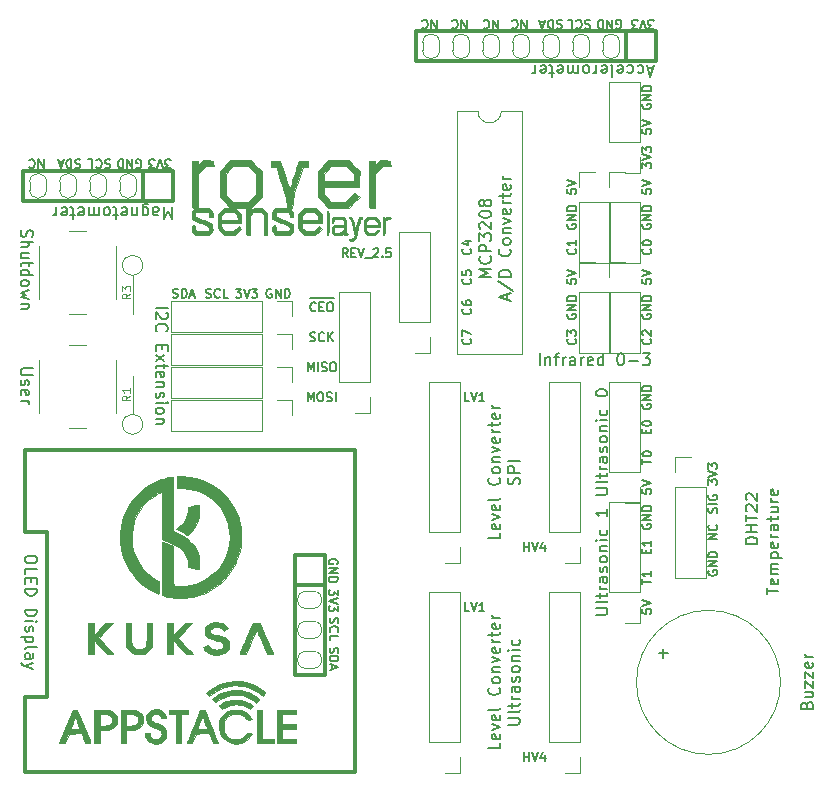
<source format=gto>
G04 #@! TF.FileFunction,Legend,Top*
%FSLAX46Y46*%
G04 Gerber Fmt 4.6, Leading zero omitted, Abs format (unit mm)*
G04 Created by KiCad (PCBNEW 4.0.5) date 11/23/17 13:48:27*
%MOMM*%
%LPD*%
G01*
G04 APERTURE LIST*
%ADD10C,0.100000*%
%ADD11C,0.150000*%
%ADD12C,0.187500*%
%ADD13C,0.200000*%
%ADD14C,0.010000*%
%ADD15C,0.120000*%
%ADD16C,0.300000*%
%ADD17C,0.304800*%
G04 APERTURE END LIST*
D10*
D11*
X165282571Y-120038571D02*
X165330190Y-119895714D01*
X165377810Y-119848095D01*
X165473048Y-119800476D01*
X165615905Y-119800476D01*
X165711143Y-119848095D01*
X165758762Y-119895714D01*
X165806381Y-119990952D01*
X165806381Y-120371905D01*
X164806381Y-120371905D01*
X164806381Y-120038571D01*
X164854000Y-119943333D01*
X164901619Y-119895714D01*
X164996857Y-119848095D01*
X165092095Y-119848095D01*
X165187333Y-119895714D01*
X165234952Y-119943333D01*
X165282571Y-120038571D01*
X165282571Y-120371905D01*
X165139714Y-118943333D02*
X165806381Y-118943333D01*
X165139714Y-119371905D02*
X165663524Y-119371905D01*
X165758762Y-119324286D01*
X165806381Y-119229048D01*
X165806381Y-119086190D01*
X165758762Y-118990952D01*
X165711143Y-118943333D01*
X165139714Y-118562381D02*
X165139714Y-118038571D01*
X165806381Y-118562381D01*
X165806381Y-118038571D01*
X165139714Y-117752857D02*
X165139714Y-117229047D01*
X165806381Y-117752857D01*
X165806381Y-117229047D01*
X165758762Y-116467142D02*
X165806381Y-116562380D01*
X165806381Y-116752857D01*
X165758762Y-116848095D01*
X165663524Y-116895714D01*
X165282571Y-116895714D01*
X165187333Y-116848095D01*
X165139714Y-116752857D01*
X165139714Y-116562380D01*
X165187333Y-116467142D01*
X165282571Y-116419523D01*
X165377810Y-116419523D01*
X165473048Y-116895714D01*
X165806381Y-115990952D02*
X165139714Y-115990952D01*
X165330190Y-115990952D02*
X165234952Y-115943333D01*
X165187333Y-115895714D01*
X165139714Y-115800476D01*
X165139714Y-115705237D01*
D12*
X133939286Y-62017714D02*
X133939286Y-62767714D01*
X133510714Y-62017714D01*
X133510714Y-62767714D01*
X132725000Y-62089143D02*
X132760714Y-62053429D01*
X132867857Y-62017714D01*
X132939286Y-62017714D01*
X133046429Y-62053429D01*
X133117857Y-62124857D01*
X133153572Y-62196286D01*
X133189286Y-62339143D01*
X133189286Y-62446286D01*
X133153572Y-62589143D01*
X133117857Y-62660571D01*
X133046429Y-62732000D01*
X132939286Y-62767714D01*
X132867857Y-62767714D01*
X132760714Y-62732000D01*
X132725000Y-62696286D01*
X136479286Y-62017714D02*
X136479286Y-62767714D01*
X136050714Y-62017714D01*
X136050714Y-62767714D01*
X135265000Y-62089143D02*
X135300714Y-62053429D01*
X135407857Y-62017714D01*
X135479286Y-62017714D01*
X135586429Y-62053429D01*
X135657857Y-62124857D01*
X135693572Y-62196286D01*
X135729286Y-62339143D01*
X135729286Y-62446286D01*
X135693572Y-62589143D01*
X135657857Y-62660571D01*
X135586429Y-62732000D01*
X135479286Y-62767714D01*
X135407857Y-62767714D01*
X135300714Y-62732000D01*
X135265000Y-62696286D01*
X139146286Y-62017714D02*
X139146286Y-62767714D01*
X138717714Y-62017714D01*
X138717714Y-62767714D01*
X137932000Y-62089143D02*
X137967714Y-62053429D01*
X138074857Y-62017714D01*
X138146286Y-62017714D01*
X138253429Y-62053429D01*
X138324857Y-62124857D01*
X138360572Y-62196286D01*
X138396286Y-62339143D01*
X138396286Y-62446286D01*
X138360572Y-62589143D01*
X138324857Y-62660571D01*
X138253429Y-62732000D01*
X138146286Y-62767714D01*
X138074857Y-62767714D01*
X137967714Y-62732000D01*
X137932000Y-62696286D01*
X141559286Y-62017714D02*
X141559286Y-62767714D01*
X141130714Y-62017714D01*
X141130714Y-62767714D01*
X140345000Y-62089143D02*
X140380714Y-62053429D01*
X140487857Y-62017714D01*
X140559286Y-62017714D01*
X140666429Y-62053429D01*
X140737857Y-62124857D01*
X140773572Y-62196286D01*
X140809286Y-62339143D01*
X140809286Y-62446286D01*
X140773572Y-62589143D01*
X140737857Y-62660571D01*
X140666429Y-62732000D01*
X140559286Y-62767714D01*
X140487857Y-62767714D01*
X140380714Y-62732000D01*
X140345000Y-62696286D01*
X100665286Y-73828714D02*
X100665286Y-74578714D01*
X100236714Y-73828714D01*
X100236714Y-74578714D01*
X99451000Y-73900143D02*
X99486714Y-73864429D01*
X99593857Y-73828714D01*
X99665286Y-73828714D01*
X99772429Y-73864429D01*
X99843857Y-73935857D01*
X99879572Y-74007286D01*
X99915286Y-74150143D01*
X99915286Y-74257286D01*
X99879572Y-74400143D01*
X99843857Y-74471571D01*
X99772429Y-74543000D01*
X99665286Y-74578714D01*
X99593857Y-74578714D01*
X99486714Y-74543000D01*
X99451000Y-74507286D01*
X106302857Y-73864429D02*
X106195714Y-73828714D01*
X106017143Y-73828714D01*
X105945714Y-73864429D01*
X105910000Y-73900143D01*
X105874285Y-73971571D01*
X105874285Y-74043000D01*
X105910000Y-74114429D01*
X105945714Y-74150143D01*
X106017143Y-74185857D01*
X106160000Y-74221571D01*
X106231428Y-74257286D01*
X106267143Y-74293000D01*
X106302857Y-74364429D01*
X106302857Y-74435857D01*
X106267143Y-74507286D01*
X106231428Y-74543000D01*
X106160000Y-74578714D01*
X105981428Y-74578714D01*
X105874285Y-74543000D01*
X105124285Y-73900143D02*
X105159999Y-73864429D01*
X105267142Y-73828714D01*
X105338571Y-73828714D01*
X105445714Y-73864429D01*
X105517142Y-73935857D01*
X105552857Y-74007286D01*
X105588571Y-74150143D01*
X105588571Y-74257286D01*
X105552857Y-74400143D01*
X105517142Y-74471571D01*
X105445714Y-74543000D01*
X105338571Y-74578714D01*
X105267142Y-74578714D01*
X105159999Y-74543000D01*
X105124285Y-74507286D01*
X104445714Y-73828714D02*
X104802857Y-73828714D01*
X104802857Y-74578714D01*
X103780714Y-73864429D02*
X103673571Y-73828714D01*
X103495000Y-73828714D01*
X103423571Y-73864429D01*
X103387857Y-73900143D01*
X103352142Y-73971571D01*
X103352142Y-74043000D01*
X103387857Y-74114429D01*
X103423571Y-74150143D01*
X103495000Y-74185857D01*
X103637857Y-74221571D01*
X103709285Y-74257286D01*
X103745000Y-74293000D01*
X103780714Y-74364429D01*
X103780714Y-74435857D01*
X103745000Y-74507286D01*
X103709285Y-74543000D01*
X103637857Y-74578714D01*
X103459285Y-74578714D01*
X103352142Y-74543000D01*
X103030714Y-73828714D02*
X103030714Y-74578714D01*
X102852142Y-74578714D01*
X102744999Y-74543000D01*
X102673571Y-74471571D01*
X102637856Y-74400143D01*
X102602142Y-74257286D01*
X102602142Y-74150143D01*
X102637856Y-74007286D01*
X102673571Y-73935857D01*
X102744999Y-73864429D01*
X102852142Y-73828714D01*
X103030714Y-73828714D01*
X102316428Y-74043000D02*
X101959285Y-74043000D01*
X102387856Y-73828714D02*
X102137856Y-74578714D01*
X101887856Y-73828714D01*
X111418571Y-74578714D02*
X110954285Y-74578714D01*
X111204285Y-74293000D01*
X111097143Y-74293000D01*
X111025714Y-74257286D01*
X110990000Y-74221571D01*
X110954285Y-74150143D01*
X110954285Y-73971571D01*
X110990000Y-73900143D01*
X111025714Y-73864429D01*
X111097143Y-73828714D01*
X111311428Y-73828714D01*
X111382857Y-73864429D01*
X111418571Y-73900143D01*
X110739999Y-74578714D02*
X110489999Y-73828714D01*
X110239999Y-74578714D01*
X110061428Y-74578714D02*
X109597142Y-74578714D01*
X109847142Y-74293000D01*
X109740000Y-74293000D01*
X109668571Y-74257286D01*
X109632857Y-74221571D01*
X109597142Y-74150143D01*
X109597142Y-73971571D01*
X109632857Y-73900143D01*
X109668571Y-73864429D01*
X109740000Y-73828714D01*
X109954285Y-73828714D01*
X110025714Y-73864429D01*
X110061428Y-73900143D01*
X108521428Y-74543000D02*
X108592857Y-74578714D01*
X108700000Y-74578714D01*
X108807143Y-74543000D01*
X108878571Y-74471571D01*
X108914286Y-74400143D01*
X108950000Y-74257286D01*
X108950000Y-74150143D01*
X108914286Y-74007286D01*
X108878571Y-73935857D01*
X108807143Y-73864429D01*
X108700000Y-73828714D01*
X108628571Y-73828714D01*
X108521428Y-73864429D01*
X108485714Y-73900143D01*
X108485714Y-74150143D01*
X108628571Y-74150143D01*
X108164286Y-73828714D02*
X108164286Y-74578714D01*
X107735714Y-73828714D01*
X107735714Y-74578714D01*
X107378572Y-73828714D02*
X107378572Y-74578714D01*
X107200000Y-74578714D01*
X107092857Y-74543000D01*
X107021429Y-74471571D01*
X106985714Y-74400143D01*
X106950000Y-74257286D01*
X106950000Y-74150143D01*
X106985714Y-74007286D01*
X107021429Y-73935857D01*
X107092857Y-73864429D01*
X107200000Y-73828714D01*
X107378572Y-73828714D01*
X114423143Y-85520571D02*
X114530286Y-85556286D01*
X114708857Y-85556286D01*
X114780286Y-85520571D01*
X114816000Y-85484857D01*
X114851715Y-85413429D01*
X114851715Y-85342000D01*
X114816000Y-85270571D01*
X114780286Y-85234857D01*
X114708857Y-85199143D01*
X114566000Y-85163429D01*
X114494572Y-85127714D01*
X114458857Y-85092000D01*
X114423143Y-85020571D01*
X114423143Y-84949143D01*
X114458857Y-84877714D01*
X114494572Y-84842000D01*
X114566000Y-84806286D01*
X114744572Y-84806286D01*
X114851715Y-84842000D01*
X115601715Y-85484857D02*
X115566001Y-85520571D01*
X115458858Y-85556286D01*
X115387429Y-85556286D01*
X115280286Y-85520571D01*
X115208858Y-85449143D01*
X115173143Y-85377714D01*
X115137429Y-85234857D01*
X115137429Y-85127714D01*
X115173143Y-84984857D01*
X115208858Y-84913429D01*
X115280286Y-84842000D01*
X115387429Y-84806286D01*
X115458858Y-84806286D01*
X115566001Y-84842000D01*
X115601715Y-84877714D01*
X116280286Y-85556286D02*
X115923143Y-85556286D01*
X115923143Y-84806286D01*
X111611286Y-85520571D02*
X111718429Y-85556286D01*
X111897000Y-85556286D01*
X111968429Y-85520571D01*
X112004143Y-85484857D01*
X112039858Y-85413429D01*
X112039858Y-85342000D01*
X112004143Y-85270571D01*
X111968429Y-85234857D01*
X111897000Y-85199143D01*
X111754143Y-85163429D01*
X111682715Y-85127714D01*
X111647000Y-85092000D01*
X111611286Y-85020571D01*
X111611286Y-84949143D01*
X111647000Y-84877714D01*
X111682715Y-84842000D01*
X111754143Y-84806286D01*
X111932715Y-84806286D01*
X112039858Y-84842000D01*
X112361286Y-85556286D02*
X112361286Y-84806286D01*
X112539858Y-84806286D01*
X112647001Y-84842000D01*
X112718429Y-84913429D01*
X112754144Y-84984857D01*
X112789858Y-85127714D01*
X112789858Y-85234857D01*
X112754144Y-85377714D01*
X112718429Y-85449143D01*
X112647001Y-85520571D01*
X112539858Y-85556286D01*
X112361286Y-85556286D01*
X113075572Y-85342000D02*
X113432715Y-85342000D01*
X113004144Y-85556286D02*
X113254144Y-84806286D01*
X113504144Y-85556286D01*
X116927429Y-84806286D02*
X117391715Y-84806286D01*
X117141715Y-85092000D01*
X117248857Y-85092000D01*
X117320286Y-85127714D01*
X117356000Y-85163429D01*
X117391715Y-85234857D01*
X117391715Y-85413429D01*
X117356000Y-85484857D01*
X117320286Y-85520571D01*
X117248857Y-85556286D01*
X117034572Y-85556286D01*
X116963143Y-85520571D01*
X116927429Y-85484857D01*
X117606001Y-84806286D02*
X117856001Y-85556286D01*
X118106001Y-84806286D01*
X118284572Y-84806286D02*
X118748858Y-84806286D01*
X118498858Y-85092000D01*
X118606000Y-85092000D01*
X118677429Y-85127714D01*
X118713143Y-85163429D01*
X118748858Y-85234857D01*
X118748858Y-85413429D01*
X118713143Y-85484857D01*
X118677429Y-85520571D01*
X118606000Y-85556286D01*
X118391715Y-85556286D01*
X118320286Y-85520571D01*
X118284572Y-85484857D01*
X119951572Y-84842000D02*
X119880143Y-84806286D01*
X119773000Y-84806286D01*
X119665857Y-84842000D01*
X119594429Y-84913429D01*
X119558714Y-84984857D01*
X119523000Y-85127714D01*
X119523000Y-85234857D01*
X119558714Y-85377714D01*
X119594429Y-85449143D01*
X119665857Y-85520571D01*
X119773000Y-85556286D01*
X119844429Y-85556286D01*
X119951572Y-85520571D01*
X119987286Y-85484857D01*
X119987286Y-85234857D01*
X119844429Y-85234857D01*
X120308714Y-85556286D02*
X120308714Y-84806286D01*
X120737286Y-85556286D01*
X120737286Y-84806286D01*
X121094428Y-85556286D02*
X121094428Y-84806286D01*
X121273000Y-84806286D01*
X121380143Y-84842000D01*
X121451571Y-84913429D01*
X121487286Y-84984857D01*
X121523000Y-85127714D01*
X121523000Y-85234857D01*
X121487286Y-85377714D01*
X121451571Y-85449143D01*
X121380143Y-85520571D01*
X121273000Y-85556286D01*
X121094428Y-85556286D01*
D11*
X161885381Y-110672001D02*
X161885381Y-110100572D01*
X162885381Y-110386287D02*
X161885381Y-110386287D01*
X162837762Y-109386286D02*
X162885381Y-109481524D01*
X162885381Y-109672001D01*
X162837762Y-109767239D01*
X162742524Y-109814858D01*
X162361571Y-109814858D01*
X162266333Y-109767239D01*
X162218714Y-109672001D01*
X162218714Y-109481524D01*
X162266333Y-109386286D01*
X162361571Y-109338667D01*
X162456810Y-109338667D01*
X162552048Y-109814858D01*
X162885381Y-108910096D02*
X162218714Y-108910096D01*
X162313952Y-108910096D02*
X162266333Y-108862477D01*
X162218714Y-108767239D01*
X162218714Y-108624381D01*
X162266333Y-108529143D01*
X162361571Y-108481524D01*
X162885381Y-108481524D01*
X162361571Y-108481524D02*
X162266333Y-108433905D01*
X162218714Y-108338667D01*
X162218714Y-108195810D01*
X162266333Y-108100572D01*
X162361571Y-108052953D01*
X162885381Y-108052953D01*
X162218714Y-107576763D02*
X163218714Y-107576763D01*
X162266333Y-107576763D02*
X162218714Y-107481525D01*
X162218714Y-107291048D01*
X162266333Y-107195810D01*
X162313952Y-107148191D01*
X162409190Y-107100572D01*
X162694905Y-107100572D01*
X162790143Y-107148191D01*
X162837762Y-107195810D01*
X162885381Y-107291048D01*
X162885381Y-107481525D01*
X162837762Y-107576763D01*
X162837762Y-106291048D02*
X162885381Y-106386286D01*
X162885381Y-106576763D01*
X162837762Y-106672001D01*
X162742524Y-106719620D01*
X162361571Y-106719620D01*
X162266333Y-106672001D01*
X162218714Y-106576763D01*
X162218714Y-106386286D01*
X162266333Y-106291048D01*
X162361571Y-106243429D01*
X162456810Y-106243429D01*
X162552048Y-106719620D01*
X162885381Y-105814858D02*
X162218714Y-105814858D01*
X162409190Y-105814858D02*
X162313952Y-105767239D01*
X162266333Y-105719620D01*
X162218714Y-105624382D01*
X162218714Y-105529143D01*
X162885381Y-104767238D02*
X162361571Y-104767238D01*
X162266333Y-104814857D01*
X162218714Y-104910095D01*
X162218714Y-105100572D01*
X162266333Y-105195810D01*
X162837762Y-104767238D02*
X162885381Y-104862476D01*
X162885381Y-105100572D01*
X162837762Y-105195810D01*
X162742524Y-105243429D01*
X162647286Y-105243429D01*
X162552048Y-105195810D01*
X162504429Y-105100572D01*
X162504429Y-104862476D01*
X162456810Y-104767238D01*
X162218714Y-104433905D02*
X162218714Y-104052953D01*
X161885381Y-104291048D02*
X162742524Y-104291048D01*
X162837762Y-104243429D01*
X162885381Y-104148191D01*
X162885381Y-104052953D01*
X162218714Y-103291047D02*
X162885381Y-103291047D01*
X162218714Y-103719619D02*
X162742524Y-103719619D01*
X162837762Y-103672000D01*
X162885381Y-103576762D01*
X162885381Y-103433904D01*
X162837762Y-103338666D01*
X162790143Y-103291047D01*
X162885381Y-102814857D02*
X162218714Y-102814857D01*
X162409190Y-102814857D02*
X162313952Y-102767238D01*
X162266333Y-102719619D01*
X162218714Y-102624381D01*
X162218714Y-102529142D01*
X162837762Y-101814856D02*
X162885381Y-101910094D01*
X162885381Y-102100571D01*
X162837762Y-102195809D01*
X162742524Y-102243428D01*
X162361571Y-102243428D01*
X162266333Y-102195809D01*
X162218714Y-102100571D01*
X162218714Y-101910094D01*
X162266333Y-101814856D01*
X162361571Y-101767237D01*
X162456810Y-101767237D01*
X162552048Y-102243428D01*
D12*
X124918429Y-115167286D02*
X124882714Y-115274429D01*
X124882714Y-115453000D01*
X124918429Y-115524429D01*
X124954143Y-115560143D01*
X125025571Y-115595858D01*
X125097000Y-115595858D01*
X125168429Y-115560143D01*
X125204143Y-115524429D01*
X125239857Y-115453000D01*
X125275571Y-115310143D01*
X125311286Y-115238715D01*
X125347000Y-115203000D01*
X125418429Y-115167286D01*
X125489857Y-115167286D01*
X125561286Y-115203000D01*
X125597000Y-115238715D01*
X125632714Y-115310143D01*
X125632714Y-115488715D01*
X125597000Y-115595858D01*
X124882714Y-115917286D02*
X125632714Y-115917286D01*
X125632714Y-116095858D01*
X125597000Y-116203001D01*
X125525571Y-116274429D01*
X125454143Y-116310144D01*
X125311286Y-116345858D01*
X125204143Y-116345858D01*
X125061286Y-116310144D01*
X124989857Y-116274429D01*
X124918429Y-116203001D01*
X124882714Y-116095858D01*
X124882714Y-115917286D01*
X125097000Y-116631572D02*
X125097000Y-116988715D01*
X124882714Y-116560144D02*
X125632714Y-116810144D01*
X124882714Y-117060144D01*
X124918429Y-112645143D02*
X124882714Y-112752286D01*
X124882714Y-112930857D01*
X124918429Y-113002286D01*
X124954143Y-113038000D01*
X125025571Y-113073715D01*
X125097000Y-113073715D01*
X125168429Y-113038000D01*
X125204143Y-113002286D01*
X125239857Y-112930857D01*
X125275571Y-112788000D01*
X125311286Y-112716572D01*
X125347000Y-112680857D01*
X125418429Y-112645143D01*
X125489857Y-112645143D01*
X125561286Y-112680857D01*
X125597000Y-112716572D01*
X125632714Y-112788000D01*
X125632714Y-112966572D01*
X125597000Y-113073715D01*
X124954143Y-113823715D02*
X124918429Y-113788001D01*
X124882714Y-113680858D01*
X124882714Y-113609429D01*
X124918429Y-113502286D01*
X124989857Y-113430858D01*
X125061286Y-113395143D01*
X125204143Y-113359429D01*
X125311286Y-113359429D01*
X125454143Y-113395143D01*
X125525571Y-113430858D01*
X125597000Y-113502286D01*
X125632714Y-113609429D01*
X125632714Y-113680858D01*
X125597000Y-113788001D01*
X125561286Y-113823715D01*
X124882714Y-114502286D02*
X124882714Y-114145143D01*
X125632714Y-114145143D01*
X125569214Y-110259929D02*
X125569214Y-110724215D01*
X125283500Y-110474215D01*
X125283500Y-110581357D01*
X125247786Y-110652786D01*
X125212071Y-110688500D01*
X125140643Y-110724215D01*
X124962071Y-110724215D01*
X124890643Y-110688500D01*
X124854929Y-110652786D01*
X124819214Y-110581357D01*
X124819214Y-110367072D01*
X124854929Y-110295643D01*
X124890643Y-110259929D01*
X125569214Y-110938501D02*
X124819214Y-111188501D01*
X125569214Y-111438501D01*
X125569214Y-111617072D02*
X125569214Y-112081358D01*
X125283500Y-111831358D01*
X125283500Y-111938500D01*
X125247786Y-112009929D01*
X125212071Y-112045643D01*
X125140643Y-112081358D01*
X124962071Y-112081358D01*
X124890643Y-112045643D01*
X124854929Y-112009929D01*
X124819214Y-111938500D01*
X124819214Y-111724215D01*
X124854929Y-111652786D01*
X124890643Y-111617072D01*
X125533500Y-108077072D02*
X125569214Y-108005643D01*
X125569214Y-107898500D01*
X125533500Y-107791357D01*
X125462071Y-107719929D01*
X125390643Y-107684214D01*
X125247786Y-107648500D01*
X125140643Y-107648500D01*
X124997786Y-107684214D01*
X124926357Y-107719929D01*
X124854929Y-107791357D01*
X124819214Y-107898500D01*
X124819214Y-107969929D01*
X124854929Y-108077072D01*
X124890643Y-108112786D01*
X125140643Y-108112786D01*
X125140643Y-107969929D01*
X124819214Y-108434214D02*
X125569214Y-108434214D01*
X124819214Y-108862786D01*
X125569214Y-108862786D01*
X124819214Y-109219928D02*
X125569214Y-109219928D01*
X125569214Y-109398500D01*
X125533500Y-109505643D01*
X125462071Y-109577071D01*
X125390643Y-109612786D01*
X125247786Y-109648500D01*
X125140643Y-109648500D01*
X124997786Y-109612786D01*
X124926357Y-109577071D01*
X124854929Y-109505643D01*
X124819214Y-109398500D01*
X124819214Y-109219928D01*
X125533500Y-108077072D02*
X125569214Y-108005643D01*
X125569214Y-107898500D01*
X125533500Y-107791357D01*
X125462071Y-107719929D01*
X125390643Y-107684214D01*
X125247786Y-107648500D01*
X125140643Y-107648500D01*
X124997786Y-107684214D01*
X124926357Y-107719929D01*
X124854929Y-107791357D01*
X124819214Y-107898500D01*
X124819214Y-107969929D01*
X124854929Y-108077072D01*
X124890643Y-108112786D01*
X125140643Y-108112786D01*
X125140643Y-107969929D01*
X124819214Y-108434214D02*
X125569214Y-108434214D01*
X124819214Y-108862786D01*
X125569214Y-108862786D01*
X124819214Y-109219928D02*
X125569214Y-109219928D01*
X125569214Y-109398500D01*
X125533500Y-109505643D01*
X125462071Y-109577071D01*
X125390643Y-109612786D01*
X125247786Y-109648500D01*
X125140643Y-109648500D01*
X124997786Y-109612786D01*
X124926357Y-109577071D01*
X124854929Y-109505643D01*
X124819214Y-109398500D01*
X124819214Y-109219928D01*
X125569214Y-110259929D02*
X125569214Y-110724215D01*
X125283500Y-110474215D01*
X125283500Y-110581357D01*
X125247786Y-110652786D01*
X125212071Y-110688500D01*
X125140643Y-110724215D01*
X124962071Y-110724215D01*
X124890643Y-110688500D01*
X124854929Y-110652786D01*
X124819214Y-110581357D01*
X124819214Y-110367072D01*
X124854929Y-110295643D01*
X124890643Y-110259929D01*
X125569214Y-110938501D02*
X124819214Y-111188501D01*
X125569214Y-111438501D01*
X125569214Y-111617072D02*
X125569214Y-112081358D01*
X125283500Y-111831358D01*
X125283500Y-111938500D01*
X125247786Y-112009929D01*
X125212071Y-112045643D01*
X125140643Y-112081358D01*
X124962071Y-112081358D01*
X124890643Y-112045643D01*
X124854929Y-112009929D01*
X124819214Y-111938500D01*
X124819214Y-111724215D01*
X124854929Y-111652786D01*
X124890643Y-111617072D01*
X125569214Y-110259929D02*
X125569214Y-110724215D01*
X125283500Y-110474215D01*
X125283500Y-110581357D01*
X125247786Y-110652786D01*
X125212071Y-110688500D01*
X125140643Y-110724215D01*
X124962071Y-110724215D01*
X124890643Y-110688500D01*
X124854929Y-110652786D01*
X124819214Y-110581357D01*
X124819214Y-110367072D01*
X124854929Y-110295643D01*
X124890643Y-110259929D01*
X125569214Y-110938501D02*
X124819214Y-111188501D01*
X125569214Y-111438501D01*
X125569214Y-111617072D02*
X125569214Y-112081358D01*
X125283500Y-111831358D01*
X125283500Y-111938500D01*
X125247786Y-112009929D01*
X125212071Y-112045643D01*
X125140643Y-112081358D01*
X124962071Y-112081358D01*
X124890643Y-112045643D01*
X124854929Y-112009929D01*
X124819214Y-111938500D01*
X124819214Y-111724215D01*
X124854929Y-111652786D01*
X124890643Y-111617072D01*
X125533500Y-108077072D02*
X125569214Y-108005643D01*
X125569214Y-107898500D01*
X125533500Y-107791357D01*
X125462071Y-107719929D01*
X125390643Y-107684214D01*
X125247786Y-107648500D01*
X125140643Y-107648500D01*
X124997786Y-107684214D01*
X124926357Y-107719929D01*
X124854929Y-107791357D01*
X124819214Y-107898500D01*
X124819214Y-107969929D01*
X124854929Y-108077072D01*
X124890643Y-108112786D01*
X125140643Y-108112786D01*
X125140643Y-107969929D01*
X124819214Y-108434214D02*
X125569214Y-108434214D01*
X124819214Y-108862786D01*
X125569214Y-108862786D01*
X124819214Y-109219928D02*
X125569214Y-109219928D01*
X125569214Y-109398500D01*
X125533500Y-109505643D01*
X125462071Y-109577071D01*
X125390643Y-109612786D01*
X125247786Y-109648500D01*
X125140643Y-109648500D01*
X124997786Y-109612786D01*
X124926357Y-109577071D01*
X124854929Y-109505643D01*
X124819214Y-109398500D01*
X124819214Y-109219928D01*
X125533500Y-108077072D02*
X125569214Y-108005643D01*
X125569214Y-107898500D01*
X125533500Y-107791357D01*
X125462071Y-107719929D01*
X125390643Y-107684214D01*
X125247786Y-107648500D01*
X125140643Y-107648500D01*
X124997786Y-107684214D01*
X124926357Y-107719929D01*
X124854929Y-107791357D01*
X124819214Y-107898500D01*
X124819214Y-107969929D01*
X124854929Y-108077072D01*
X124890643Y-108112786D01*
X125140643Y-108112786D01*
X125140643Y-107969929D01*
X124819214Y-108434214D02*
X125569214Y-108434214D01*
X124819214Y-108862786D01*
X125569214Y-108862786D01*
X124819214Y-109219928D02*
X125569214Y-109219928D01*
X125569214Y-109398500D01*
X125533500Y-109505643D01*
X125462071Y-109577071D01*
X125390643Y-109612786D01*
X125247786Y-109648500D01*
X125140643Y-109648500D01*
X124997786Y-109612786D01*
X124926357Y-109577071D01*
X124854929Y-109505643D01*
X124819214Y-109398500D01*
X124819214Y-109219928D01*
X125569214Y-110259929D02*
X125569214Y-110724215D01*
X125283500Y-110474215D01*
X125283500Y-110581357D01*
X125247786Y-110652786D01*
X125212071Y-110688500D01*
X125140643Y-110724215D01*
X124962071Y-110724215D01*
X124890643Y-110688500D01*
X124854929Y-110652786D01*
X124819214Y-110581357D01*
X124819214Y-110367072D01*
X124854929Y-110295643D01*
X124890643Y-110259929D01*
X125569214Y-110938501D02*
X124819214Y-111188501D01*
X125569214Y-111438501D01*
X125569214Y-111617072D02*
X125569214Y-112081358D01*
X125283500Y-111831358D01*
X125283500Y-111938500D01*
X125247786Y-112009929D01*
X125212071Y-112045643D01*
X125140643Y-112081358D01*
X124962071Y-112081358D01*
X124890643Y-112045643D01*
X124854929Y-112009929D01*
X124819214Y-111938500D01*
X124819214Y-111724215D01*
X124854929Y-111652786D01*
X124890643Y-111617072D01*
D11*
X100115619Y-107617190D02*
X100115619Y-107807667D01*
X100068000Y-107902905D01*
X99972762Y-107998143D01*
X99782286Y-108045762D01*
X99448952Y-108045762D01*
X99258476Y-107998143D01*
X99163238Y-107902905D01*
X99115619Y-107807667D01*
X99115619Y-107617190D01*
X99163238Y-107521952D01*
X99258476Y-107426714D01*
X99448952Y-107379095D01*
X99782286Y-107379095D01*
X99972762Y-107426714D01*
X100068000Y-107521952D01*
X100115619Y-107617190D01*
X99115619Y-108950524D02*
X99115619Y-108474333D01*
X100115619Y-108474333D01*
X99639429Y-109283857D02*
X99639429Y-109617191D01*
X99115619Y-109760048D02*
X99115619Y-109283857D01*
X100115619Y-109283857D01*
X100115619Y-109760048D01*
X99115619Y-110188619D02*
X100115619Y-110188619D01*
X100115619Y-110426714D01*
X100068000Y-110569572D01*
X99972762Y-110664810D01*
X99877524Y-110712429D01*
X99687048Y-110760048D01*
X99544190Y-110760048D01*
X99353714Y-110712429D01*
X99258476Y-110664810D01*
X99163238Y-110569572D01*
X99115619Y-110426714D01*
X99115619Y-110188619D01*
X99115619Y-111950524D02*
X100115619Y-111950524D01*
X100115619Y-112188619D01*
X100068000Y-112331477D01*
X99972762Y-112426715D01*
X99877524Y-112474334D01*
X99687048Y-112521953D01*
X99544190Y-112521953D01*
X99353714Y-112474334D01*
X99258476Y-112426715D01*
X99163238Y-112331477D01*
X99115619Y-112188619D01*
X99115619Y-111950524D01*
X99115619Y-112950524D02*
X99782286Y-112950524D01*
X100115619Y-112950524D02*
X100068000Y-112902905D01*
X100020381Y-112950524D01*
X100068000Y-112998143D01*
X100115619Y-112950524D01*
X100020381Y-112950524D01*
X99163238Y-113379095D02*
X99115619Y-113474333D01*
X99115619Y-113664809D01*
X99163238Y-113760048D01*
X99258476Y-113807667D01*
X99306095Y-113807667D01*
X99401333Y-113760048D01*
X99448952Y-113664809D01*
X99448952Y-113521952D01*
X99496571Y-113426714D01*
X99591810Y-113379095D01*
X99639429Y-113379095D01*
X99734667Y-113426714D01*
X99782286Y-113521952D01*
X99782286Y-113664809D01*
X99734667Y-113760048D01*
X99782286Y-114236238D02*
X98782286Y-114236238D01*
X99734667Y-114236238D02*
X99782286Y-114331476D01*
X99782286Y-114521953D01*
X99734667Y-114617191D01*
X99687048Y-114664810D01*
X99591810Y-114712429D01*
X99306095Y-114712429D01*
X99210857Y-114664810D01*
X99163238Y-114617191D01*
X99115619Y-114521953D01*
X99115619Y-114331476D01*
X99163238Y-114236238D01*
X99115619Y-115283857D02*
X99163238Y-115188619D01*
X99258476Y-115141000D01*
X100115619Y-115141000D01*
X99115619Y-116093382D02*
X99639429Y-116093382D01*
X99734667Y-116045763D01*
X99782286Y-115950525D01*
X99782286Y-115760048D01*
X99734667Y-115664810D01*
X99163238Y-116093382D02*
X99115619Y-115998144D01*
X99115619Y-115760048D01*
X99163238Y-115664810D01*
X99258476Y-115617191D01*
X99353714Y-115617191D01*
X99448952Y-115664810D01*
X99496571Y-115760048D01*
X99496571Y-115998144D01*
X99544190Y-116093382D01*
X99782286Y-116474334D02*
X99115619Y-116712429D01*
X99782286Y-116950525D02*
X99115619Y-116712429D01*
X98877524Y-116617191D01*
X98829905Y-116569572D01*
X98782286Y-116474334D01*
X110164619Y-86384428D02*
X111164619Y-86384428D01*
X111069381Y-86812999D02*
X111117000Y-86860618D01*
X111164619Y-86955856D01*
X111164619Y-87193952D01*
X111117000Y-87289190D01*
X111069381Y-87336809D01*
X110974143Y-87384428D01*
X110878905Y-87384428D01*
X110736048Y-87336809D01*
X110164619Y-86765380D01*
X110164619Y-87384428D01*
X110259857Y-88384428D02*
X110212238Y-88336809D01*
X110164619Y-88193952D01*
X110164619Y-88098714D01*
X110212238Y-87955856D01*
X110307476Y-87860618D01*
X110402714Y-87812999D01*
X110593190Y-87765380D01*
X110736048Y-87765380D01*
X110926524Y-87812999D01*
X111021762Y-87860618D01*
X111117000Y-87955856D01*
X111164619Y-88098714D01*
X111164619Y-88193952D01*
X111117000Y-88336809D01*
X111069381Y-88384428D01*
X110688429Y-89574904D02*
X110688429Y-89908238D01*
X110164619Y-90051095D02*
X110164619Y-89574904D01*
X111164619Y-89574904D01*
X111164619Y-90051095D01*
X110164619Y-90384428D02*
X110831286Y-90908238D01*
X110831286Y-90384428D02*
X110164619Y-90908238D01*
X110831286Y-91146333D02*
X110831286Y-91527285D01*
X111164619Y-91289190D02*
X110307476Y-91289190D01*
X110212238Y-91336809D01*
X110164619Y-91432047D01*
X110164619Y-91527285D01*
X110212238Y-92241572D02*
X110164619Y-92146334D01*
X110164619Y-91955857D01*
X110212238Y-91860619D01*
X110307476Y-91813000D01*
X110688429Y-91813000D01*
X110783667Y-91860619D01*
X110831286Y-91955857D01*
X110831286Y-92146334D01*
X110783667Y-92241572D01*
X110688429Y-92289191D01*
X110593190Y-92289191D01*
X110497952Y-91813000D01*
X110831286Y-92717762D02*
X110164619Y-92717762D01*
X110736048Y-92717762D02*
X110783667Y-92765381D01*
X110831286Y-92860619D01*
X110831286Y-93003477D01*
X110783667Y-93098715D01*
X110688429Y-93146334D01*
X110164619Y-93146334D01*
X110212238Y-93574905D02*
X110164619Y-93670143D01*
X110164619Y-93860619D01*
X110212238Y-93955858D01*
X110307476Y-94003477D01*
X110355095Y-94003477D01*
X110450333Y-93955858D01*
X110497952Y-93860619D01*
X110497952Y-93717762D01*
X110545571Y-93622524D01*
X110640810Y-93574905D01*
X110688429Y-93574905D01*
X110783667Y-93622524D01*
X110831286Y-93717762D01*
X110831286Y-93860619D01*
X110783667Y-93955858D01*
X110164619Y-94432048D02*
X110831286Y-94432048D01*
X111164619Y-94432048D02*
X111117000Y-94384429D01*
X111069381Y-94432048D01*
X111117000Y-94479667D01*
X111164619Y-94432048D01*
X111069381Y-94432048D01*
X110164619Y-95051095D02*
X110212238Y-94955857D01*
X110259857Y-94908238D01*
X110355095Y-94860619D01*
X110640810Y-94860619D01*
X110736048Y-94908238D01*
X110783667Y-94955857D01*
X110831286Y-95051095D01*
X110831286Y-95193953D01*
X110783667Y-95289191D01*
X110736048Y-95336810D01*
X110640810Y-95384429D01*
X110355095Y-95384429D01*
X110259857Y-95336810D01*
X110212238Y-95289191D01*
X110164619Y-95193953D01*
X110164619Y-95051095D01*
X110831286Y-95813000D02*
X110164619Y-95813000D01*
X110736048Y-95813000D02*
X110783667Y-95860619D01*
X110831286Y-95955857D01*
X110831286Y-96098715D01*
X110783667Y-96193953D01*
X110688429Y-96241572D01*
X110164619Y-96241572D01*
X161107381Y-106386048D02*
X160107381Y-106386048D01*
X160107381Y-106147953D01*
X160155000Y-106005095D01*
X160250238Y-105909857D01*
X160345476Y-105862238D01*
X160535952Y-105814619D01*
X160678810Y-105814619D01*
X160869286Y-105862238D01*
X160964524Y-105909857D01*
X161059762Y-106005095D01*
X161107381Y-106147953D01*
X161107381Y-106386048D01*
X161107381Y-105386048D02*
X160107381Y-105386048D01*
X160583571Y-105386048D02*
X160583571Y-104814619D01*
X161107381Y-104814619D02*
X160107381Y-104814619D01*
X160107381Y-104481286D02*
X160107381Y-103909857D01*
X161107381Y-104195572D02*
X160107381Y-104195572D01*
X160202619Y-103624143D02*
X160155000Y-103576524D01*
X160107381Y-103481286D01*
X160107381Y-103243190D01*
X160155000Y-103147952D01*
X160202619Y-103100333D01*
X160297857Y-103052714D01*
X160393095Y-103052714D01*
X160535952Y-103100333D01*
X161107381Y-103671762D01*
X161107381Y-103052714D01*
X160202619Y-102671762D02*
X160155000Y-102624143D01*
X160107381Y-102528905D01*
X160107381Y-102290809D01*
X160155000Y-102195571D01*
X160202619Y-102147952D01*
X160297857Y-102100333D01*
X160393095Y-102100333D01*
X160535952Y-102147952D01*
X161107381Y-102719381D01*
X161107381Y-102100333D01*
D12*
X157692286Y-105999286D02*
X156942286Y-105999286D01*
X157692286Y-105570714D01*
X156942286Y-105570714D01*
X157620857Y-104785000D02*
X157656571Y-104820714D01*
X157692286Y-104927857D01*
X157692286Y-104999286D01*
X157656571Y-105106429D01*
X157585143Y-105177857D01*
X157513714Y-105213572D01*
X157370857Y-105249286D01*
X157263714Y-105249286D01*
X157120857Y-105213572D01*
X157049429Y-105177857D01*
X156978000Y-105106429D01*
X156942286Y-104999286D01*
X156942286Y-104927857D01*
X156978000Y-104820714D01*
X157013714Y-104785000D01*
X157656571Y-103764857D02*
X157692286Y-103657714D01*
X157692286Y-103479143D01*
X157656571Y-103407714D01*
X157620857Y-103372000D01*
X157549429Y-103336285D01*
X157478000Y-103336285D01*
X157406571Y-103372000D01*
X157370857Y-103407714D01*
X157335143Y-103479143D01*
X157299429Y-103622000D01*
X157263714Y-103693428D01*
X157228000Y-103729143D01*
X157156571Y-103764857D01*
X157085143Y-103764857D01*
X157013714Y-103729143D01*
X156978000Y-103693428D01*
X156942286Y-103622000D01*
X156942286Y-103443428D01*
X156978000Y-103336285D01*
X157692286Y-103014857D02*
X156942286Y-103014857D01*
X156978000Y-102264856D02*
X156942286Y-102336285D01*
X156942286Y-102443428D01*
X156978000Y-102550571D01*
X157049429Y-102621999D01*
X157120857Y-102657714D01*
X157263714Y-102693428D01*
X157370857Y-102693428D01*
X157513714Y-102657714D01*
X157585143Y-102621999D01*
X157656571Y-102550571D01*
X157692286Y-102443428D01*
X157692286Y-102371999D01*
X157656571Y-102264856D01*
X157620857Y-102229142D01*
X157370857Y-102229142D01*
X157370857Y-102371999D01*
X156942286Y-101385571D02*
X156942286Y-100921285D01*
X157228000Y-101171285D01*
X157228000Y-101064143D01*
X157263714Y-100992714D01*
X157299429Y-100957000D01*
X157370857Y-100921285D01*
X157549429Y-100921285D01*
X157620857Y-100957000D01*
X157656571Y-100992714D01*
X157692286Y-101064143D01*
X157692286Y-101278428D01*
X157656571Y-101349857D01*
X157620857Y-101385571D01*
X156942286Y-100706999D02*
X157692286Y-100456999D01*
X156942286Y-100206999D01*
X156942286Y-100028428D02*
X156942286Y-99564142D01*
X157228000Y-99814142D01*
X157228000Y-99707000D01*
X157263714Y-99635571D01*
X157299429Y-99599857D01*
X157370857Y-99564142D01*
X157549429Y-99564142D01*
X157620857Y-99599857D01*
X157656571Y-99635571D01*
X157692286Y-99707000D01*
X157692286Y-99921285D01*
X157656571Y-99992714D01*
X157620857Y-100028428D01*
X156978000Y-108648428D02*
X156942286Y-108719857D01*
X156942286Y-108827000D01*
X156978000Y-108934143D01*
X157049429Y-109005571D01*
X157120857Y-109041286D01*
X157263714Y-109077000D01*
X157370857Y-109077000D01*
X157513714Y-109041286D01*
X157585143Y-109005571D01*
X157656571Y-108934143D01*
X157692286Y-108827000D01*
X157692286Y-108755571D01*
X157656571Y-108648428D01*
X157620857Y-108612714D01*
X157370857Y-108612714D01*
X157370857Y-108755571D01*
X157692286Y-108291286D02*
X156942286Y-108291286D01*
X157692286Y-107862714D01*
X156942286Y-107862714D01*
X157692286Y-107505572D02*
X156942286Y-107505572D01*
X156942286Y-107327000D01*
X156978000Y-107219857D01*
X157049429Y-107148429D01*
X157120857Y-107112714D01*
X157263714Y-107077000D01*
X157370857Y-107077000D01*
X157513714Y-107112714D01*
X157585143Y-107148429D01*
X157656571Y-107219857D01*
X157692286Y-107327000D01*
X157692286Y-107505572D01*
X119951572Y-84842000D02*
X119880143Y-84806286D01*
X119773000Y-84806286D01*
X119665857Y-84842000D01*
X119594429Y-84913429D01*
X119558714Y-84984857D01*
X119523000Y-85127714D01*
X119523000Y-85234857D01*
X119558714Y-85377714D01*
X119594429Y-85449143D01*
X119665857Y-85520571D01*
X119773000Y-85556286D01*
X119844429Y-85556286D01*
X119951572Y-85520571D01*
X119987286Y-85484857D01*
X119987286Y-85234857D01*
X119844429Y-85234857D01*
X120308714Y-85556286D02*
X120308714Y-84806286D01*
X120737286Y-85556286D01*
X120737286Y-84806286D01*
X121094428Y-85556286D02*
X121094428Y-84806286D01*
X121273000Y-84806286D01*
X121380143Y-84842000D01*
X121451571Y-84913429D01*
X121487286Y-84984857D01*
X121523000Y-85127714D01*
X121523000Y-85234857D01*
X121487286Y-85377714D01*
X121451571Y-85449143D01*
X121380143Y-85520571D01*
X121273000Y-85556286D01*
X121094428Y-85556286D01*
X116927429Y-84806286D02*
X117391715Y-84806286D01*
X117141715Y-85092000D01*
X117248857Y-85092000D01*
X117320286Y-85127714D01*
X117356000Y-85163429D01*
X117391715Y-85234857D01*
X117391715Y-85413429D01*
X117356000Y-85484857D01*
X117320286Y-85520571D01*
X117248857Y-85556286D01*
X117034572Y-85556286D01*
X116963143Y-85520571D01*
X116927429Y-85484857D01*
X117606001Y-84806286D02*
X117856001Y-85556286D01*
X118106001Y-84806286D01*
X118284572Y-84806286D02*
X118748858Y-84806286D01*
X118498858Y-85092000D01*
X118606000Y-85092000D01*
X118677429Y-85127714D01*
X118713143Y-85163429D01*
X118748858Y-85234857D01*
X118748858Y-85413429D01*
X118713143Y-85484857D01*
X118677429Y-85520571D01*
X118606000Y-85556286D01*
X118391715Y-85556286D01*
X118320286Y-85520571D01*
X118284572Y-85484857D01*
X126408857Y-82127286D02*
X126158857Y-81770143D01*
X125980285Y-82127286D02*
X125980285Y-81377286D01*
X126266000Y-81377286D01*
X126337428Y-81413000D01*
X126373143Y-81448714D01*
X126408857Y-81520143D01*
X126408857Y-81627286D01*
X126373143Y-81698714D01*
X126337428Y-81734429D01*
X126266000Y-81770143D01*
X125980285Y-81770143D01*
X126730285Y-81734429D02*
X126980285Y-81734429D01*
X127087428Y-82127286D02*
X126730285Y-82127286D01*
X126730285Y-81377286D01*
X127087428Y-81377286D01*
X127301714Y-81377286D02*
X127551714Y-82127286D01*
X127801714Y-81377286D01*
X127873142Y-82198714D02*
X128444571Y-82198714D01*
X128587428Y-81448714D02*
X128623142Y-81413000D01*
X128694571Y-81377286D01*
X128873142Y-81377286D01*
X128944571Y-81413000D01*
X128980285Y-81448714D01*
X129016000Y-81520143D01*
X129016000Y-81591571D01*
X128980285Y-81698714D01*
X128551714Y-82127286D01*
X129016000Y-82127286D01*
X129337428Y-82055857D02*
X129373143Y-82091571D01*
X129337428Y-82127286D01*
X129301714Y-82091571D01*
X129337428Y-82055857D01*
X129337428Y-82127286D01*
X130051714Y-81377286D02*
X129694571Y-81377286D01*
X129658857Y-81734429D01*
X129694571Y-81698714D01*
X129766000Y-81663000D01*
X129944571Y-81663000D01*
X130016000Y-81698714D01*
X130051714Y-81734429D01*
X130087429Y-81805857D01*
X130087429Y-81984429D01*
X130051714Y-82055857D01*
X130016000Y-82091571D01*
X129944571Y-82127286D01*
X129766000Y-82127286D01*
X129694571Y-82091571D01*
X129658857Y-82055857D01*
X146942857Y-62053429D02*
X146835714Y-62017714D01*
X146657143Y-62017714D01*
X146585714Y-62053429D01*
X146550000Y-62089143D01*
X146514285Y-62160571D01*
X146514285Y-62232000D01*
X146550000Y-62303429D01*
X146585714Y-62339143D01*
X146657143Y-62374857D01*
X146800000Y-62410571D01*
X146871428Y-62446286D01*
X146907143Y-62482000D01*
X146942857Y-62553429D01*
X146942857Y-62624857D01*
X146907143Y-62696286D01*
X146871428Y-62732000D01*
X146800000Y-62767714D01*
X146621428Y-62767714D01*
X146514285Y-62732000D01*
X145764285Y-62089143D02*
X145799999Y-62053429D01*
X145907142Y-62017714D01*
X145978571Y-62017714D01*
X146085714Y-62053429D01*
X146157142Y-62124857D01*
X146192857Y-62196286D01*
X146228571Y-62339143D01*
X146228571Y-62446286D01*
X146192857Y-62589143D01*
X146157142Y-62660571D01*
X146085714Y-62732000D01*
X145978571Y-62767714D01*
X145907142Y-62767714D01*
X145799999Y-62732000D01*
X145764285Y-62696286D01*
X145085714Y-62017714D02*
X145442857Y-62017714D01*
X145442857Y-62767714D01*
X144547714Y-62053429D02*
X144440571Y-62017714D01*
X144262000Y-62017714D01*
X144190571Y-62053429D01*
X144154857Y-62089143D01*
X144119142Y-62160571D01*
X144119142Y-62232000D01*
X144154857Y-62303429D01*
X144190571Y-62339143D01*
X144262000Y-62374857D01*
X144404857Y-62410571D01*
X144476285Y-62446286D01*
X144512000Y-62482000D01*
X144547714Y-62553429D01*
X144547714Y-62624857D01*
X144512000Y-62696286D01*
X144476285Y-62732000D01*
X144404857Y-62767714D01*
X144226285Y-62767714D01*
X144119142Y-62732000D01*
X143797714Y-62017714D02*
X143797714Y-62767714D01*
X143619142Y-62767714D01*
X143511999Y-62732000D01*
X143440571Y-62660571D01*
X143404856Y-62589143D01*
X143369142Y-62446286D01*
X143369142Y-62339143D01*
X143404856Y-62196286D01*
X143440571Y-62124857D01*
X143511999Y-62053429D01*
X143619142Y-62017714D01*
X143797714Y-62017714D01*
X143083428Y-62232000D02*
X142726285Y-62232000D01*
X143154856Y-62017714D02*
X142904856Y-62767714D01*
X142654856Y-62017714D01*
X149161428Y-62732000D02*
X149232857Y-62767714D01*
X149340000Y-62767714D01*
X149447143Y-62732000D01*
X149518571Y-62660571D01*
X149554286Y-62589143D01*
X149590000Y-62446286D01*
X149590000Y-62339143D01*
X149554286Y-62196286D01*
X149518571Y-62124857D01*
X149447143Y-62053429D01*
X149340000Y-62017714D01*
X149268571Y-62017714D01*
X149161428Y-62053429D01*
X149125714Y-62089143D01*
X149125714Y-62339143D01*
X149268571Y-62339143D01*
X148804286Y-62017714D02*
X148804286Y-62767714D01*
X148375714Y-62017714D01*
X148375714Y-62767714D01*
X148018572Y-62017714D02*
X148018572Y-62767714D01*
X147840000Y-62767714D01*
X147732857Y-62732000D01*
X147661429Y-62660571D01*
X147625714Y-62589143D01*
X147590000Y-62446286D01*
X147590000Y-62339143D01*
X147625714Y-62196286D01*
X147661429Y-62124857D01*
X147732857Y-62053429D01*
X147840000Y-62017714D01*
X148018572Y-62017714D01*
X152312571Y-62767714D02*
X151848285Y-62767714D01*
X152098285Y-62482000D01*
X151991143Y-62482000D01*
X151919714Y-62446286D01*
X151884000Y-62410571D01*
X151848285Y-62339143D01*
X151848285Y-62160571D01*
X151884000Y-62089143D01*
X151919714Y-62053429D01*
X151991143Y-62017714D01*
X152205428Y-62017714D01*
X152276857Y-62053429D01*
X152312571Y-62089143D01*
X151633999Y-62767714D02*
X151383999Y-62017714D01*
X151133999Y-62767714D01*
X150955428Y-62767714D02*
X150491142Y-62767714D01*
X150741142Y-62482000D01*
X150634000Y-62482000D01*
X150562571Y-62446286D01*
X150526857Y-62410571D01*
X150491142Y-62339143D01*
X150491142Y-62160571D01*
X150526857Y-62089143D01*
X150562571Y-62053429D01*
X150634000Y-62017714D01*
X150848285Y-62017714D01*
X150919714Y-62053429D01*
X150955428Y-62089143D01*
D11*
X152288239Y-66127333D02*
X151812048Y-66127333D01*
X152383477Y-65841619D02*
X152050144Y-66841619D01*
X151716810Y-65841619D01*
X150954905Y-65889238D02*
X151050143Y-65841619D01*
X151240620Y-65841619D01*
X151335858Y-65889238D01*
X151383477Y-65936857D01*
X151431096Y-66032095D01*
X151431096Y-66317810D01*
X151383477Y-66413048D01*
X151335858Y-66460667D01*
X151240620Y-66508286D01*
X151050143Y-66508286D01*
X150954905Y-66460667D01*
X150097762Y-65889238D02*
X150193000Y-65841619D01*
X150383477Y-65841619D01*
X150478715Y-65889238D01*
X150526334Y-65936857D01*
X150573953Y-66032095D01*
X150573953Y-66317810D01*
X150526334Y-66413048D01*
X150478715Y-66460667D01*
X150383477Y-66508286D01*
X150193000Y-66508286D01*
X150097762Y-66460667D01*
X149288238Y-65889238D02*
X149383476Y-65841619D01*
X149573953Y-65841619D01*
X149669191Y-65889238D01*
X149716810Y-65984476D01*
X149716810Y-66365429D01*
X149669191Y-66460667D01*
X149573953Y-66508286D01*
X149383476Y-66508286D01*
X149288238Y-66460667D01*
X149240619Y-66365429D01*
X149240619Y-66270190D01*
X149716810Y-66174952D01*
X148669191Y-65841619D02*
X148764429Y-65889238D01*
X148812048Y-65984476D01*
X148812048Y-66841619D01*
X147907285Y-65889238D02*
X148002523Y-65841619D01*
X148193000Y-65841619D01*
X148288238Y-65889238D01*
X148335857Y-65984476D01*
X148335857Y-66365429D01*
X148288238Y-66460667D01*
X148193000Y-66508286D01*
X148002523Y-66508286D01*
X147907285Y-66460667D01*
X147859666Y-66365429D01*
X147859666Y-66270190D01*
X148335857Y-66174952D01*
X147431095Y-65841619D02*
X147431095Y-66508286D01*
X147431095Y-66317810D02*
X147383476Y-66413048D01*
X147335857Y-66460667D01*
X147240619Y-66508286D01*
X147145380Y-66508286D01*
X146669190Y-65841619D02*
X146764428Y-65889238D01*
X146812047Y-65936857D01*
X146859666Y-66032095D01*
X146859666Y-66317810D01*
X146812047Y-66413048D01*
X146764428Y-66460667D01*
X146669190Y-66508286D01*
X146526332Y-66508286D01*
X146431094Y-66460667D01*
X146383475Y-66413048D01*
X146335856Y-66317810D01*
X146335856Y-66032095D01*
X146383475Y-65936857D01*
X146431094Y-65889238D01*
X146526332Y-65841619D01*
X146669190Y-65841619D01*
X145907285Y-65841619D02*
X145907285Y-66508286D01*
X145907285Y-66413048D02*
X145859666Y-66460667D01*
X145764428Y-66508286D01*
X145621570Y-66508286D01*
X145526332Y-66460667D01*
X145478713Y-66365429D01*
X145478713Y-65841619D01*
X145478713Y-66365429D02*
X145431094Y-66460667D01*
X145335856Y-66508286D01*
X145192999Y-66508286D01*
X145097761Y-66460667D01*
X145050142Y-66365429D01*
X145050142Y-65841619D01*
X144192999Y-65889238D02*
X144288237Y-65841619D01*
X144478714Y-65841619D01*
X144573952Y-65889238D01*
X144621571Y-65984476D01*
X144621571Y-66365429D01*
X144573952Y-66460667D01*
X144478714Y-66508286D01*
X144288237Y-66508286D01*
X144192999Y-66460667D01*
X144145380Y-66365429D01*
X144145380Y-66270190D01*
X144621571Y-66174952D01*
X143859666Y-66508286D02*
X143478714Y-66508286D01*
X143716809Y-66841619D02*
X143716809Y-65984476D01*
X143669190Y-65889238D01*
X143573952Y-65841619D01*
X143478714Y-65841619D01*
X142764427Y-65889238D02*
X142859665Y-65841619D01*
X143050142Y-65841619D01*
X143145380Y-65889238D01*
X143192999Y-65984476D01*
X143192999Y-66365429D01*
X143145380Y-66460667D01*
X143050142Y-66508286D01*
X142859665Y-66508286D01*
X142764427Y-66460667D01*
X142716808Y-66365429D01*
X142716808Y-66270190D01*
X143192999Y-66174952D01*
X142288237Y-65841619D02*
X142288237Y-66508286D01*
X142288237Y-66317810D02*
X142240618Y-66413048D01*
X142192999Y-66460667D01*
X142097761Y-66508286D01*
X142002522Y-66508286D01*
X98782238Y-79827857D02*
X98734619Y-79970714D01*
X98734619Y-80208810D01*
X98782238Y-80304048D01*
X98829857Y-80351667D01*
X98925095Y-80399286D01*
X99020333Y-80399286D01*
X99115571Y-80351667D01*
X99163190Y-80304048D01*
X99210810Y-80208810D01*
X99258429Y-80018333D01*
X99306048Y-79923095D01*
X99353667Y-79875476D01*
X99448905Y-79827857D01*
X99544143Y-79827857D01*
X99639381Y-79875476D01*
X99687000Y-79923095D01*
X99734619Y-80018333D01*
X99734619Y-80256429D01*
X99687000Y-80399286D01*
X98734619Y-80827857D02*
X99734619Y-80827857D01*
X98734619Y-81256429D02*
X99258429Y-81256429D01*
X99353667Y-81208810D01*
X99401286Y-81113572D01*
X99401286Y-80970714D01*
X99353667Y-80875476D01*
X99306048Y-80827857D01*
X99401286Y-82161191D02*
X98734619Y-82161191D01*
X99401286Y-81732619D02*
X98877476Y-81732619D01*
X98782238Y-81780238D01*
X98734619Y-81875476D01*
X98734619Y-82018334D01*
X98782238Y-82113572D01*
X98829857Y-82161191D01*
X99401286Y-82494524D02*
X99401286Y-82875476D01*
X99734619Y-82637381D02*
X98877476Y-82637381D01*
X98782238Y-82685000D01*
X98734619Y-82780238D01*
X98734619Y-82875476D01*
X98734619Y-83637382D02*
X99734619Y-83637382D01*
X98782238Y-83637382D02*
X98734619Y-83542144D01*
X98734619Y-83351667D01*
X98782238Y-83256429D01*
X98829857Y-83208810D01*
X98925095Y-83161191D01*
X99210810Y-83161191D01*
X99306048Y-83208810D01*
X99353667Y-83256429D01*
X99401286Y-83351667D01*
X99401286Y-83542144D01*
X99353667Y-83637382D01*
X98734619Y-84256429D02*
X98782238Y-84161191D01*
X98829857Y-84113572D01*
X98925095Y-84065953D01*
X99210810Y-84065953D01*
X99306048Y-84113572D01*
X99353667Y-84161191D01*
X99401286Y-84256429D01*
X99401286Y-84399287D01*
X99353667Y-84494525D01*
X99306048Y-84542144D01*
X99210810Y-84589763D01*
X98925095Y-84589763D01*
X98829857Y-84542144D01*
X98782238Y-84494525D01*
X98734619Y-84399287D01*
X98734619Y-84256429D01*
X99401286Y-84923096D02*
X98734619Y-85113572D01*
X99210810Y-85304049D01*
X98734619Y-85494525D01*
X99401286Y-85685001D01*
X99401286Y-86065953D02*
X98734619Y-86065953D01*
X99306048Y-86065953D02*
X99353667Y-86113572D01*
X99401286Y-86208810D01*
X99401286Y-86351668D01*
X99353667Y-86446906D01*
X99258429Y-86494525D01*
X98734619Y-86494525D01*
X99734619Y-91535428D02*
X98925095Y-91535428D01*
X98829857Y-91583047D01*
X98782238Y-91630666D01*
X98734619Y-91725904D01*
X98734619Y-91916381D01*
X98782238Y-92011619D01*
X98829857Y-92059238D01*
X98925095Y-92106857D01*
X99734619Y-92106857D01*
X98782238Y-92535428D02*
X98734619Y-92630666D01*
X98734619Y-92821142D01*
X98782238Y-92916381D01*
X98877476Y-92964000D01*
X98925095Y-92964000D01*
X99020333Y-92916381D01*
X99067952Y-92821142D01*
X99067952Y-92678285D01*
X99115571Y-92583047D01*
X99210810Y-92535428D01*
X99258429Y-92535428D01*
X99353667Y-92583047D01*
X99401286Y-92678285D01*
X99401286Y-92821142D01*
X99353667Y-92916381D01*
X98782238Y-93773524D02*
X98734619Y-93678286D01*
X98734619Y-93487809D01*
X98782238Y-93392571D01*
X98877476Y-93344952D01*
X99258429Y-93344952D01*
X99353667Y-93392571D01*
X99401286Y-93487809D01*
X99401286Y-93678286D01*
X99353667Y-93773524D01*
X99258429Y-93821143D01*
X99163190Y-93821143D01*
X99067952Y-93344952D01*
X98734619Y-94249714D02*
X99401286Y-94249714D01*
X99210810Y-94249714D02*
X99306048Y-94297333D01*
X99353667Y-94344952D01*
X99401286Y-94440190D01*
X99401286Y-94535429D01*
D13*
X123190000Y-85598000D02*
X125222000Y-85598000D01*
D12*
X141347143Y-124799286D02*
X141347143Y-124049286D01*
X141347143Y-124406429D02*
X141775715Y-124406429D01*
X141775715Y-124799286D02*
X141775715Y-124049286D01*
X142025715Y-124049286D02*
X142275715Y-124799286D01*
X142525715Y-124049286D01*
X143097143Y-124299286D02*
X143097143Y-124799286D01*
X142918572Y-124013571D02*
X142740000Y-124549286D01*
X143204286Y-124549286D01*
X136713571Y-112099286D02*
X136356428Y-112099286D01*
X136356428Y-111349286D01*
X136856429Y-111349286D02*
X137106429Y-112099286D01*
X137356429Y-111349286D01*
X137999286Y-112099286D02*
X137570714Y-112099286D01*
X137785000Y-112099286D02*
X137785000Y-111349286D01*
X137713571Y-111456429D01*
X137642143Y-111527857D01*
X137570714Y-111563571D01*
X141347143Y-107019286D02*
X141347143Y-106269286D01*
X141347143Y-106626429D02*
X141775715Y-106626429D01*
X141775715Y-107019286D02*
X141775715Y-106269286D01*
X142025715Y-106269286D02*
X142275715Y-107019286D01*
X142525715Y-106269286D01*
X143097143Y-106519286D02*
X143097143Y-107019286D01*
X142918572Y-106233571D02*
X142740000Y-106769286D01*
X143204286Y-106769286D01*
X136713571Y-94319286D02*
X136356428Y-94319286D01*
X136356428Y-93569286D01*
X136856429Y-93569286D02*
X137106429Y-94319286D01*
X137356429Y-93569286D01*
X137999286Y-94319286D02*
X137570714Y-94319286D01*
X137785000Y-94319286D02*
X137785000Y-93569286D01*
X137713571Y-93676429D01*
X137642143Y-93747857D01*
X137570714Y-93783571D01*
D11*
X142677142Y-91257381D02*
X142677142Y-90257381D01*
X143153332Y-90590714D02*
X143153332Y-91257381D01*
X143153332Y-90685952D02*
X143200951Y-90638333D01*
X143296189Y-90590714D01*
X143439047Y-90590714D01*
X143534285Y-90638333D01*
X143581904Y-90733571D01*
X143581904Y-91257381D01*
X143915237Y-90590714D02*
X144296189Y-90590714D01*
X144058094Y-91257381D02*
X144058094Y-90400238D01*
X144105713Y-90305000D01*
X144200951Y-90257381D01*
X144296189Y-90257381D01*
X144629523Y-91257381D02*
X144629523Y-90590714D01*
X144629523Y-90781190D02*
X144677142Y-90685952D01*
X144724761Y-90638333D01*
X144819999Y-90590714D01*
X144915238Y-90590714D01*
X145677143Y-91257381D02*
X145677143Y-90733571D01*
X145629524Y-90638333D01*
X145534286Y-90590714D01*
X145343809Y-90590714D01*
X145248571Y-90638333D01*
X145677143Y-91209762D02*
X145581905Y-91257381D01*
X145343809Y-91257381D01*
X145248571Y-91209762D01*
X145200952Y-91114524D01*
X145200952Y-91019286D01*
X145248571Y-90924048D01*
X145343809Y-90876429D01*
X145581905Y-90876429D01*
X145677143Y-90828810D01*
X146153333Y-91257381D02*
X146153333Y-90590714D01*
X146153333Y-90781190D02*
X146200952Y-90685952D01*
X146248571Y-90638333D01*
X146343809Y-90590714D01*
X146439048Y-90590714D01*
X147153334Y-91209762D02*
X147058096Y-91257381D01*
X146867619Y-91257381D01*
X146772381Y-91209762D01*
X146724762Y-91114524D01*
X146724762Y-90733571D01*
X146772381Y-90638333D01*
X146867619Y-90590714D01*
X147058096Y-90590714D01*
X147153334Y-90638333D01*
X147200953Y-90733571D01*
X147200953Y-90828810D01*
X146724762Y-90924048D01*
X148058096Y-91257381D02*
X148058096Y-90257381D01*
X148058096Y-91209762D02*
X147962858Y-91257381D01*
X147772381Y-91257381D01*
X147677143Y-91209762D01*
X147629524Y-91162143D01*
X147581905Y-91066905D01*
X147581905Y-90781190D01*
X147629524Y-90685952D01*
X147677143Y-90638333D01*
X147772381Y-90590714D01*
X147962858Y-90590714D01*
X148058096Y-90638333D01*
X149486667Y-90257381D02*
X149581906Y-90257381D01*
X149677144Y-90305000D01*
X149724763Y-90352619D01*
X149772382Y-90447857D01*
X149820001Y-90638333D01*
X149820001Y-90876429D01*
X149772382Y-91066905D01*
X149724763Y-91162143D01*
X149677144Y-91209762D01*
X149581906Y-91257381D01*
X149486667Y-91257381D01*
X149391429Y-91209762D01*
X149343810Y-91162143D01*
X149296191Y-91066905D01*
X149248572Y-90876429D01*
X149248572Y-90638333D01*
X149296191Y-90447857D01*
X149343810Y-90352619D01*
X149391429Y-90305000D01*
X149486667Y-90257381D01*
X150248572Y-90876429D02*
X151010477Y-90876429D01*
X151391429Y-90257381D02*
X152010477Y-90257381D01*
X151677143Y-90638333D01*
X151820001Y-90638333D01*
X151915239Y-90685952D01*
X151962858Y-90733571D01*
X152010477Y-90828810D01*
X152010477Y-91066905D01*
X151962858Y-91162143D01*
X151915239Y-91209762D01*
X151820001Y-91257381D01*
X151534286Y-91257381D01*
X151439048Y-91209762D01*
X151391429Y-91162143D01*
X147407381Y-102218572D02*
X148216905Y-102218572D01*
X148312143Y-102170953D01*
X148359762Y-102123334D01*
X148407381Y-102028096D01*
X148407381Y-101837619D01*
X148359762Y-101742381D01*
X148312143Y-101694762D01*
X148216905Y-101647143D01*
X147407381Y-101647143D01*
X148407381Y-101028096D02*
X148359762Y-101123334D01*
X148264524Y-101170953D01*
X147407381Y-101170953D01*
X147740714Y-100790000D02*
X147740714Y-100409048D01*
X147407381Y-100647143D02*
X148264524Y-100647143D01*
X148359762Y-100599524D01*
X148407381Y-100504286D01*
X148407381Y-100409048D01*
X148407381Y-100075714D02*
X147740714Y-100075714D01*
X147931190Y-100075714D02*
X147835952Y-100028095D01*
X147788333Y-99980476D01*
X147740714Y-99885238D01*
X147740714Y-99789999D01*
X148407381Y-99028094D02*
X147883571Y-99028094D01*
X147788333Y-99075713D01*
X147740714Y-99170951D01*
X147740714Y-99361428D01*
X147788333Y-99456666D01*
X148359762Y-99028094D02*
X148407381Y-99123332D01*
X148407381Y-99361428D01*
X148359762Y-99456666D01*
X148264524Y-99504285D01*
X148169286Y-99504285D01*
X148074048Y-99456666D01*
X148026429Y-99361428D01*
X148026429Y-99123332D01*
X147978810Y-99028094D01*
X148359762Y-98599523D02*
X148407381Y-98504285D01*
X148407381Y-98313809D01*
X148359762Y-98218570D01*
X148264524Y-98170951D01*
X148216905Y-98170951D01*
X148121667Y-98218570D01*
X148074048Y-98313809D01*
X148074048Y-98456666D01*
X148026429Y-98551904D01*
X147931190Y-98599523D01*
X147883571Y-98599523D01*
X147788333Y-98551904D01*
X147740714Y-98456666D01*
X147740714Y-98313809D01*
X147788333Y-98218570D01*
X148407381Y-97599523D02*
X148359762Y-97694761D01*
X148312143Y-97742380D01*
X148216905Y-97789999D01*
X147931190Y-97789999D01*
X147835952Y-97742380D01*
X147788333Y-97694761D01*
X147740714Y-97599523D01*
X147740714Y-97456665D01*
X147788333Y-97361427D01*
X147835952Y-97313808D01*
X147931190Y-97266189D01*
X148216905Y-97266189D01*
X148312143Y-97313808D01*
X148359762Y-97361427D01*
X148407381Y-97456665D01*
X148407381Y-97599523D01*
X147740714Y-96837618D02*
X148407381Y-96837618D01*
X147835952Y-96837618D02*
X147788333Y-96789999D01*
X147740714Y-96694761D01*
X147740714Y-96551903D01*
X147788333Y-96456665D01*
X147883571Y-96409046D01*
X148407381Y-96409046D01*
X148407381Y-95932856D02*
X147740714Y-95932856D01*
X147407381Y-95932856D02*
X147455000Y-95980475D01*
X147502619Y-95932856D01*
X147455000Y-95885237D01*
X147407381Y-95932856D01*
X147502619Y-95932856D01*
X148359762Y-95028094D02*
X148407381Y-95123332D01*
X148407381Y-95313809D01*
X148359762Y-95409047D01*
X148312143Y-95456666D01*
X148216905Y-95504285D01*
X147931190Y-95504285D01*
X147835952Y-95456666D01*
X147788333Y-95409047D01*
X147740714Y-95313809D01*
X147740714Y-95123332D01*
X147788333Y-95028094D01*
X147407381Y-93647142D02*
X147407381Y-93551903D01*
X147455000Y-93456665D01*
X147502619Y-93409046D01*
X147597857Y-93361427D01*
X147788333Y-93313808D01*
X148026429Y-93313808D01*
X148216905Y-93361427D01*
X148312143Y-93409046D01*
X148359762Y-93456665D01*
X148407381Y-93551903D01*
X148407381Y-93647142D01*
X148359762Y-93742380D01*
X148312143Y-93789999D01*
X148216905Y-93837618D01*
X148026429Y-93885237D01*
X147788333Y-93885237D01*
X147597857Y-93837618D01*
X147502619Y-93789999D01*
X147455000Y-93742380D01*
X147407381Y-93647142D01*
X147407381Y-112378572D02*
X148216905Y-112378572D01*
X148312143Y-112330953D01*
X148359762Y-112283334D01*
X148407381Y-112188096D01*
X148407381Y-111997619D01*
X148359762Y-111902381D01*
X148312143Y-111854762D01*
X148216905Y-111807143D01*
X147407381Y-111807143D01*
X148407381Y-111188096D02*
X148359762Y-111283334D01*
X148264524Y-111330953D01*
X147407381Y-111330953D01*
X147740714Y-110950000D02*
X147740714Y-110569048D01*
X147407381Y-110807143D02*
X148264524Y-110807143D01*
X148359762Y-110759524D01*
X148407381Y-110664286D01*
X148407381Y-110569048D01*
X148407381Y-110235714D02*
X147740714Y-110235714D01*
X147931190Y-110235714D02*
X147835952Y-110188095D01*
X147788333Y-110140476D01*
X147740714Y-110045238D01*
X147740714Y-109949999D01*
X148407381Y-109188094D02*
X147883571Y-109188094D01*
X147788333Y-109235713D01*
X147740714Y-109330951D01*
X147740714Y-109521428D01*
X147788333Y-109616666D01*
X148359762Y-109188094D02*
X148407381Y-109283332D01*
X148407381Y-109521428D01*
X148359762Y-109616666D01*
X148264524Y-109664285D01*
X148169286Y-109664285D01*
X148074048Y-109616666D01*
X148026429Y-109521428D01*
X148026429Y-109283332D01*
X147978810Y-109188094D01*
X148359762Y-108759523D02*
X148407381Y-108664285D01*
X148407381Y-108473809D01*
X148359762Y-108378570D01*
X148264524Y-108330951D01*
X148216905Y-108330951D01*
X148121667Y-108378570D01*
X148074048Y-108473809D01*
X148074048Y-108616666D01*
X148026429Y-108711904D01*
X147931190Y-108759523D01*
X147883571Y-108759523D01*
X147788333Y-108711904D01*
X147740714Y-108616666D01*
X147740714Y-108473809D01*
X147788333Y-108378570D01*
X148407381Y-107759523D02*
X148359762Y-107854761D01*
X148312143Y-107902380D01*
X148216905Y-107949999D01*
X147931190Y-107949999D01*
X147835952Y-107902380D01*
X147788333Y-107854761D01*
X147740714Y-107759523D01*
X147740714Y-107616665D01*
X147788333Y-107521427D01*
X147835952Y-107473808D01*
X147931190Y-107426189D01*
X148216905Y-107426189D01*
X148312143Y-107473808D01*
X148359762Y-107521427D01*
X148407381Y-107616665D01*
X148407381Y-107759523D01*
X147740714Y-106997618D02*
X148407381Y-106997618D01*
X147835952Y-106997618D02*
X147788333Y-106949999D01*
X147740714Y-106854761D01*
X147740714Y-106711903D01*
X147788333Y-106616665D01*
X147883571Y-106569046D01*
X148407381Y-106569046D01*
X148407381Y-106092856D02*
X147740714Y-106092856D01*
X147407381Y-106092856D02*
X147455000Y-106140475D01*
X147502619Y-106092856D01*
X147455000Y-106045237D01*
X147407381Y-106092856D01*
X147502619Y-106092856D01*
X148359762Y-105188094D02*
X148407381Y-105283332D01*
X148407381Y-105473809D01*
X148359762Y-105569047D01*
X148312143Y-105616666D01*
X148216905Y-105664285D01*
X147931190Y-105664285D01*
X147835952Y-105616666D01*
X147788333Y-105569047D01*
X147740714Y-105473809D01*
X147740714Y-105283332D01*
X147788333Y-105188094D01*
X148407381Y-103473808D02*
X148407381Y-104045237D01*
X148407381Y-103759523D02*
X147407381Y-103759523D01*
X147550238Y-103854761D01*
X147645476Y-103949999D01*
X147693095Y-104045237D01*
X111529191Y-77906619D02*
X111529191Y-78906619D01*
X111195857Y-78192333D01*
X110862524Y-78906619D01*
X110862524Y-77906619D01*
X109957762Y-77906619D02*
X109957762Y-78430429D01*
X110005381Y-78525667D01*
X110100619Y-78573286D01*
X110291096Y-78573286D01*
X110386334Y-78525667D01*
X109957762Y-77954238D02*
X110053000Y-77906619D01*
X110291096Y-77906619D01*
X110386334Y-77954238D01*
X110433953Y-78049476D01*
X110433953Y-78144714D01*
X110386334Y-78239952D01*
X110291096Y-78287571D01*
X110053000Y-78287571D01*
X109957762Y-78335190D01*
X109053000Y-78573286D02*
X109053000Y-77763762D01*
X109100619Y-77668524D01*
X109148238Y-77620905D01*
X109243477Y-77573286D01*
X109386334Y-77573286D01*
X109481572Y-77620905D01*
X109053000Y-77954238D02*
X109148238Y-77906619D01*
X109338715Y-77906619D01*
X109433953Y-77954238D01*
X109481572Y-78001857D01*
X109529191Y-78097095D01*
X109529191Y-78382810D01*
X109481572Y-78478048D01*
X109433953Y-78525667D01*
X109338715Y-78573286D01*
X109148238Y-78573286D01*
X109053000Y-78525667D01*
X108576810Y-78573286D02*
X108576810Y-77906619D01*
X108576810Y-78478048D02*
X108529191Y-78525667D01*
X108433953Y-78573286D01*
X108291095Y-78573286D01*
X108195857Y-78525667D01*
X108148238Y-78430429D01*
X108148238Y-77906619D01*
X107291095Y-77954238D02*
X107386333Y-77906619D01*
X107576810Y-77906619D01*
X107672048Y-77954238D01*
X107719667Y-78049476D01*
X107719667Y-78430429D01*
X107672048Y-78525667D01*
X107576810Y-78573286D01*
X107386333Y-78573286D01*
X107291095Y-78525667D01*
X107243476Y-78430429D01*
X107243476Y-78335190D01*
X107719667Y-78239952D01*
X106957762Y-78573286D02*
X106576810Y-78573286D01*
X106814905Y-78906619D02*
X106814905Y-78049476D01*
X106767286Y-77954238D01*
X106672048Y-77906619D01*
X106576810Y-77906619D01*
X106100619Y-77906619D02*
X106195857Y-77954238D01*
X106243476Y-78001857D01*
X106291095Y-78097095D01*
X106291095Y-78382810D01*
X106243476Y-78478048D01*
X106195857Y-78525667D01*
X106100619Y-78573286D01*
X105957761Y-78573286D01*
X105862523Y-78525667D01*
X105814904Y-78478048D01*
X105767285Y-78382810D01*
X105767285Y-78097095D01*
X105814904Y-78001857D01*
X105862523Y-77954238D01*
X105957761Y-77906619D01*
X106100619Y-77906619D01*
X105338714Y-77906619D02*
X105338714Y-78573286D01*
X105338714Y-78478048D02*
X105291095Y-78525667D01*
X105195857Y-78573286D01*
X105052999Y-78573286D01*
X104957761Y-78525667D01*
X104910142Y-78430429D01*
X104910142Y-77906619D01*
X104910142Y-78430429D02*
X104862523Y-78525667D01*
X104767285Y-78573286D01*
X104624428Y-78573286D01*
X104529190Y-78525667D01*
X104481571Y-78430429D01*
X104481571Y-77906619D01*
X103624428Y-77954238D02*
X103719666Y-77906619D01*
X103910143Y-77906619D01*
X104005381Y-77954238D01*
X104053000Y-78049476D01*
X104053000Y-78430429D01*
X104005381Y-78525667D01*
X103910143Y-78573286D01*
X103719666Y-78573286D01*
X103624428Y-78525667D01*
X103576809Y-78430429D01*
X103576809Y-78335190D01*
X104053000Y-78239952D01*
X103291095Y-78573286D02*
X102910143Y-78573286D01*
X103148238Y-78906619D02*
X103148238Y-78049476D01*
X103100619Y-77954238D01*
X103005381Y-77906619D01*
X102910143Y-77906619D01*
X102195856Y-77954238D02*
X102291094Y-77906619D01*
X102481571Y-77906619D01*
X102576809Y-77954238D01*
X102624428Y-78049476D01*
X102624428Y-78430429D01*
X102576809Y-78525667D01*
X102481571Y-78573286D01*
X102291094Y-78573286D01*
X102195856Y-78525667D01*
X102148237Y-78430429D01*
X102148237Y-78335190D01*
X102624428Y-78239952D01*
X101719666Y-77906619D02*
X101719666Y-78573286D01*
X101719666Y-78382810D02*
X101672047Y-78478048D01*
X101624428Y-78525667D01*
X101529190Y-78573286D01*
X101433951Y-78573286D01*
D12*
X136792857Y-89025000D02*
X136828571Y-89060714D01*
X136864286Y-89167857D01*
X136864286Y-89239286D01*
X136828571Y-89346429D01*
X136757143Y-89417857D01*
X136685714Y-89453572D01*
X136542857Y-89489286D01*
X136435714Y-89489286D01*
X136292857Y-89453572D01*
X136221429Y-89417857D01*
X136150000Y-89346429D01*
X136114286Y-89239286D01*
X136114286Y-89167857D01*
X136150000Y-89060714D01*
X136185714Y-89025000D01*
X136114286Y-88775000D02*
X136114286Y-88275000D01*
X136864286Y-88596429D01*
X136792857Y-86485000D02*
X136828571Y-86520714D01*
X136864286Y-86627857D01*
X136864286Y-86699286D01*
X136828571Y-86806429D01*
X136757143Y-86877857D01*
X136685714Y-86913572D01*
X136542857Y-86949286D01*
X136435714Y-86949286D01*
X136292857Y-86913572D01*
X136221429Y-86877857D01*
X136150000Y-86806429D01*
X136114286Y-86699286D01*
X136114286Y-86627857D01*
X136150000Y-86520714D01*
X136185714Y-86485000D01*
X136114286Y-85842143D02*
X136114286Y-85985000D01*
X136150000Y-86056429D01*
X136185714Y-86092143D01*
X136292857Y-86163572D01*
X136435714Y-86199286D01*
X136721429Y-86199286D01*
X136792857Y-86163572D01*
X136828571Y-86127857D01*
X136864286Y-86056429D01*
X136864286Y-85913572D01*
X136828571Y-85842143D01*
X136792857Y-85806429D01*
X136721429Y-85770714D01*
X136542857Y-85770714D01*
X136471429Y-85806429D01*
X136435714Y-85842143D01*
X136400000Y-85913572D01*
X136400000Y-86056429D01*
X136435714Y-86127857D01*
X136471429Y-86163572D01*
X136542857Y-86199286D01*
X136792857Y-83945000D02*
X136828571Y-83980714D01*
X136864286Y-84087857D01*
X136864286Y-84159286D01*
X136828571Y-84266429D01*
X136757143Y-84337857D01*
X136685714Y-84373572D01*
X136542857Y-84409286D01*
X136435714Y-84409286D01*
X136292857Y-84373572D01*
X136221429Y-84337857D01*
X136150000Y-84266429D01*
X136114286Y-84159286D01*
X136114286Y-84087857D01*
X136150000Y-83980714D01*
X136185714Y-83945000D01*
X136114286Y-83266429D02*
X136114286Y-83623572D01*
X136471429Y-83659286D01*
X136435714Y-83623572D01*
X136400000Y-83552143D01*
X136400000Y-83373572D01*
X136435714Y-83302143D01*
X136471429Y-83266429D01*
X136542857Y-83230714D01*
X136721429Y-83230714D01*
X136792857Y-83266429D01*
X136828571Y-83302143D01*
X136864286Y-83373572D01*
X136864286Y-83552143D01*
X136828571Y-83623572D01*
X136792857Y-83659286D01*
X136792857Y-81405000D02*
X136828571Y-81440714D01*
X136864286Y-81547857D01*
X136864286Y-81619286D01*
X136828571Y-81726429D01*
X136757143Y-81797857D01*
X136685714Y-81833572D01*
X136542857Y-81869286D01*
X136435714Y-81869286D01*
X136292857Y-81833572D01*
X136221429Y-81797857D01*
X136150000Y-81726429D01*
X136114286Y-81619286D01*
X136114286Y-81547857D01*
X136150000Y-81440714D01*
X136185714Y-81405000D01*
X136364286Y-80762143D02*
X136864286Y-80762143D01*
X136078571Y-80940714D02*
X136614286Y-81119286D01*
X136614286Y-80655000D01*
D11*
X139327381Y-123229049D02*
X139327381Y-123705240D01*
X138327381Y-123705240D01*
X139279762Y-122514763D02*
X139327381Y-122610001D01*
X139327381Y-122800478D01*
X139279762Y-122895716D01*
X139184524Y-122943335D01*
X138803571Y-122943335D01*
X138708333Y-122895716D01*
X138660714Y-122800478D01*
X138660714Y-122610001D01*
X138708333Y-122514763D01*
X138803571Y-122467144D01*
X138898810Y-122467144D01*
X138994048Y-122943335D01*
X138660714Y-122133811D02*
X139327381Y-121895716D01*
X138660714Y-121657620D01*
X139279762Y-120895715D02*
X139327381Y-120990953D01*
X139327381Y-121181430D01*
X139279762Y-121276668D01*
X139184524Y-121324287D01*
X138803571Y-121324287D01*
X138708333Y-121276668D01*
X138660714Y-121181430D01*
X138660714Y-120990953D01*
X138708333Y-120895715D01*
X138803571Y-120848096D01*
X138898810Y-120848096D01*
X138994048Y-121324287D01*
X139327381Y-120276668D02*
X139279762Y-120371906D01*
X139184524Y-120419525D01*
X138327381Y-120419525D01*
X139232143Y-118562381D02*
X139279762Y-118610000D01*
X139327381Y-118752857D01*
X139327381Y-118848095D01*
X139279762Y-118990953D01*
X139184524Y-119086191D01*
X139089286Y-119133810D01*
X138898810Y-119181429D01*
X138755952Y-119181429D01*
X138565476Y-119133810D01*
X138470238Y-119086191D01*
X138375000Y-118990953D01*
X138327381Y-118848095D01*
X138327381Y-118752857D01*
X138375000Y-118610000D01*
X138422619Y-118562381D01*
X139327381Y-117990953D02*
X139279762Y-118086191D01*
X139232143Y-118133810D01*
X139136905Y-118181429D01*
X138851190Y-118181429D01*
X138755952Y-118133810D01*
X138708333Y-118086191D01*
X138660714Y-117990953D01*
X138660714Y-117848095D01*
X138708333Y-117752857D01*
X138755952Y-117705238D01*
X138851190Y-117657619D01*
X139136905Y-117657619D01*
X139232143Y-117705238D01*
X139279762Y-117752857D01*
X139327381Y-117848095D01*
X139327381Y-117990953D01*
X138660714Y-117229048D02*
X139327381Y-117229048D01*
X138755952Y-117229048D02*
X138708333Y-117181429D01*
X138660714Y-117086191D01*
X138660714Y-116943333D01*
X138708333Y-116848095D01*
X138803571Y-116800476D01*
X139327381Y-116800476D01*
X138660714Y-116419524D02*
X139327381Y-116181429D01*
X138660714Y-115943333D01*
X139279762Y-115181428D02*
X139327381Y-115276666D01*
X139327381Y-115467143D01*
X139279762Y-115562381D01*
X139184524Y-115610000D01*
X138803571Y-115610000D01*
X138708333Y-115562381D01*
X138660714Y-115467143D01*
X138660714Y-115276666D01*
X138708333Y-115181428D01*
X138803571Y-115133809D01*
X138898810Y-115133809D01*
X138994048Y-115610000D01*
X139327381Y-114705238D02*
X138660714Y-114705238D01*
X138851190Y-114705238D02*
X138755952Y-114657619D01*
X138708333Y-114610000D01*
X138660714Y-114514762D01*
X138660714Y-114419523D01*
X138660714Y-114229047D02*
X138660714Y-113848095D01*
X138327381Y-114086190D02*
X139184524Y-114086190D01*
X139279762Y-114038571D01*
X139327381Y-113943333D01*
X139327381Y-113848095D01*
X139279762Y-113133808D02*
X139327381Y-113229046D01*
X139327381Y-113419523D01*
X139279762Y-113514761D01*
X139184524Y-113562380D01*
X138803571Y-113562380D01*
X138708333Y-113514761D01*
X138660714Y-113419523D01*
X138660714Y-113229046D01*
X138708333Y-113133808D01*
X138803571Y-113086189D01*
X138898810Y-113086189D01*
X138994048Y-113562380D01*
X139327381Y-112657618D02*
X138660714Y-112657618D01*
X138851190Y-112657618D02*
X138755952Y-112609999D01*
X138708333Y-112562380D01*
X138660714Y-112467142D01*
X138660714Y-112371903D01*
X139977381Y-121681429D02*
X140786905Y-121681429D01*
X140882143Y-121633810D01*
X140929762Y-121586191D01*
X140977381Y-121490953D01*
X140977381Y-121300476D01*
X140929762Y-121205238D01*
X140882143Y-121157619D01*
X140786905Y-121110000D01*
X139977381Y-121110000D01*
X140977381Y-120490953D02*
X140929762Y-120586191D01*
X140834524Y-120633810D01*
X139977381Y-120633810D01*
X140310714Y-120252857D02*
X140310714Y-119871905D01*
X139977381Y-120110000D02*
X140834524Y-120110000D01*
X140929762Y-120062381D01*
X140977381Y-119967143D01*
X140977381Y-119871905D01*
X140977381Y-119538571D02*
X140310714Y-119538571D01*
X140501190Y-119538571D02*
X140405952Y-119490952D01*
X140358333Y-119443333D01*
X140310714Y-119348095D01*
X140310714Y-119252856D01*
X140977381Y-118490951D02*
X140453571Y-118490951D01*
X140358333Y-118538570D01*
X140310714Y-118633808D01*
X140310714Y-118824285D01*
X140358333Y-118919523D01*
X140929762Y-118490951D02*
X140977381Y-118586189D01*
X140977381Y-118824285D01*
X140929762Y-118919523D01*
X140834524Y-118967142D01*
X140739286Y-118967142D01*
X140644048Y-118919523D01*
X140596429Y-118824285D01*
X140596429Y-118586189D01*
X140548810Y-118490951D01*
X140929762Y-118062380D02*
X140977381Y-117967142D01*
X140977381Y-117776666D01*
X140929762Y-117681427D01*
X140834524Y-117633808D01*
X140786905Y-117633808D01*
X140691667Y-117681427D01*
X140644048Y-117776666D01*
X140644048Y-117919523D01*
X140596429Y-118014761D01*
X140501190Y-118062380D01*
X140453571Y-118062380D01*
X140358333Y-118014761D01*
X140310714Y-117919523D01*
X140310714Y-117776666D01*
X140358333Y-117681427D01*
X140977381Y-117062380D02*
X140929762Y-117157618D01*
X140882143Y-117205237D01*
X140786905Y-117252856D01*
X140501190Y-117252856D01*
X140405952Y-117205237D01*
X140358333Y-117157618D01*
X140310714Y-117062380D01*
X140310714Y-116919522D01*
X140358333Y-116824284D01*
X140405952Y-116776665D01*
X140501190Y-116729046D01*
X140786905Y-116729046D01*
X140882143Y-116776665D01*
X140929762Y-116824284D01*
X140977381Y-116919522D01*
X140977381Y-117062380D01*
X140310714Y-116300475D02*
X140977381Y-116300475D01*
X140405952Y-116300475D02*
X140358333Y-116252856D01*
X140310714Y-116157618D01*
X140310714Y-116014760D01*
X140358333Y-115919522D01*
X140453571Y-115871903D01*
X140977381Y-115871903D01*
X140977381Y-115395713D02*
X140310714Y-115395713D01*
X139977381Y-115395713D02*
X140025000Y-115443332D01*
X140072619Y-115395713D01*
X140025000Y-115348094D01*
X139977381Y-115395713D01*
X140072619Y-115395713D01*
X140929762Y-114490951D02*
X140977381Y-114586189D01*
X140977381Y-114776666D01*
X140929762Y-114871904D01*
X140882143Y-114919523D01*
X140786905Y-114967142D01*
X140501190Y-114967142D01*
X140405952Y-114919523D01*
X140358333Y-114871904D01*
X140310714Y-114776666D01*
X140310714Y-114586189D01*
X140358333Y-114490951D01*
X139327381Y-105449049D02*
X139327381Y-105925240D01*
X138327381Y-105925240D01*
X139279762Y-104734763D02*
X139327381Y-104830001D01*
X139327381Y-105020478D01*
X139279762Y-105115716D01*
X139184524Y-105163335D01*
X138803571Y-105163335D01*
X138708333Y-105115716D01*
X138660714Y-105020478D01*
X138660714Y-104830001D01*
X138708333Y-104734763D01*
X138803571Y-104687144D01*
X138898810Y-104687144D01*
X138994048Y-105163335D01*
X138660714Y-104353811D02*
X139327381Y-104115716D01*
X138660714Y-103877620D01*
X139279762Y-103115715D02*
X139327381Y-103210953D01*
X139327381Y-103401430D01*
X139279762Y-103496668D01*
X139184524Y-103544287D01*
X138803571Y-103544287D01*
X138708333Y-103496668D01*
X138660714Y-103401430D01*
X138660714Y-103210953D01*
X138708333Y-103115715D01*
X138803571Y-103068096D01*
X138898810Y-103068096D01*
X138994048Y-103544287D01*
X139327381Y-102496668D02*
X139279762Y-102591906D01*
X139184524Y-102639525D01*
X138327381Y-102639525D01*
X139232143Y-100782381D02*
X139279762Y-100830000D01*
X139327381Y-100972857D01*
X139327381Y-101068095D01*
X139279762Y-101210953D01*
X139184524Y-101306191D01*
X139089286Y-101353810D01*
X138898810Y-101401429D01*
X138755952Y-101401429D01*
X138565476Y-101353810D01*
X138470238Y-101306191D01*
X138375000Y-101210953D01*
X138327381Y-101068095D01*
X138327381Y-100972857D01*
X138375000Y-100830000D01*
X138422619Y-100782381D01*
X139327381Y-100210953D02*
X139279762Y-100306191D01*
X139232143Y-100353810D01*
X139136905Y-100401429D01*
X138851190Y-100401429D01*
X138755952Y-100353810D01*
X138708333Y-100306191D01*
X138660714Y-100210953D01*
X138660714Y-100068095D01*
X138708333Y-99972857D01*
X138755952Y-99925238D01*
X138851190Y-99877619D01*
X139136905Y-99877619D01*
X139232143Y-99925238D01*
X139279762Y-99972857D01*
X139327381Y-100068095D01*
X139327381Y-100210953D01*
X138660714Y-99449048D02*
X139327381Y-99449048D01*
X138755952Y-99449048D02*
X138708333Y-99401429D01*
X138660714Y-99306191D01*
X138660714Y-99163333D01*
X138708333Y-99068095D01*
X138803571Y-99020476D01*
X139327381Y-99020476D01*
X138660714Y-98639524D02*
X139327381Y-98401429D01*
X138660714Y-98163333D01*
X139279762Y-97401428D02*
X139327381Y-97496666D01*
X139327381Y-97687143D01*
X139279762Y-97782381D01*
X139184524Y-97830000D01*
X138803571Y-97830000D01*
X138708333Y-97782381D01*
X138660714Y-97687143D01*
X138660714Y-97496666D01*
X138708333Y-97401428D01*
X138803571Y-97353809D01*
X138898810Y-97353809D01*
X138994048Y-97830000D01*
X139327381Y-96925238D02*
X138660714Y-96925238D01*
X138851190Y-96925238D02*
X138755952Y-96877619D01*
X138708333Y-96830000D01*
X138660714Y-96734762D01*
X138660714Y-96639523D01*
X138660714Y-96449047D02*
X138660714Y-96068095D01*
X138327381Y-96306190D02*
X139184524Y-96306190D01*
X139279762Y-96258571D01*
X139327381Y-96163333D01*
X139327381Y-96068095D01*
X139279762Y-95353808D02*
X139327381Y-95449046D01*
X139327381Y-95639523D01*
X139279762Y-95734761D01*
X139184524Y-95782380D01*
X138803571Y-95782380D01*
X138708333Y-95734761D01*
X138660714Y-95639523D01*
X138660714Y-95449046D01*
X138708333Y-95353808D01*
X138803571Y-95306189D01*
X138898810Y-95306189D01*
X138994048Y-95782380D01*
X139327381Y-94877618D02*
X138660714Y-94877618D01*
X138851190Y-94877618D02*
X138755952Y-94829999D01*
X138708333Y-94782380D01*
X138660714Y-94687142D01*
X138660714Y-94591903D01*
X140929762Y-101353809D02*
X140977381Y-101210952D01*
X140977381Y-100972856D01*
X140929762Y-100877618D01*
X140882143Y-100829999D01*
X140786905Y-100782380D01*
X140691667Y-100782380D01*
X140596429Y-100829999D01*
X140548810Y-100877618D01*
X140501190Y-100972856D01*
X140453571Y-101163333D01*
X140405952Y-101258571D01*
X140358333Y-101306190D01*
X140263095Y-101353809D01*
X140167857Y-101353809D01*
X140072619Y-101306190D01*
X140025000Y-101258571D01*
X139977381Y-101163333D01*
X139977381Y-100925237D01*
X140025000Y-100782380D01*
X140977381Y-100353809D02*
X139977381Y-100353809D01*
X139977381Y-99972856D01*
X140025000Y-99877618D01*
X140072619Y-99829999D01*
X140167857Y-99782380D01*
X140310714Y-99782380D01*
X140405952Y-99829999D01*
X140453571Y-99877618D01*
X140501190Y-99972856D01*
X140501190Y-100353809D01*
X140977381Y-99353809D02*
X139977381Y-99353809D01*
X138565381Y-83756095D02*
X137565381Y-83756095D01*
X138279667Y-83422761D01*
X137565381Y-83089428D01*
X138565381Y-83089428D01*
X138470143Y-82041809D02*
X138517762Y-82089428D01*
X138565381Y-82232285D01*
X138565381Y-82327523D01*
X138517762Y-82470381D01*
X138422524Y-82565619D01*
X138327286Y-82613238D01*
X138136810Y-82660857D01*
X137993952Y-82660857D01*
X137803476Y-82613238D01*
X137708238Y-82565619D01*
X137613000Y-82470381D01*
X137565381Y-82327523D01*
X137565381Y-82232285D01*
X137613000Y-82089428D01*
X137660619Y-82041809D01*
X138565381Y-81613238D02*
X137565381Y-81613238D01*
X137565381Y-81232285D01*
X137613000Y-81137047D01*
X137660619Y-81089428D01*
X137755857Y-81041809D01*
X137898714Y-81041809D01*
X137993952Y-81089428D01*
X138041571Y-81137047D01*
X138089190Y-81232285D01*
X138089190Y-81613238D01*
X137565381Y-80708476D02*
X137565381Y-80089428D01*
X137946333Y-80422762D01*
X137946333Y-80279904D01*
X137993952Y-80184666D01*
X138041571Y-80137047D01*
X138136810Y-80089428D01*
X138374905Y-80089428D01*
X138470143Y-80137047D01*
X138517762Y-80184666D01*
X138565381Y-80279904D01*
X138565381Y-80565619D01*
X138517762Y-80660857D01*
X138470143Y-80708476D01*
X137660619Y-79708476D02*
X137613000Y-79660857D01*
X137565381Y-79565619D01*
X137565381Y-79327523D01*
X137613000Y-79232285D01*
X137660619Y-79184666D01*
X137755857Y-79137047D01*
X137851095Y-79137047D01*
X137993952Y-79184666D01*
X138565381Y-79756095D01*
X138565381Y-79137047D01*
X137565381Y-78518000D02*
X137565381Y-78422761D01*
X137613000Y-78327523D01*
X137660619Y-78279904D01*
X137755857Y-78232285D01*
X137946333Y-78184666D01*
X138184429Y-78184666D01*
X138374905Y-78232285D01*
X138470143Y-78279904D01*
X138517762Y-78327523D01*
X138565381Y-78422761D01*
X138565381Y-78518000D01*
X138517762Y-78613238D01*
X138470143Y-78660857D01*
X138374905Y-78708476D01*
X138184429Y-78756095D01*
X137946333Y-78756095D01*
X137755857Y-78708476D01*
X137660619Y-78660857D01*
X137613000Y-78613238D01*
X137565381Y-78518000D01*
X137993952Y-77613238D02*
X137946333Y-77708476D01*
X137898714Y-77756095D01*
X137803476Y-77803714D01*
X137755857Y-77803714D01*
X137660619Y-77756095D01*
X137613000Y-77708476D01*
X137565381Y-77613238D01*
X137565381Y-77422761D01*
X137613000Y-77327523D01*
X137660619Y-77279904D01*
X137755857Y-77232285D01*
X137803476Y-77232285D01*
X137898714Y-77279904D01*
X137946333Y-77327523D01*
X137993952Y-77422761D01*
X137993952Y-77613238D01*
X138041571Y-77708476D01*
X138089190Y-77756095D01*
X138184429Y-77803714D01*
X138374905Y-77803714D01*
X138470143Y-77756095D01*
X138517762Y-77708476D01*
X138565381Y-77613238D01*
X138565381Y-77422761D01*
X138517762Y-77327523D01*
X138470143Y-77279904D01*
X138374905Y-77232285D01*
X138184429Y-77232285D01*
X138089190Y-77279904D01*
X138041571Y-77327523D01*
X137993952Y-77422761D01*
X139929667Y-85708477D02*
X139929667Y-85232286D01*
X140215381Y-85803715D02*
X139215381Y-85470382D01*
X140215381Y-85137048D01*
X139167762Y-84089429D02*
X140453476Y-84946572D01*
X140215381Y-83756096D02*
X139215381Y-83756096D01*
X139215381Y-83518001D01*
X139263000Y-83375143D01*
X139358238Y-83279905D01*
X139453476Y-83232286D01*
X139643952Y-83184667D01*
X139786810Y-83184667D01*
X139977286Y-83232286D01*
X140072524Y-83279905D01*
X140167762Y-83375143D01*
X140215381Y-83518001D01*
X140215381Y-83756096D01*
X140120143Y-81422762D02*
X140167762Y-81470381D01*
X140215381Y-81613238D01*
X140215381Y-81708476D01*
X140167762Y-81851334D01*
X140072524Y-81946572D01*
X139977286Y-81994191D01*
X139786810Y-82041810D01*
X139643952Y-82041810D01*
X139453476Y-81994191D01*
X139358238Y-81946572D01*
X139263000Y-81851334D01*
X139215381Y-81708476D01*
X139215381Y-81613238D01*
X139263000Y-81470381D01*
X139310619Y-81422762D01*
X140215381Y-80851334D02*
X140167762Y-80946572D01*
X140120143Y-80994191D01*
X140024905Y-81041810D01*
X139739190Y-81041810D01*
X139643952Y-80994191D01*
X139596333Y-80946572D01*
X139548714Y-80851334D01*
X139548714Y-80708476D01*
X139596333Y-80613238D01*
X139643952Y-80565619D01*
X139739190Y-80518000D01*
X140024905Y-80518000D01*
X140120143Y-80565619D01*
X140167762Y-80613238D01*
X140215381Y-80708476D01*
X140215381Y-80851334D01*
X139548714Y-80089429D02*
X140215381Y-80089429D01*
X139643952Y-80089429D02*
X139596333Y-80041810D01*
X139548714Y-79946572D01*
X139548714Y-79803714D01*
X139596333Y-79708476D01*
X139691571Y-79660857D01*
X140215381Y-79660857D01*
X139548714Y-79279905D02*
X140215381Y-79041810D01*
X139548714Y-78803714D01*
X140167762Y-78041809D02*
X140215381Y-78137047D01*
X140215381Y-78327524D01*
X140167762Y-78422762D01*
X140072524Y-78470381D01*
X139691571Y-78470381D01*
X139596333Y-78422762D01*
X139548714Y-78327524D01*
X139548714Y-78137047D01*
X139596333Y-78041809D01*
X139691571Y-77994190D01*
X139786810Y-77994190D01*
X139882048Y-78470381D01*
X140215381Y-77565619D02*
X139548714Y-77565619D01*
X139739190Y-77565619D02*
X139643952Y-77518000D01*
X139596333Y-77470381D01*
X139548714Y-77375143D01*
X139548714Y-77279904D01*
X139548714Y-77089428D02*
X139548714Y-76708476D01*
X139215381Y-76946571D02*
X140072524Y-76946571D01*
X140167762Y-76898952D01*
X140215381Y-76803714D01*
X140215381Y-76708476D01*
X140167762Y-75994189D02*
X140215381Y-76089427D01*
X140215381Y-76279904D01*
X140167762Y-76375142D01*
X140072524Y-76422761D01*
X139691571Y-76422761D01*
X139596333Y-76375142D01*
X139548714Y-76279904D01*
X139548714Y-76089427D01*
X139596333Y-75994189D01*
X139691571Y-75946570D01*
X139786810Y-75946570D01*
X139882048Y-76422761D01*
X140215381Y-75517999D02*
X139548714Y-75517999D01*
X139739190Y-75517999D02*
X139643952Y-75470380D01*
X139596333Y-75422761D01*
X139548714Y-75327523D01*
X139548714Y-75232284D01*
D12*
X151390000Y-69151428D02*
X151354286Y-69222857D01*
X151354286Y-69330000D01*
X151390000Y-69437143D01*
X151461429Y-69508571D01*
X151532857Y-69544286D01*
X151675714Y-69580000D01*
X151782857Y-69580000D01*
X151925714Y-69544286D01*
X151997143Y-69508571D01*
X152068571Y-69437143D01*
X152104286Y-69330000D01*
X152104286Y-69258571D01*
X152068571Y-69151428D01*
X152032857Y-69115714D01*
X151782857Y-69115714D01*
X151782857Y-69258571D01*
X152104286Y-68794286D02*
X151354286Y-68794286D01*
X152104286Y-68365714D01*
X151354286Y-68365714D01*
X152104286Y-68008572D02*
X151354286Y-68008572D01*
X151354286Y-67830000D01*
X151390000Y-67722857D01*
X151461429Y-67651429D01*
X151532857Y-67615714D01*
X151675714Y-67580000D01*
X151782857Y-67580000D01*
X151925714Y-67615714D01*
X151997143Y-67651429D01*
X152068571Y-67722857D01*
X152104286Y-67830000D01*
X152104286Y-68008572D01*
X151354286Y-74588571D02*
X151354286Y-74124285D01*
X151640000Y-74374285D01*
X151640000Y-74267143D01*
X151675714Y-74195714D01*
X151711429Y-74160000D01*
X151782857Y-74124285D01*
X151961429Y-74124285D01*
X152032857Y-74160000D01*
X152068571Y-74195714D01*
X152104286Y-74267143D01*
X152104286Y-74481428D01*
X152068571Y-74552857D01*
X152032857Y-74588571D01*
X151354286Y-73909999D02*
X152104286Y-73659999D01*
X151354286Y-73409999D01*
X151354286Y-73231428D02*
X151354286Y-72767142D01*
X151640000Y-73017142D01*
X151640000Y-72910000D01*
X151675714Y-72838571D01*
X151711429Y-72802857D01*
X151782857Y-72767142D01*
X151961429Y-72767142D01*
X152032857Y-72802857D01*
X152068571Y-72838571D01*
X152104286Y-72910000D01*
X152104286Y-73124285D01*
X152068571Y-73195714D01*
X152032857Y-73231428D01*
X151354286Y-71262857D02*
X151354286Y-71620000D01*
X151711429Y-71655714D01*
X151675714Y-71620000D01*
X151640000Y-71548571D01*
X151640000Y-71370000D01*
X151675714Y-71298571D01*
X151711429Y-71262857D01*
X151782857Y-71227142D01*
X151961429Y-71227142D01*
X152032857Y-71262857D01*
X152068571Y-71298571D01*
X152104286Y-71370000D01*
X152104286Y-71548571D01*
X152068571Y-71620000D01*
X152032857Y-71655714D01*
X151354286Y-71012856D02*
X152104286Y-70762856D01*
X151354286Y-70512856D01*
X145040000Y-86931428D02*
X145004286Y-87002857D01*
X145004286Y-87110000D01*
X145040000Y-87217143D01*
X145111429Y-87288571D01*
X145182857Y-87324286D01*
X145325714Y-87360000D01*
X145432857Y-87360000D01*
X145575714Y-87324286D01*
X145647143Y-87288571D01*
X145718571Y-87217143D01*
X145754286Y-87110000D01*
X145754286Y-87038571D01*
X145718571Y-86931428D01*
X145682857Y-86895714D01*
X145432857Y-86895714D01*
X145432857Y-87038571D01*
X145754286Y-86574286D02*
X145004286Y-86574286D01*
X145754286Y-86145714D01*
X145004286Y-86145714D01*
X145754286Y-85788572D02*
X145004286Y-85788572D01*
X145004286Y-85610000D01*
X145040000Y-85502857D01*
X145111429Y-85431429D01*
X145182857Y-85395714D01*
X145325714Y-85360000D01*
X145432857Y-85360000D01*
X145575714Y-85395714D01*
X145647143Y-85431429D01*
X145718571Y-85502857D01*
X145754286Y-85610000D01*
X145754286Y-85788572D01*
X145004286Y-83962857D02*
X145004286Y-84320000D01*
X145361429Y-84355714D01*
X145325714Y-84320000D01*
X145290000Y-84248571D01*
X145290000Y-84070000D01*
X145325714Y-83998571D01*
X145361429Y-83962857D01*
X145432857Y-83927142D01*
X145611429Y-83927142D01*
X145682857Y-83962857D01*
X145718571Y-83998571D01*
X145754286Y-84070000D01*
X145754286Y-84248571D01*
X145718571Y-84320000D01*
X145682857Y-84355714D01*
X145004286Y-83712856D02*
X145754286Y-83462856D01*
X145004286Y-83212856D01*
X145040000Y-79311428D02*
X145004286Y-79382857D01*
X145004286Y-79490000D01*
X145040000Y-79597143D01*
X145111429Y-79668571D01*
X145182857Y-79704286D01*
X145325714Y-79740000D01*
X145432857Y-79740000D01*
X145575714Y-79704286D01*
X145647143Y-79668571D01*
X145718571Y-79597143D01*
X145754286Y-79490000D01*
X145754286Y-79418571D01*
X145718571Y-79311428D01*
X145682857Y-79275714D01*
X145432857Y-79275714D01*
X145432857Y-79418571D01*
X145754286Y-78954286D02*
X145004286Y-78954286D01*
X145754286Y-78525714D01*
X145004286Y-78525714D01*
X145754286Y-78168572D02*
X145004286Y-78168572D01*
X145004286Y-77990000D01*
X145040000Y-77882857D01*
X145111429Y-77811429D01*
X145182857Y-77775714D01*
X145325714Y-77740000D01*
X145432857Y-77740000D01*
X145575714Y-77775714D01*
X145647143Y-77811429D01*
X145718571Y-77882857D01*
X145754286Y-77990000D01*
X145754286Y-78168572D01*
X145004286Y-76342857D02*
X145004286Y-76700000D01*
X145361429Y-76735714D01*
X145325714Y-76700000D01*
X145290000Y-76628571D01*
X145290000Y-76450000D01*
X145325714Y-76378571D01*
X145361429Y-76342857D01*
X145432857Y-76307142D01*
X145611429Y-76307142D01*
X145682857Y-76342857D01*
X145718571Y-76378571D01*
X145754286Y-76450000D01*
X145754286Y-76628571D01*
X145718571Y-76700000D01*
X145682857Y-76735714D01*
X145004286Y-76092856D02*
X145754286Y-75842856D01*
X145004286Y-75592856D01*
X151390000Y-79311428D02*
X151354286Y-79382857D01*
X151354286Y-79490000D01*
X151390000Y-79597143D01*
X151461429Y-79668571D01*
X151532857Y-79704286D01*
X151675714Y-79740000D01*
X151782857Y-79740000D01*
X151925714Y-79704286D01*
X151997143Y-79668571D01*
X152068571Y-79597143D01*
X152104286Y-79490000D01*
X152104286Y-79418571D01*
X152068571Y-79311428D01*
X152032857Y-79275714D01*
X151782857Y-79275714D01*
X151782857Y-79418571D01*
X152104286Y-78954286D02*
X151354286Y-78954286D01*
X152104286Y-78525714D01*
X151354286Y-78525714D01*
X152104286Y-78168572D02*
X151354286Y-78168572D01*
X151354286Y-77990000D01*
X151390000Y-77882857D01*
X151461429Y-77811429D01*
X151532857Y-77775714D01*
X151675714Y-77740000D01*
X151782857Y-77740000D01*
X151925714Y-77775714D01*
X151997143Y-77811429D01*
X152068571Y-77882857D01*
X152104286Y-77990000D01*
X152104286Y-78168572D01*
X151354286Y-76342857D02*
X151354286Y-76700000D01*
X151711429Y-76735714D01*
X151675714Y-76700000D01*
X151640000Y-76628571D01*
X151640000Y-76450000D01*
X151675714Y-76378571D01*
X151711429Y-76342857D01*
X151782857Y-76307142D01*
X151961429Y-76307142D01*
X152032857Y-76342857D01*
X152068571Y-76378571D01*
X152104286Y-76450000D01*
X152104286Y-76628571D01*
X152068571Y-76700000D01*
X152032857Y-76735714D01*
X151354286Y-76092856D02*
X152104286Y-75842856D01*
X151354286Y-75592856D01*
X151354286Y-83962857D02*
X151354286Y-84320000D01*
X151711429Y-84355714D01*
X151675714Y-84320000D01*
X151640000Y-84248571D01*
X151640000Y-84070000D01*
X151675714Y-83998571D01*
X151711429Y-83962857D01*
X151782857Y-83927142D01*
X151961429Y-83927142D01*
X152032857Y-83962857D01*
X152068571Y-83998571D01*
X152104286Y-84070000D01*
X152104286Y-84248571D01*
X152068571Y-84320000D01*
X152032857Y-84355714D01*
X151354286Y-83712856D02*
X152104286Y-83462856D01*
X151354286Y-83212856D01*
X151390000Y-86931428D02*
X151354286Y-87002857D01*
X151354286Y-87110000D01*
X151390000Y-87217143D01*
X151461429Y-87288571D01*
X151532857Y-87324286D01*
X151675714Y-87360000D01*
X151782857Y-87360000D01*
X151925714Y-87324286D01*
X151997143Y-87288571D01*
X152068571Y-87217143D01*
X152104286Y-87110000D01*
X152104286Y-87038571D01*
X152068571Y-86931428D01*
X152032857Y-86895714D01*
X151782857Y-86895714D01*
X151782857Y-87038571D01*
X152104286Y-86574286D02*
X151354286Y-86574286D01*
X152104286Y-86145714D01*
X151354286Y-86145714D01*
X152104286Y-85788572D02*
X151354286Y-85788572D01*
X151354286Y-85610000D01*
X151390000Y-85502857D01*
X151461429Y-85431429D01*
X151532857Y-85395714D01*
X151675714Y-85360000D01*
X151782857Y-85360000D01*
X151925714Y-85395714D01*
X151997143Y-85431429D01*
X152068571Y-85502857D01*
X152104286Y-85610000D01*
X152104286Y-85788572D01*
X151711429Y-97037857D02*
X151711429Y-96787857D01*
X152104286Y-96680714D02*
X152104286Y-97037857D01*
X151354286Y-97037857D01*
X151354286Y-96680714D01*
X151354286Y-96216428D02*
X151354286Y-96145000D01*
X151390000Y-96073571D01*
X151425714Y-96037857D01*
X151497143Y-96002143D01*
X151640000Y-95966428D01*
X151818571Y-95966428D01*
X151961429Y-96002143D01*
X152032857Y-96037857D01*
X152068571Y-96073571D01*
X152104286Y-96145000D01*
X152104286Y-96216428D01*
X152068571Y-96287857D01*
X152032857Y-96323571D01*
X151961429Y-96359286D01*
X151818571Y-96395000D01*
X151640000Y-96395000D01*
X151497143Y-96359286D01*
X151425714Y-96323571D01*
X151390000Y-96287857D01*
X151354286Y-96216428D01*
X151354286Y-99631428D02*
X151354286Y-99202857D01*
X152104286Y-99417143D02*
X151354286Y-99417143D01*
X151354286Y-98809999D02*
X151354286Y-98738571D01*
X151390000Y-98667142D01*
X151425714Y-98631428D01*
X151497143Y-98595714D01*
X151640000Y-98559999D01*
X151818571Y-98559999D01*
X151961429Y-98595714D01*
X152032857Y-98631428D01*
X152068571Y-98667142D01*
X152104286Y-98738571D01*
X152104286Y-98809999D01*
X152068571Y-98881428D01*
X152032857Y-98917142D01*
X151961429Y-98952857D01*
X151818571Y-98988571D01*
X151640000Y-98988571D01*
X151497143Y-98952857D01*
X151425714Y-98917142D01*
X151390000Y-98881428D01*
X151354286Y-98809999D01*
X151354286Y-109791428D02*
X151354286Y-109362857D01*
X152104286Y-109577143D02*
X151354286Y-109577143D01*
X152104286Y-108719999D02*
X152104286Y-109148571D01*
X152104286Y-108934285D02*
X151354286Y-108934285D01*
X151461429Y-109005714D01*
X151532857Y-109077142D01*
X151568571Y-109148571D01*
X151711429Y-107197857D02*
X151711429Y-106947857D01*
X152104286Y-106840714D02*
X152104286Y-107197857D01*
X151354286Y-107197857D01*
X151354286Y-106840714D01*
X152104286Y-106126428D02*
X152104286Y-106555000D01*
X152104286Y-106340714D02*
X151354286Y-106340714D01*
X151461429Y-106412143D01*
X151532857Y-106483571D01*
X151568571Y-106555000D01*
X151354286Y-101742857D02*
X151354286Y-102100000D01*
X151711429Y-102135714D01*
X151675714Y-102100000D01*
X151640000Y-102028571D01*
X151640000Y-101850000D01*
X151675714Y-101778571D01*
X151711429Y-101742857D01*
X151782857Y-101707142D01*
X151961429Y-101707142D01*
X152032857Y-101742857D01*
X152068571Y-101778571D01*
X152104286Y-101850000D01*
X152104286Y-102028571D01*
X152068571Y-102100000D01*
X152032857Y-102135714D01*
X151354286Y-101492856D02*
X152104286Y-101242856D01*
X151354286Y-100992856D01*
X151390000Y-94551428D02*
X151354286Y-94622857D01*
X151354286Y-94730000D01*
X151390000Y-94837143D01*
X151461429Y-94908571D01*
X151532857Y-94944286D01*
X151675714Y-94980000D01*
X151782857Y-94980000D01*
X151925714Y-94944286D01*
X151997143Y-94908571D01*
X152068571Y-94837143D01*
X152104286Y-94730000D01*
X152104286Y-94658571D01*
X152068571Y-94551428D01*
X152032857Y-94515714D01*
X151782857Y-94515714D01*
X151782857Y-94658571D01*
X152104286Y-94194286D02*
X151354286Y-94194286D01*
X152104286Y-93765714D01*
X151354286Y-93765714D01*
X152104286Y-93408572D02*
X151354286Y-93408572D01*
X151354286Y-93230000D01*
X151390000Y-93122857D01*
X151461429Y-93051429D01*
X151532857Y-93015714D01*
X151675714Y-92980000D01*
X151782857Y-92980000D01*
X151925714Y-93015714D01*
X151997143Y-93051429D01*
X152068571Y-93122857D01*
X152104286Y-93230000D01*
X152104286Y-93408572D01*
X151390000Y-104711428D02*
X151354286Y-104782857D01*
X151354286Y-104890000D01*
X151390000Y-104997143D01*
X151461429Y-105068571D01*
X151532857Y-105104286D01*
X151675714Y-105140000D01*
X151782857Y-105140000D01*
X151925714Y-105104286D01*
X151997143Y-105068571D01*
X152068571Y-104997143D01*
X152104286Y-104890000D01*
X152104286Y-104818571D01*
X152068571Y-104711428D01*
X152032857Y-104675714D01*
X151782857Y-104675714D01*
X151782857Y-104818571D01*
X152104286Y-104354286D02*
X151354286Y-104354286D01*
X152104286Y-103925714D01*
X151354286Y-103925714D01*
X152104286Y-103568572D02*
X151354286Y-103568572D01*
X151354286Y-103390000D01*
X151390000Y-103282857D01*
X151461429Y-103211429D01*
X151532857Y-103175714D01*
X151675714Y-103140000D01*
X151782857Y-103140000D01*
X151925714Y-103175714D01*
X151997143Y-103211429D01*
X152068571Y-103282857D01*
X152104286Y-103390000D01*
X152104286Y-103568572D01*
X145682857Y-89025000D02*
X145718571Y-89060714D01*
X145754286Y-89167857D01*
X145754286Y-89239286D01*
X145718571Y-89346429D01*
X145647143Y-89417857D01*
X145575714Y-89453572D01*
X145432857Y-89489286D01*
X145325714Y-89489286D01*
X145182857Y-89453572D01*
X145111429Y-89417857D01*
X145040000Y-89346429D01*
X145004286Y-89239286D01*
X145004286Y-89167857D01*
X145040000Y-89060714D01*
X145075714Y-89025000D01*
X145004286Y-88775000D02*
X145004286Y-88310714D01*
X145290000Y-88560714D01*
X145290000Y-88453572D01*
X145325714Y-88382143D01*
X145361429Y-88346429D01*
X145432857Y-88310714D01*
X145611429Y-88310714D01*
X145682857Y-88346429D01*
X145718571Y-88382143D01*
X145754286Y-88453572D01*
X145754286Y-88667857D01*
X145718571Y-88739286D01*
X145682857Y-88775000D01*
X152032857Y-89025000D02*
X152068571Y-89060714D01*
X152104286Y-89167857D01*
X152104286Y-89239286D01*
X152068571Y-89346429D01*
X151997143Y-89417857D01*
X151925714Y-89453572D01*
X151782857Y-89489286D01*
X151675714Y-89489286D01*
X151532857Y-89453572D01*
X151461429Y-89417857D01*
X151390000Y-89346429D01*
X151354286Y-89239286D01*
X151354286Y-89167857D01*
X151390000Y-89060714D01*
X151425714Y-89025000D01*
X151425714Y-88739286D02*
X151390000Y-88703572D01*
X151354286Y-88632143D01*
X151354286Y-88453572D01*
X151390000Y-88382143D01*
X151425714Y-88346429D01*
X151497143Y-88310714D01*
X151568571Y-88310714D01*
X151675714Y-88346429D01*
X152104286Y-88775000D01*
X152104286Y-88310714D01*
X152032857Y-81405000D02*
X152068571Y-81440714D01*
X152104286Y-81547857D01*
X152104286Y-81619286D01*
X152068571Y-81726429D01*
X151997143Y-81797857D01*
X151925714Y-81833572D01*
X151782857Y-81869286D01*
X151675714Y-81869286D01*
X151532857Y-81833572D01*
X151461429Y-81797857D01*
X151390000Y-81726429D01*
X151354286Y-81619286D01*
X151354286Y-81547857D01*
X151390000Y-81440714D01*
X151425714Y-81405000D01*
X151354286Y-80940714D02*
X151354286Y-80869286D01*
X151390000Y-80797857D01*
X151425714Y-80762143D01*
X151497143Y-80726429D01*
X151640000Y-80690714D01*
X151818571Y-80690714D01*
X151961429Y-80726429D01*
X152032857Y-80762143D01*
X152068571Y-80797857D01*
X152104286Y-80869286D01*
X152104286Y-80940714D01*
X152068571Y-81012143D01*
X152032857Y-81047857D01*
X151961429Y-81083572D01*
X151818571Y-81119286D01*
X151640000Y-81119286D01*
X151497143Y-81083572D01*
X151425714Y-81047857D01*
X151390000Y-81012143D01*
X151354286Y-80940714D01*
X145682857Y-81405000D02*
X145718571Y-81440714D01*
X145754286Y-81547857D01*
X145754286Y-81619286D01*
X145718571Y-81726429D01*
X145647143Y-81797857D01*
X145575714Y-81833572D01*
X145432857Y-81869286D01*
X145325714Y-81869286D01*
X145182857Y-81833572D01*
X145111429Y-81797857D01*
X145040000Y-81726429D01*
X145004286Y-81619286D01*
X145004286Y-81547857D01*
X145040000Y-81440714D01*
X145075714Y-81405000D01*
X145754286Y-80690714D02*
X145754286Y-81119286D01*
X145754286Y-80905000D02*
X145004286Y-80905000D01*
X145111429Y-80976429D01*
X145182857Y-81047857D01*
X145218571Y-81119286D01*
X151354286Y-111902857D02*
X151354286Y-112260000D01*
X151711429Y-112295714D01*
X151675714Y-112260000D01*
X151640000Y-112188571D01*
X151640000Y-112010000D01*
X151675714Y-111938571D01*
X151711429Y-111902857D01*
X151782857Y-111867142D01*
X151961429Y-111867142D01*
X152032857Y-111902857D01*
X152068571Y-111938571D01*
X152104286Y-112010000D01*
X152104286Y-112188571D01*
X152068571Y-112260000D01*
X152032857Y-112295714D01*
X151354286Y-111652856D02*
X152104286Y-111402856D01*
X151354286Y-111152856D01*
X111611286Y-85520571D02*
X111718429Y-85556286D01*
X111897000Y-85556286D01*
X111968429Y-85520571D01*
X112004143Y-85484857D01*
X112039858Y-85413429D01*
X112039858Y-85342000D01*
X112004143Y-85270571D01*
X111968429Y-85234857D01*
X111897000Y-85199143D01*
X111754143Y-85163429D01*
X111682715Y-85127714D01*
X111647000Y-85092000D01*
X111611286Y-85020571D01*
X111611286Y-84949143D01*
X111647000Y-84877714D01*
X111682715Y-84842000D01*
X111754143Y-84806286D01*
X111932715Y-84806286D01*
X112039858Y-84842000D01*
X112361286Y-85556286D02*
X112361286Y-84806286D01*
X112539858Y-84806286D01*
X112647001Y-84842000D01*
X112718429Y-84913429D01*
X112754144Y-84984857D01*
X112789858Y-85127714D01*
X112789858Y-85234857D01*
X112754144Y-85377714D01*
X112718429Y-85449143D01*
X112647001Y-85520571D01*
X112539858Y-85556286D01*
X112361286Y-85556286D01*
X113075572Y-85342000D02*
X113432715Y-85342000D01*
X113004144Y-85556286D02*
X113254144Y-84806286D01*
X113504144Y-85556286D01*
X114423143Y-85520571D02*
X114530286Y-85556286D01*
X114708857Y-85556286D01*
X114780286Y-85520571D01*
X114816000Y-85484857D01*
X114851715Y-85413429D01*
X114851715Y-85342000D01*
X114816000Y-85270571D01*
X114780286Y-85234857D01*
X114708857Y-85199143D01*
X114566000Y-85163429D01*
X114494572Y-85127714D01*
X114458857Y-85092000D01*
X114423143Y-85020571D01*
X114423143Y-84949143D01*
X114458857Y-84877714D01*
X114494572Y-84842000D01*
X114566000Y-84806286D01*
X114744572Y-84806286D01*
X114851715Y-84842000D01*
X115601715Y-85484857D02*
X115566001Y-85520571D01*
X115458858Y-85556286D01*
X115387429Y-85556286D01*
X115280286Y-85520571D01*
X115208858Y-85449143D01*
X115173143Y-85377714D01*
X115137429Y-85234857D01*
X115137429Y-85127714D01*
X115173143Y-84984857D01*
X115208858Y-84913429D01*
X115280286Y-84842000D01*
X115387429Y-84806286D01*
X115458858Y-84806286D01*
X115566001Y-84842000D01*
X115601715Y-84877714D01*
X116280286Y-85556286D02*
X115923143Y-85556286D01*
X115923143Y-84806286D01*
X123027428Y-94319286D02*
X123027428Y-93569286D01*
X123277428Y-94105000D01*
X123527428Y-93569286D01*
X123527428Y-94319286D01*
X124027429Y-93569286D02*
X124170286Y-93569286D01*
X124241714Y-93605000D01*
X124313143Y-93676429D01*
X124348857Y-93819286D01*
X124348857Y-94069286D01*
X124313143Y-94212143D01*
X124241714Y-94283571D01*
X124170286Y-94319286D01*
X124027429Y-94319286D01*
X123956000Y-94283571D01*
X123884571Y-94212143D01*
X123848857Y-94069286D01*
X123848857Y-93819286D01*
X123884571Y-93676429D01*
X123956000Y-93605000D01*
X124027429Y-93569286D01*
X124634571Y-94283571D02*
X124741714Y-94319286D01*
X124920285Y-94319286D01*
X124991714Y-94283571D01*
X125027428Y-94247857D01*
X125063143Y-94176429D01*
X125063143Y-94105000D01*
X125027428Y-94033571D01*
X124991714Y-93997857D01*
X124920285Y-93962143D01*
X124777428Y-93926429D01*
X124706000Y-93890714D01*
X124670285Y-93855000D01*
X124634571Y-93783571D01*
X124634571Y-93712143D01*
X124670285Y-93640714D01*
X124706000Y-93605000D01*
X124777428Y-93569286D01*
X124956000Y-93569286D01*
X125063143Y-93605000D01*
X125384571Y-94319286D02*
X125384571Y-93569286D01*
X123027428Y-91779286D02*
X123027428Y-91029286D01*
X123277428Y-91565000D01*
X123527428Y-91029286D01*
X123527428Y-91779286D01*
X123884571Y-91779286D02*
X123884571Y-91029286D01*
X124206000Y-91743571D02*
X124313143Y-91779286D01*
X124491714Y-91779286D01*
X124563143Y-91743571D01*
X124598857Y-91707857D01*
X124634572Y-91636429D01*
X124634572Y-91565000D01*
X124598857Y-91493571D01*
X124563143Y-91457857D01*
X124491714Y-91422143D01*
X124348857Y-91386429D01*
X124277429Y-91350714D01*
X124241714Y-91315000D01*
X124206000Y-91243571D01*
X124206000Y-91172143D01*
X124241714Y-91100714D01*
X124277429Y-91065000D01*
X124348857Y-91029286D01*
X124527429Y-91029286D01*
X124634572Y-91065000D01*
X125098858Y-91029286D02*
X125241715Y-91029286D01*
X125313143Y-91065000D01*
X125384572Y-91136429D01*
X125420286Y-91279286D01*
X125420286Y-91529286D01*
X125384572Y-91672143D01*
X125313143Y-91743571D01*
X125241715Y-91779286D01*
X125098858Y-91779286D01*
X125027429Y-91743571D01*
X124956000Y-91672143D01*
X124920286Y-91529286D01*
X124920286Y-91279286D01*
X124956000Y-91136429D01*
X125027429Y-91065000D01*
X125098858Y-91029286D01*
X123241714Y-89203571D02*
X123348857Y-89239286D01*
X123527428Y-89239286D01*
X123598857Y-89203571D01*
X123634571Y-89167857D01*
X123670286Y-89096429D01*
X123670286Y-89025000D01*
X123634571Y-88953571D01*
X123598857Y-88917857D01*
X123527428Y-88882143D01*
X123384571Y-88846429D01*
X123313143Y-88810714D01*
X123277428Y-88775000D01*
X123241714Y-88703571D01*
X123241714Y-88632143D01*
X123277428Y-88560714D01*
X123313143Y-88525000D01*
X123384571Y-88489286D01*
X123563143Y-88489286D01*
X123670286Y-88525000D01*
X124420286Y-89167857D02*
X124384572Y-89203571D01*
X124277429Y-89239286D01*
X124206000Y-89239286D01*
X124098857Y-89203571D01*
X124027429Y-89132143D01*
X123991714Y-89060714D01*
X123956000Y-88917857D01*
X123956000Y-88810714D01*
X123991714Y-88667857D01*
X124027429Y-88596429D01*
X124098857Y-88525000D01*
X124206000Y-88489286D01*
X124277429Y-88489286D01*
X124384572Y-88525000D01*
X124420286Y-88560714D01*
X124741714Y-89239286D02*
X124741714Y-88489286D01*
X125170286Y-89239286D02*
X124848857Y-88810714D01*
X125170286Y-88489286D02*
X124741714Y-88917857D01*
X123706001Y-86627857D02*
X123670287Y-86663571D01*
X123563144Y-86699286D01*
X123491715Y-86699286D01*
X123384572Y-86663571D01*
X123313144Y-86592143D01*
X123277429Y-86520714D01*
X123241715Y-86377857D01*
X123241715Y-86270714D01*
X123277429Y-86127857D01*
X123313144Y-86056429D01*
X123384572Y-85985000D01*
X123491715Y-85949286D01*
X123563144Y-85949286D01*
X123670287Y-85985000D01*
X123706001Y-86020714D01*
X124027429Y-86306429D02*
X124277429Y-86306429D01*
X124384572Y-86699286D02*
X124027429Y-86699286D01*
X124027429Y-85949286D01*
X124384572Y-85949286D01*
X124848858Y-85949286D02*
X124991715Y-85949286D01*
X125063143Y-85985000D01*
X125134572Y-86056429D01*
X125170286Y-86199286D01*
X125170286Y-86449286D01*
X125134572Y-86592143D01*
X125063143Y-86663571D01*
X124991715Y-86699286D01*
X124848858Y-86699286D01*
X124777429Y-86663571D01*
X124706000Y-86592143D01*
X124670286Y-86449286D01*
X124670286Y-86199286D01*
X124706000Y-86056429D01*
X124777429Y-85985000D01*
X124848858Y-85949286D01*
D14*
G36*
X110340730Y-120404163D02*
X110523350Y-120441817D01*
X110679771Y-120520687D01*
X110784821Y-120603985D01*
X110879581Y-120718214D01*
X110962153Y-120867206D01*
X111018193Y-121020814D01*
X111034286Y-121128300D01*
X111001320Y-121143965D01*
X110915634Y-121154726D01*
X110816571Y-121158000D01*
X110695292Y-121155530D01*
X110629770Y-121144210D01*
X110603250Y-121118178D01*
X110598857Y-121081800D01*
X110574276Y-121011711D01*
X110512105Y-120922296D01*
X110475486Y-120882229D01*
X110384063Y-120802951D01*
X110297321Y-120767075D01*
X110182409Y-120758857D01*
X110059675Y-120768862D01*
X109971667Y-120808053D01*
X109908495Y-120863065D01*
X109805091Y-121004580D01*
X109773953Y-121149796D01*
X109800130Y-121265793D01*
X109841556Y-121342316D01*
X109903356Y-121404981D01*
X109999244Y-121462781D01*
X110142933Y-121524709D01*
X110263426Y-121569621D01*
X110534729Y-121677956D01*
X110741271Y-121787646D01*
X110890522Y-121907049D01*
X110989954Y-122044524D01*
X111047039Y-122208428D01*
X111069247Y-122407120D01*
X111070231Y-122472192D01*
X111037107Y-122712548D01*
X110943614Y-122923224D01*
X110797443Y-123094948D01*
X110606281Y-123218449D01*
X110399286Y-123281180D01*
X110292584Y-123299433D01*
X110211271Y-123314372D01*
X110199714Y-123316719D01*
X110135136Y-123315156D01*
X110029142Y-123298592D01*
X109955642Y-123282653D01*
X109714193Y-123191998D01*
X109517039Y-123050440D01*
X109371210Y-122865180D01*
X109283736Y-122643415D01*
X109271665Y-122582214D01*
X109247010Y-122428000D01*
X109469362Y-122428000D01*
X109591748Y-122430005D01*
X109658396Y-122440321D01*
X109686114Y-122465400D01*
X109691712Y-122511694D01*
X109691714Y-122513348D01*
X109718459Y-122617687D01*
X109786098Y-122735290D01*
X109875735Y-122838288D01*
X109946803Y-122889579D01*
X110112542Y-122939168D01*
X110275361Y-122929042D01*
X110423200Y-122868577D01*
X110544003Y-122767145D01*
X110625710Y-122634122D01*
X110656264Y-122478879D01*
X110637990Y-122352264D01*
X110602230Y-122259253D01*
X110549070Y-122185287D01*
X110465945Y-122121080D01*
X110340291Y-122057345D01*
X110159542Y-121984797D01*
X110121585Y-121970605D01*
X109958347Y-121905971D01*
X109805293Y-121838369D01*
X109685932Y-121778467D01*
X109647074Y-121755294D01*
X109500127Y-121617300D01*
X109401631Y-121438756D01*
X109354836Y-121235888D01*
X109362994Y-121024921D01*
X109429354Y-120822083D01*
X109451815Y-120780623D01*
X109585051Y-120603635D01*
X109747849Y-120485432D01*
X109951474Y-120419544D01*
X110111771Y-120401671D01*
X110340730Y-120404163D01*
X110340730Y-120404163D01*
G37*
X110340730Y-120404163D02*
X110523350Y-120441817D01*
X110679771Y-120520687D01*
X110784821Y-120603985D01*
X110879581Y-120718214D01*
X110962153Y-120867206D01*
X111018193Y-121020814D01*
X111034286Y-121128300D01*
X111001320Y-121143965D01*
X110915634Y-121154726D01*
X110816571Y-121158000D01*
X110695292Y-121155530D01*
X110629770Y-121144210D01*
X110603250Y-121118178D01*
X110598857Y-121081800D01*
X110574276Y-121011711D01*
X110512105Y-120922296D01*
X110475486Y-120882229D01*
X110384063Y-120802951D01*
X110297321Y-120767075D01*
X110182409Y-120758857D01*
X110059675Y-120768862D01*
X109971667Y-120808053D01*
X109908495Y-120863065D01*
X109805091Y-121004580D01*
X109773953Y-121149796D01*
X109800130Y-121265793D01*
X109841556Y-121342316D01*
X109903356Y-121404981D01*
X109999244Y-121462781D01*
X110142933Y-121524709D01*
X110263426Y-121569621D01*
X110534729Y-121677956D01*
X110741271Y-121787646D01*
X110890522Y-121907049D01*
X110989954Y-122044524D01*
X111047039Y-122208428D01*
X111069247Y-122407120D01*
X111070231Y-122472192D01*
X111037107Y-122712548D01*
X110943614Y-122923224D01*
X110797443Y-123094948D01*
X110606281Y-123218449D01*
X110399286Y-123281180D01*
X110292584Y-123299433D01*
X110211271Y-123314372D01*
X110199714Y-123316719D01*
X110135136Y-123315156D01*
X110029142Y-123298592D01*
X109955642Y-123282653D01*
X109714193Y-123191998D01*
X109517039Y-123050440D01*
X109371210Y-122865180D01*
X109283736Y-122643415D01*
X109271665Y-122582214D01*
X109247010Y-122428000D01*
X109469362Y-122428000D01*
X109591748Y-122430005D01*
X109658396Y-122440321D01*
X109686114Y-122465400D01*
X109691712Y-122511694D01*
X109691714Y-122513348D01*
X109718459Y-122617687D01*
X109786098Y-122735290D01*
X109875735Y-122838288D01*
X109946803Y-122889579D01*
X110112542Y-122939168D01*
X110275361Y-122929042D01*
X110423200Y-122868577D01*
X110544003Y-122767145D01*
X110625710Y-122634122D01*
X110656264Y-122478879D01*
X110637990Y-122352264D01*
X110602230Y-122259253D01*
X110549070Y-122185287D01*
X110465945Y-122121080D01*
X110340291Y-122057345D01*
X110159542Y-121984797D01*
X110121585Y-121970605D01*
X109958347Y-121905971D01*
X109805293Y-121838369D01*
X109685932Y-121778467D01*
X109647074Y-121755294D01*
X109500127Y-121617300D01*
X109401631Y-121438756D01*
X109354836Y-121235888D01*
X109362994Y-121024921D01*
X109429354Y-120822083D01*
X109451815Y-120780623D01*
X109585051Y-120603635D01*
X109747849Y-120485432D01*
X109951474Y-120419544D01*
X110111771Y-120401671D01*
X110340730Y-120404163D01*
G36*
X117135593Y-120415621D02*
X117269262Y-120422130D01*
X117369342Y-120436781D01*
X117455311Y-120462688D01*
X117546649Y-120502961D01*
X117567066Y-120512912D01*
X117849527Y-120687704D01*
X118078292Y-120906460D01*
X118178204Y-121042338D01*
X118239494Y-121141701D01*
X118280609Y-121215735D01*
X118291428Y-121242820D01*
X118258592Y-121255941D01*
X118173832Y-121264672D01*
X118090273Y-121266857D01*
X117984351Y-121264152D01*
X117909036Y-121248545D01*
X117841644Y-121208803D01*
X117759493Y-121133688D01*
X117700201Y-121073636D01*
X117500075Y-120906462D01*
X117284178Y-120804611D01*
X117036545Y-120761395D01*
X116948857Y-120758857D01*
X116670087Y-120791204D01*
X116425404Y-120887458D01*
X116216793Y-121046443D01*
X116046242Y-121266980D01*
X116022415Y-121308266D01*
X115970998Y-121407671D01*
X115939113Y-121494743D01*
X115922176Y-121592429D01*
X115915603Y-121723674D01*
X115914714Y-121847429D01*
X115916768Y-122015705D01*
X115925987Y-122134402D01*
X115946953Y-122226466D01*
X115984251Y-122314843D01*
X116022415Y-122386591D01*
X116186581Y-122616972D01*
X116389040Y-122785865D01*
X116628069Y-122892249D01*
X116901943Y-122935105D01*
X116950759Y-122936000D01*
X117217520Y-122905194D01*
X117457456Y-122816559D01*
X117659173Y-122675771D01*
X117794254Y-122515979D01*
X117844940Y-122445852D01*
X117896636Y-122408955D01*
X117974223Y-122394610D01*
X118082786Y-122392163D01*
X118203766Y-122396474D01*
X118269928Y-122416606D01*
X118283462Y-122462394D01*
X118246558Y-122543674D01*
X118161405Y-122670279D01*
X118148681Y-122688102D01*
X117943676Y-122923129D01*
X117703122Y-123100823D01*
X117418268Y-123226717D01*
X117208081Y-123282784D01*
X117073914Y-123310945D01*
X116983102Y-123325382D01*
X116907861Y-123326016D01*
X116820410Y-123312766D01*
X116692964Y-123285552D01*
X116673151Y-123281232D01*
X116354365Y-123177876D01*
X116073834Y-123016549D01*
X115893643Y-122860422D01*
X115698039Y-122611841D01*
X115565604Y-122339828D01*
X115494649Y-122053514D01*
X115483484Y-121762027D01*
X115530421Y-121474498D01*
X115633772Y-121200056D01*
X115791847Y-120947830D01*
X116002958Y-120726949D01*
X116265416Y-120546545D01*
X116327604Y-120514310D01*
X116423363Y-120470255D01*
X116509095Y-120441369D01*
X116604353Y-120424498D01*
X116728690Y-120416491D01*
X116901659Y-120414195D01*
X116948857Y-120414143D01*
X117135593Y-120415621D01*
X117135593Y-120415621D01*
G37*
X117135593Y-120415621D02*
X117269262Y-120422130D01*
X117369342Y-120436781D01*
X117455311Y-120462688D01*
X117546649Y-120502961D01*
X117567066Y-120512912D01*
X117849527Y-120687704D01*
X118078292Y-120906460D01*
X118178204Y-121042338D01*
X118239494Y-121141701D01*
X118280609Y-121215735D01*
X118291428Y-121242820D01*
X118258592Y-121255941D01*
X118173832Y-121264672D01*
X118090273Y-121266857D01*
X117984351Y-121264152D01*
X117909036Y-121248545D01*
X117841644Y-121208803D01*
X117759493Y-121133688D01*
X117700201Y-121073636D01*
X117500075Y-120906462D01*
X117284178Y-120804611D01*
X117036545Y-120761395D01*
X116948857Y-120758857D01*
X116670087Y-120791204D01*
X116425404Y-120887458D01*
X116216793Y-121046443D01*
X116046242Y-121266980D01*
X116022415Y-121308266D01*
X115970998Y-121407671D01*
X115939113Y-121494743D01*
X115922176Y-121592429D01*
X115915603Y-121723674D01*
X115914714Y-121847429D01*
X115916768Y-122015705D01*
X115925987Y-122134402D01*
X115946953Y-122226466D01*
X115984251Y-122314843D01*
X116022415Y-122386591D01*
X116186581Y-122616972D01*
X116389040Y-122785865D01*
X116628069Y-122892249D01*
X116901943Y-122935105D01*
X116950759Y-122936000D01*
X117217520Y-122905194D01*
X117457456Y-122816559D01*
X117659173Y-122675771D01*
X117794254Y-122515979D01*
X117844940Y-122445852D01*
X117896636Y-122408955D01*
X117974223Y-122394610D01*
X118082786Y-122392163D01*
X118203766Y-122396474D01*
X118269928Y-122416606D01*
X118283462Y-122462394D01*
X118246558Y-122543674D01*
X118161405Y-122670279D01*
X118148681Y-122688102D01*
X117943676Y-122923129D01*
X117703122Y-123100823D01*
X117418268Y-123226717D01*
X117208081Y-123282784D01*
X117073914Y-123310945D01*
X116983102Y-123325382D01*
X116907861Y-123326016D01*
X116820410Y-123312766D01*
X116692964Y-123285552D01*
X116673151Y-123281232D01*
X116354365Y-123177876D01*
X116073834Y-123016549D01*
X115893643Y-122860422D01*
X115698039Y-122611841D01*
X115565604Y-122339828D01*
X115494649Y-122053514D01*
X115483484Y-121762027D01*
X115530421Y-121474498D01*
X115633772Y-121200056D01*
X115791847Y-120947830D01*
X116002958Y-120726949D01*
X116265416Y-120546545D01*
X116327604Y-120514310D01*
X116423363Y-120470255D01*
X116509095Y-120441369D01*
X116604353Y-120424498D01*
X116728690Y-120416491D01*
X116901659Y-120414195D01*
X116948857Y-120414143D01*
X117135593Y-120415621D01*
G36*
X103339869Y-120440583D02*
X103537596Y-120450428D01*
X104075007Y-121793000D01*
X104193532Y-122089429D01*
X104304038Y-122366427D01*
X104403508Y-122616384D01*
X104488922Y-122831689D01*
X104557264Y-123004731D01*
X104605516Y-123127897D01*
X104630659Y-123193577D01*
X104633228Y-123200881D01*
X104637526Y-123236188D01*
X104611923Y-123254349D01*
X104541846Y-123259211D01*
X104426961Y-123255310D01*
X104199882Y-123244428D01*
X104039701Y-122835287D01*
X103879520Y-122426145D01*
X102789914Y-122446143D01*
X102463316Y-123262571D01*
X102012294Y-123262571D01*
X102502689Y-122033455D01*
X102972329Y-122033455D01*
X102972340Y-122046530D01*
X103015760Y-122056315D01*
X103110143Y-122062389D01*
X103236814Y-122064971D01*
X103377094Y-122064280D01*
X103512309Y-122060535D01*
X103623781Y-122053956D01*
X103692835Y-122044760D01*
X103706151Y-122037929D01*
X103695904Y-121992307D01*
X103666695Y-121895240D01*
X103623459Y-121761091D01*
X103571128Y-121604223D01*
X103514635Y-121438999D01*
X103458913Y-121279783D01*
X103408894Y-121140938D01*
X103369512Y-121036828D01*
X103345699Y-120981816D01*
X103341714Y-120976771D01*
X103322664Y-121008922D01*
X103286553Y-121095874D01*
X103238337Y-121223275D01*
X103182971Y-121376774D01*
X103125411Y-121542021D01*
X103070611Y-121704663D01*
X103023528Y-121850350D01*
X102989115Y-121964731D01*
X102972329Y-122033455D01*
X102502689Y-122033455D01*
X102577219Y-121846655D01*
X103142143Y-120430738D01*
X103339869Y-120440583D01*
X103339869Y-120440583D01*
G37*
X103339869Y-120440583D02*
X103537596Y-120450428D01*
X104075007Y-121793000D01*
X104193532Y-122089429D01*
X104304038Y-122366427D01*
X104403508Y-122616384D01*
X104488922Y-122831689D01*
X104557264Y-123004731D01*
X104605516Y-123127897D01*
X104630659Y-123193577D01*
X104633228Y-123200881D01*
X104637526Y-123236188D01*
X104611923Y-123254349D01*
X104541846Y-123259211D01*
X104426961Y-123255310D01*
X104199882Y-123244428D01*
X104039701Y-122835287D01*
X103879520Y-122426145D01*
X102789914Y-122446143D01*
X102463316Y-123262571D01*
X102012294Y-123262571D01*
X102502689Y-122033455D01*
X102972329Y-122033455D01*
X102972340Y-122046530D01*
X103015760Y-122056315D01*
X103110143Y-122062389D01*
X103236814Y-122064971D01*
X103377094Y-122064280D01*
X103512309Y-122060535D01*
X103623781Y-122053956D01*
X103692835Y-122044760D01*
X103706151Y-122037929D01*
X103695904Y-121992307D01*
X103666695Y-121895240D01*
X103623459Y-121761091D01*
X103571128Y-121604223D01*
X103514635Y-121438999D01*
X103458913Y-121279783D01*
X103408894Y-121140938D01*
X103369512Y-121036828D01*
X103345699Y-120981816D01*
X103341714Y-120976771D01*
X103322664Y-121008922D01*
X103286553Y-121095874D01*
X103238337Y-121223275D01*
X103182971Y-121376774D01*
X103125411Y-121542021D01*
X103070611Y-121704663D01*
X103023528Y-121850350D01*
X102989115Y-121964731D01*
X102972329Y-122033455D01*
X102502689Y-122033455D01*
X102577219Y-121846655D01*
X103142143Y-120430738D01*
X103339869Y-120440583D01*
G36*
X105704215Y-120434995D02*
X105899639Y-120442417D01*
X106065884Y-120453496D01*
X106183632Y-120467175D01*
X106202929Y-120470812D01*
X106448226Y-120553941D01*
X106639719Y-120685498D01*
X106775837Y-120863531D01*
X106855013Y-121086090D01*
X106876370Y-121308252D01*
X106849151Y-121546435D01*
X106764944Y-121741494D01*
X106619924Y-121899705D01*
X106449909Y-122007904D01*
X106349020Y-122055959D01*
X106256743Y-122088298D01*
X106152883Y-122108896D01*
X106017246Y-122121732D01*
X105829638Y-122130783D01*
X105825189Y-122130954D01*
X105410000Y-122146846D01*
X105410000Y-123262571D01*
X104974571Y-123262571D01*
X104974571Y-120795143D01*
X105410000Y-120795143D01*
X105410000Y-121774857D01*
X105691214Y-121774655D01*
X105847134Y-121769841D01*
X105992280Y-121757369D01*
X106096756Y-121739866D01*
X106101491Y-121738599D01*
X106212513Y-121687568D01*
X106320510Y-121607808D01*
X106337348Y-121591276D01*
X106402804Y-121511058D01*
X106434630Y-121428581D01*
X106443984Y-121311841D01*
X106444143Y-121285000D01*
X106437475Y-121158164D01*
X106410290Y-121071685D01*
X106351818Y-120994006D01*
X106340849Y-120982378D01*
X106214218Y-120888985D01*
X106040963Y-120828641D01*
X105812951Y-120799091D01*
X105666075Y-120795143D01*
X105410000Y-120795143D01*
X104974571Y-120795143D01*
X104974571Y-120432286D01*
X105498928Y-120432286D01*
X105704215Y-120434995D01*
X105704215Y-120434995D01*
G37*
X105704215Y-120434995D02*
X105899639Y-120442417D01*
X106065884Y-120453496D01*
X106183632Y-120467175D01*
X106202929Y-120470812D01*
X106448226Y-120553941D01*
X106639719Y-120685498D01*
X106775837Y-120863531D01*
X106855013Y-121086090D01*
X106876370Y-121308252D01*
X106849151Y-121546435D01*
X106764944Y-121741494D01*
X106619924Y-121899705D01*
X106449909Y-122007904D01*
X106349020Y-122055959D01*
X106256743Y-122088298D01*
X106152883Y-122108896D01*
X106017246Y-122121732D01*
X105829638Y-122130783D01*
X105825189Y-122130954D01*
X105410000Y-122146846D01*
X105410000Y-123262571D01*
X104974571Y-123262571D01*
X104974571Y-120795143D01*
X105410000Y-120795143D01*
X105410000Y-121774857D01*
X105691214Y-121774655D01*
X105847134Y-121769841D01*
X105992280Y-121757369D01*
X106096756Y-121739866D01*
X106101491Y-121738599D01*
X106212513Y-121687568D01*
X106320510Y-121607808D01*
X106337348Y-121591276D01*
X106402804Y-121511058D01*
X106434630Y-121428581D01*
X106443984Y-121311841D01*
X106444143Y-121285000D01*
X106437475Y-121158164D01*
X106410290Y-121071685D01*
X106351818Y-120994006D01*
X106340849Y-120982378D01*
X106214218Y-120888985D01*
X106040963Y-120828641D01*
X105812951Y-120799091D01*
X105666075Y-120795143D01*
X105410000Y-120795143D01*
X104974571Y-120795143D01*
X104974571Y-120432286D01*
X105498928Y-120432286D01*
X105704215Y-120434995D01*
G36*
X107813928Y-120437767D02*
X108043059Y-120442919D01*
X108213344Y-120448997D01*
X108338501Y-120457895D01*
X108432249Y-120471512D01*
X108508307Y-120491743D01*
X108580393Y-120520485D01*
X108649257Y-120553253D01*
X108839998Y-120675236D01*
X108973617Y-120831239D01*
X109060308Y-121034408D01*
X109078872Y-121107337D01*
X109099380Y-121349463D01*
X109053633Y-121575206D01*
X108946463Y-121774250D01*
X108782707Y-121936277D01*
X108653926Y-122014087D01*
X108550848Y-122060343D01*
X108453238Y-122091458D01*
X108340529Y-122111320D01*
X108192153Y-122123820D01*
X108035219Y-122131084D01*
X107623428Y-122146846D01*
X107623428Y-123262571D01*
X107188000Y-123262571D01*
X107188000Y-120795143D01*
X107623428Y-120795143D01*
X107623428Y-121774857D01*
X107904643Y-121774655D01*
X108060563Y-121769841D01*
X108205709Y-121757369D01*
X108310184Y-121739866D01*
X108314920Y-121738599D01*
X108425942Y-121687568D01*
X108533939Y-121607808D01*
X108550777Y-121591276D01*
X108616233Y-121511058D01*
X108648058Y-121428581D01*
X108657413Y-121311841D01*
X108657571Y-121285000D01*
X108650903Y-121158164D01*
X108623719Y-121071685D01*
X108565247Y-120994006D01*
X108554277Y-120982378D01*
X108427647Y-120888985D01*
X108254392Y-120828641D01*
X108026380Y-120799091D01*
X107879503Y-120795143D01*
X107623428Y-120795143D01*
X107188000Y-120795143D01*
X107188000Y-120425105D01*
X107813928Y-120437767D01*
X107813928Y-120437767D01*
G37*
X107813928Y-120437767D02*
X108043059Y-120442919D01*
X108213344Y-120448997D01*
X108338501Y-120457895D01*
X108432249Y-120471512D01*
X108508307Y-120491743D01*
X108580393Y-120520485D01*
X108649257Y-120553253D01*
X108839998Y-120675236D01*
X108973617Y-120831239D01*
X109060308Y-121034408D01*
X109078872Y-121107337D01*
X109099380Y-121349463D01*
X109053633Y-121575206D01*
X108946463Y-121774250D01*
X108782707Y-121936277D01*
X108653926Y-122014087D01*
X108550848Y-122060343D01*
X108453238Y-122091458D01*
X108340529Y-122111320D01*
X108192153Y-122123820D01*
X108035219Y-122131084D01*
X107623428Y-122146846D01*
X107623428Y-123262571D01*
X107188000Y-123262571D01*
X107188000Y-120795143D01*
X107623428Y-120795143D01*
X107623428Y-121774857D01*
X107904643Y-121774655D01*
X108060563Y-121769841D01*
X108205709Y-121757369D01*
X108310184Y-121739866D01*
X108314920Y-121738599D01*
X108425942Y-121687568D01*
X108533939Y-121607808D01*
X108550777Y-121591276D01*
X108616233Y-121511058D01*
X108648058Y-121428581D01*
X108657413Y-121311841D01*
X108657571Y-121285000D01*
X108650903Y-121158164D01*
X108623719Y-121071685D01*
X108565247Y-120994006D01*
X108554277Y-120982378D01*
X108427647Y-120888985D01*
X108254392Y-120828641D01*
X108026380Y-120799091D01*
X107879503Y-120795143D01*
X107623428Y-120795143D01*
X107188000Y-120795143D01*
X107188000Y-120425105D01*
X107813928Y-120437767D01*
G36*
X112921143Y-120795143D02*
X112340571Y-120795143D01*
X112340571Y-123262571D01*
X111905143Y-123262571D01*
X111905143Y-120795143D01*
X111324571Y-120795143D01*
X111324571Y-120432286D01*
X112921143Y-120432286D01*
X112921143Y-120795143D01*
X112921143Y-120795143D01*
G37*
X112921143Y-120795143D02*
X112340571Y-120795143D01*
X112340571Y-123262571D01*
X111905143Y-123262571D01*
X111905143Y-120795143D01*
X111324571Y-120795143D01*
X111324571Y-120432286D01*
X112921143Y-120432286D01*
X112921143Y-120795143D01*
G36*
X114111768Y-120439773D02*
X114307490Y-120450428D01*
X114866173Y-121846966D01*
X114986028Y-122146829D01*
X115097074Y-122425160D01*
X115196503Y-122674883D01*
X115281505Y-122888919D01*
X115349272Y-123060189D01*
X115396994Y-123181614D01*
X115421862Y-123246117D01*
X115424857Y-123254769D01*
X115391864Y-123259031D01*
X115305806Y-123259002D01*
X115198071Y-123255231D01*
X114971285Y-123244428D01*
X114810836Y-122835303D01*
X114650386Y-122426177D01*
X114104817Y-122436160D01*
X113559249Y-122446143D01*
X113235013Y-123262571D01*
X113019417Y-123262571D01*
X112900061Y-123260481D01*
X112837978Y-123250393D01*
X112817904Y-123226585D01*
X112823076Y-123188943D01*
X112840447Y-123139890D01*
X112881843Y-123031159D01*
X112944253Y-122870418D01*
X113024666Y-122665338D01*
X113120071Y-122423589D01*
X113227459Y-122152839D01*
X113280970Y-122018516D01*
X113718929Y-122018516D01*
X113752400Y-122036251D01*
X113840321Y-122052206D01*
X113964574Y-122065392D01*
X114107041Y-122074818D01*
X114249606Y-122079494D01*
X114374149Y-122078430D01*
X114462555Y-122070636D01*
X114493009Y-122060819D01*
X114492529Y-122020294D01*
X114470575Y-121924757D01*
X114430727Y-121787309D01*
X114376561Y-121621050D01*
X114359073Y-121570423D01*
X114284043Y-121355975D01*
X114229101Y-121200505D01*
X114190208Y-121094546D01*
X114163321Y-121028634D01*
X114144403Y-120993304D01*
X114129411Y-120979089D01*
X114114305Y-120976525D01*
X114105618Y-120976654D01*
X114082453Y-121008730D01*
X114041859Y-121095298D01*
X113989183Y-121221949D01*
X113929775Y-121374271D01*
X113868983Y-121537853D01*
X113812156Y-121698285D01*
X113764642Y-121841155D01*
X113731790Y-121952053D01*
X113718948Y-122016567D01*
X113718929Y-122018516D01*
X113280970Y-122018516D01*
X113343818Y-121860758D01*
X113379188Y-121772216D01*
X113916047Y-120429117D01*
X114111768Y-120439773D01*
X114111768Y-120439773D01*
G37*
X114111768Y-120439773D02*
X114307490Y-120450428D01*
X114866173Y-121846966D01*
X114986028Y-122146829D01*
X115097074Y-122425160D01*
X115196503Y-122674883D01*
X115281505Y-122888919D01*
X115349272Y-123060189D01*
X115396994Y-123181614D01*
X115421862Y-123246117D01*
X115424857Y-123254769D01*
X115391864Y-123259031D01*
X115305806Y-123259002D01*
X115198071Y-123255231D01*
X114971285Y-123244428D01*
X114810836Y-122835303D01*
X114650386Y-122426177D01*
X114104817Y-122436160D01*
X113559249Y-122446143D01*
X113235013Y-123262571D01*
X113019417Y-123262571D01*
X112900061Y-123260481D01*
X112837978Y-123250393D01*
X112817904Y-123226585D01*
X112823076Y-123188943D01*
X112840447Y-123139890D01*
X112881843Y-123031159D01*
X112944253Y-122870418D01*
X113024666Y-122665338D01*
X113120071Y-122423589D01*
X113227459Y-122152839D01*
X113280970Y-122018516D01*
X113718929Y-122018516D01*
X113752400Y-122036251D01*
X113840321Y-122052206D01*
X113964574Y-122065392D01*
X114107041Y-122074818D01*
X114249606Y-122079494D01*
X114374149Y-122078430D01*
X114462555Y-122070636D01*
X114493009Y-122060819D01*
X114492529Y-122020294D01*
X114470575Y-121924757D01*
X114430727Y-121787309D01*
X114376561Y-121621050D01*
X114359073Y-121570423D01*
X114284043Y-121355975D01*
X114229101Y-121200505D01*
X114190208Y-121094546D01*
X114163321Y-121028634D01*
X114144403Y-120993304D01*
X114129411Y-120979089D01*
X114114305Y-120976525D01*
X114105618Y-120976654D01*
X114082453Y-121008730D01*
X114041859Y-121095298D01*
X113989183Y-121221949D01*
X113929775Y-121374271D01*
X113868983Y-121537853D01*
X113812156Y-121698285D01*
X113764642Y-121841155D01*
X113731790Y-121952053D01*
X113718948Y-122016567D01*
X113718929Y-122018516D01*
X113280970Y-122018516D01*
X113343818Y-121860758D01*
X113379188Y-121772216D01*
X113916047Y-120429117D01*
X114111768Y-120439773D01*
G36*
X119134589Y-121656929D02*
X119144143Y-122881571D01*
X119661214Y-122891639D01*
X120178286Y-122901707D01*
X120178286Y-123262571D01*
X118726857Y-123262571D01*
X118726857Y-120432286D01*
X119125034Y-120432286D01*
X119134589Y-121656929D01*
X119134589Y-121656929D01*
G37*
X119134589Y-121656929D02*
X119144143Y-122881571D01*
X119661214Y-122891639D01*
X120178286Y-122901707D01*
X120178286Y-123262571D01*
X118726857Y-123262571D01*
X118726857Y-120432286D01*
X119125034Y-120432286D01*
X119134589Y-121656929D01*
G36*
X122065143Y-120795143D02*
X120867714Y-120795143D01*
X120867714Y-121627917D01*
X122047000Y-121647857D01*
X122057967Y-121838357D01*
X122068935Y-122028857D01*
X120867714Y-122028857D01*
X120867714Y-122899714D01*
X122065143Y-122899714D01*
X122065143Y-123262571D01*
X121265718Y-123262571D01*
X120988339Y-123261542D01*
X120776605Y-123258199D01*
X120623619Y-123252157D01*
X120522478Y-123243032D01*
X120466286Y-123230441D01*
X120448839Y-123217085D01*
X120445144Y-123171595D01*
X120442216Y-123061828D01*
X120440101Y-122896072D01*
X120438847Y-122682620D01*
X120438500Y-122429761D01*
X120439107Y-122145785D01*
X120440714Y-121838983D01*
X120440906Y-121811014D01*
X120450428Y-120450428D01*
X121257786Y-120440663D01*
X122065143Y-120430897D01*
X122065143Y-120795143D01*
X122065143Y-120795143D01*
G37*
X122065143Y-120795143D02*
X120867714Y-120795143D01*
X120867714Y-121627917D01*
X122047000Y-121647857D01*
X122057967Y-121838357D01*
X122068935Y-122028857D01*
X120867714Y-122028857D01*
X120867714Y-122899714D01*
X122065143Y-122899714D01*
X122065143Y-123262571D01*
X121265718Y-123262571D01*
X120988339Y-123261542D01*
X120776605Y-123258199D01*
X120623619Y-123252157D01*
X120522478Y-123243032D01*
X120466286Y-123230441D01*
X120448839Y-123217085D01*
X120445144Y-123171595D01*
X120442216Y-123061828D01*
X120440101Y-122896072D01*
X120438847Y-122682620D01*
X120438500Y-122429761D01*
X120439107Y-122145785D01*
X120440714Y-121838983D01*
X120440906Y-121811014D01*
X120450428Y-120450428D01*
X121257786Y-120440663D01*
X122065143Y-120430897D01*
X122065143Y-120795143D01*
G36*
X117162778Y-119577874D02*
X117396541Y-119613380D01*
X117616609Y-119676811D01*
X117847315Y-119767621D01*
X118063249Y-119874259D01*
X118239003Y-119985177D01*
X118273286Y-120011892D01*
X118382143Y-120101386D01*
X118249932Y-120235156D01*
X118117721Y-120368927D01*
X117905217Y-120238396D01*
X117721619Y-120132026D01*
X117563519Y-120059451D01*
X117407916Y-120014519D01*
X117231809Y-119991077D01*
X117012199Y-119982976D01*
X116948857Y-119982629D01*
X116679195Y-119991574D01*
X116458551Y-120023256D01*
X116265359Y-120083560D01*
X116078047Y-120178371D01*
X115963635Y-120251470D01*
X115871196Y-120311846D01*
X115804952Y-120350920D01*
X115785761Y-120359054D01*
X115750990Y-120335645D01*
X115685069Y-120275343D01*
X115643344Y-120233511D01*
X115571738Y-120155919D01*
X115545477Y-120108007D01*
X115558123Y-120068612D01*
X115583823Y-120037916D01*
X115665388Y-119971614D01*
X115796632Y-119890893D01*
X115958857Y-119805645D01*
X116133364Y-119725763D01*
X116285725Y-119666544D01*
X116553935Y-119600145D01*
X116856150Y-119570116D01*
X117162778Y-119577874D01*
X117162778Y-119577874D01*
G37*
X117162778Y-119577874D02*
X117396541Y-119613380D01*
X117616609Y-119676811D01*
X117847315Y-119767621D01*
X118063249Y-119874259D01*
X118239003Y-119985177D01*
X118273286Y-120011892D01*
X118382143Y-120101386D01*
X118249932Y-120235156D01*
X118117721Y-120368927D01*
X117905217Y-120238396D01*
X117721619Y-120132026D01*
X117563519Y-120059451D01*
X117407916Y-120014519D01*
X117231809Y-119991077D01*
X117012199Y-119982976D01*
X116948857Y-119982629D01*
X116679195Y-119991574D01*
X116458551Y-120023256D01*
X116265359Y-120083560D01*
X116078047Y-120178371D01*
X115963635Y-120251470D01*
X115871196Y-120311846D01*
X115804952Y-120350920D01*
X115785761Y-120359054D01*
X115750990Y-120335645D01*
X115685069Y-120275343D01*
X115643344Y-120233511D01*
X115571738Y-120155919D01*
X115545477Y-120108007D01*
X115558123Y-120068612D01*
X115583823Y-120037916D01*
X115665388Y-119971614D01*
X115796632Y-119890893D01*
X115958857Y-119805645D01*
X116133364Y-119725763D01*
X116285725Y-119666544D01*
X116553935Y-119600145D01*
X116856150Y-119570116D01*
X117162778Y-119577874D01*
G36*
X117290505Y-118799827D02*
X117605120Y-118844869D01*
X117896798Y-118926776D01*
X118187778Y-119050547D01*
X118254645Y-119084272D01*
X118410750Y-119170599D01*
X118565036Y-119265545D01*
X118704648Y-119360043D01*
X118816734Y-119445024D01*
X118888438Y-119511421D01*
X118908091Y-119545239D01*
X118884061Y-119591348D01*
X118822975Y-119664325D01*
X118785532Y-119702455D01*
X118662779Y-119821432D01*
X118486175Y-119685940D01*
X118268568Y-119543241D01*
X118007925Y-119409822D01*
X117733671Y-119298948D01*
X117475230Y-119223888D01*
X117449315Y-119218445D01*
X117034201Y-119166763D01*
X116632206Y-119182400D01*
X116238874Y-119266478D01*
X115849747Y-119420117D01*
X115460367Y-119644437D01*
X115295875Y-119759854D01*
X115248618Y-119787613D01*
X115205889Y-119782983D01*
X115148143Y-119738147D01*
X115085444Y-119675714D01*
X114949566Y-119536563D01*
X115148545Y-119386332D01*
X115543266Y-119131237D01*
X115968193Y-118940800D01*
X116132428Y-118886513D01*
X116285924Y-118843267D01*
X116420667Y-118814546D01*
X116559769Y-118797458D01*
X116726342Y-118789113D01*
X116930714Y-118786650D01*
X117290505Y-118799827D01*
X117290505Y-118799827D01*
G37*
X117290505Y-118799827D02*
X117605120Y-118844869D01*
X117896798Y-118926776D01*
X118187778Y-119050547D01*
X118254645Y-119084272D01*
X118410750Y-119170599D01*
X118565036Y-119265545D01*
X118704648Y-119360043D01*
X118816734Y-119445024D01*
X118888438Y-119511421D01*
X118908091Y-119545239D01*
X118884061Y-119591348D01*
X118822975Y-119664325D01*
X118785532Y-119702455D01*
X118662779Y-119821432D01*
X118486175Y-119685940D01*
X118268568Y-119543241D01*
X118007925Y-119409822D01*
X117733671Y-119298948D01*
X117475230Y-119223888D01*
X117449315Y-119218445D01*
X117034201Y-119166763D01*
X116632206Y-119182400D01*
X116238874Y-119266478D01*
X115849747Y-119420117D01*
X115460367Y-119644437D01*
X115295875Y-119759854D01*
X115248618Y-119787613D01*
X115205889Y-119782983D01*
X115148143Y-119738147D01*
X115085444Y-119675714D01*
X114949566Y-119536563D01*
X115148545Y-119386332D01*
X115543266Y-119131237D01*
X115968193Y-118940800D01*
X116132428Y-118886513D01*
X116285924Y-118843267D01*
X116420667Y-118814546D01*
X116559769Y-118797458D01*
X116726342Y-118789113D01*
X116930714Y-118786650D01*
X117290505Y-118799827D01*
G36*
X117345711Y-118017956D02*
X117831352Y-118100570D01*
X118301135Y-118249465D01*
X118308673Y-118252473D01*
X118480057Y-118328724D01*
X118665614Y-118424051D01*
X118854196Y-118531213D01*
X119034654Y-118642971D01*
X119195837Y-118752085D01*
X119326598Y-118851315D01*
X119415786Y-118933421D01*
X119452253Y-118991164D01*
X119452571Y-118995287D01*
X119428483Y-119044256D01*
X119370896Y-119115060D01*
X119301830Y-119184416D01*
X119243303Y-119229044D01*
X119226005Y-119234857D01*
X119188442Y-119214990D01*
X119106306Y-119161589D01*
X118993605Y-119083959D01*
X118919562Y-119031358D01*
X118516892Y-118776621D01*
X118105353Y-118587717D01*
X117668894Y-118458260D01*
X117326869Y-118397832D01*
X116907988Y-118375858D01*
X116473218Y-118415051D01*
X116037896Y-118511070D01*
X115617361Y-118659573D01*
X115226952Y-118856217D01*
X114894655Y-119086325D01*
X114672882Y-119266326D01*
X114404384Y-118991360D01*
X114588481Y-118837225D01*
X114985661Y-118551009D01*
X115419441Y-118322830D01*
X115881079Y-118154060D01*
X116361832Y-118046075D01*
X116852957Y-118000249D01*
X117345711Y-118017956D01*
X117345711Y-118017956D01*
G37*
X117345711Y-118017956D02*
X117831352Y-118100570D01*
X118301135Y-118249465D01*
X118308673Y-118252473D01*
X118480057Y-118328724D01*
X118665614Y-118424051D01*
X118854196Y-118531213D01*
X119034654Y-118642971D01*
X119195837Y-118752085D01*
X119326598Y-118851315D01*
X119415786Y-118933421D01*
X119452253Y-118991164D01*
X119452571Y-118995287D01*
X119428483Y-119044256D01*
X119370896Y-119115060D01*
X119301830Y-119184416D01*
X119243303Y-119229044D01*
X119226005Y-119234857D01*
X119188442Y-119214990D01*
X119106306Y-119161589D01*
X118993605Y-119083959D01*
X118919562Y-119031358D01*
X118516892Y-118776621D01*
X118105353Y-118587717D01*
X117668894Y-118458260D01*
X117326869Y-118397832D01*
X116907988Y-118375858D01*
X116473218Y-118415051D01*
X116037896Y-118511070D01*
X115617361Y-118659573D01*
X115226952Y-118856217D01*
X114894655Y-119086325D01*
X114672882Y-119266326D01*
X114404384Y-118991360D01*
X114588481Y-118837225D01*
X114985661Y-118551009D01*
X115419441Y-118322830D01*
X115881079Y-118154060D01*
X116361832Y-118046075D01*
X116852957Y-118000249D01*
X117345711Y-118017956D01*
G36*
X115579128Y-113050907D02*
X115799098Y-113100404D01*
X115921535Y-113149826D01*
X116032589Y-113219761D01*
X116141663Y-113309181D01*
X116231987Y-113401784D01*
X116286790Y-113481264D01*
X116295714Y-113513600D01*
X116266068Y-113541209D01*
X116189459Y-113588448D01*
X116112012Y-113629866D01*
X115928311Y-113722955D01*
X115804576Y-113614314D01*
X115654499Y-113515384D01*
X115484507Y-113455698D01*
X115307587Y-113433240D01*
X115136728Y-113445995D01*
X114984920Y-113491949D01*
X114865151Y-113569086D01*
X114790410Y-113675391D01*
X114771714Y-113774559D01*
X114791258Y-113879857D01*
X114854619Y-113963206D01*
X114968886Y-114028635D01*
X115141153Y-114080169D01*
X115378510Y-114121838D01*
X115384739Y-114122705D01*
X115701329Y-114183052D01*
X115952597Y-114268993D01*
X116142186Y-114383529D01*
X116273738Y-114529658D01*
X116350896Y-114710380D01*
X116377303Y-114928695D01*
X116377357Y-114940113D01*
X116348591Y-115174082D01*
X116261244Y-115368713D01*
X116113740Y-115525702D01*
X115904504Y-115646742D01*
X115642080Y-115731169D01*
X115444800Y-115769834D01*
X115274614Y-115781218D01*
X115097784Y-115765419D01*
X114928955Y-115733297D01*
X114795346Y-115700286D01*
X114679534Y-115664842D01*
X114620526Y-115641114D01*
X114507708Y-115565502D01*
X114393149Y-115460352D01*
X114292062Y-115343328D01*
X114219661Y-115232093D01*
X114191161Y-115144313D01*
X114191143Y-115142576D01*
X114221304Y-115110953D01*
X114299075Y-115062945D01*
X114373799Y-115025139D01*
X114556456Y-114939588D01*
X114663181Y-115069064D01*
X114796407Y-115189361D01*
X114959064Y-115273344D01*
X115138944Y-115322163D01*
X115323841Y-115336971D01*
X115501550Y-115318919D01*
X115659864Y-115269160D01*
X115786576Y-115188844D01*
X115869482Y-115079124D01*
X115896571Y-114952679D01*
X115880789Y-114840523D01*
X115828298Y-114750704D01*
X115731378Y-114678617D01*
X115582310Y-114619659D01*
X115373376Y-114569223D01*
X115203233Y-114539058D01*
X114925884Y-114478212D01*
X114692396Y-114393841D01*
X114512306Y-114290199D01*
X114401901Y-114181375D01*
X114346119Y-114059284D01*
X114311492Y-113896292D01*
X114300850Y-113721717D01*
X114317025Y-113564880D01*
X114336275Y-113501740D01*
X114428043Y-113359900D01*
X114572276Y-113229235D01*
X114749015Y-113125564D01*
X114866171Y-113081780D01*
X115087593Y-113039978D01*
X115333602Y-113030226D01*
X115579128Y-113050907D01*
X115579128Y-113050907D01*
G37*
X115579128Y-113050907D02*
X115799098Y-113100404D01*
X115921535Y-113149826D01*
X116032589Y-113219761D01*
X116141663Y-113309181D01*
X116231987Y-113401784D01*
X116286790Y-113481264D01*
X116295714Y-113513600D01*
X116266068Y-113541209D01*
X116189459Y-113588448D01*
X116112012Y-113629866D01*
X115928311Y-113722955D01*
X115804576Y-113614314D01*
X115654499Y-113515384D01*
X115484507Y-113455698D01*
X115307587Y-113433240D01*
X115136728Y-113445995D01*
X114984920Y-113491949D01*
X114865151Y-113569086D01*
X114790410Y-113675391D01*
X114771714Y-113774559D01*
X114791258Y-113879857D01*
X114854619Y-113963206D01*
X114968886Y-114028635D01*
X115141153Y-114080169D01*
X115378510Y-114121838D01*
X115384739Y-114122705D01*
X115701329Y-114183052D01*
X115952597Y-114268993D01*
X116142186Y-114383529D01*
X116273738Y-114529658D01*
X116350896Y-114710380D01*
X116377303Y-114928695D01*
X116377357Y-114940113D01*
X116348591Y-115174082D01*
X116261244Y-115368713D01*
X116113740Y-115525702D01*
X115904504Y-115646742D01*
X115642080Y-115731169D01*
X115444800Y-115769834D01*
X115274614Y-115781218D01*
X115097784Y-115765419D01*
X114928955Y-115733297D01*
X114795346Y-115700286D01*
X114679534Y-115664842D01*
X114620526Y-115641114D01*
X114507708Y-115565502D01*
X114393149Y-115460352D01*
X114292062Y-115343328D01*
X114219661Y-115232093D01*
X114191161Y-115144313D01*
X114191143Y-115142576D01*
X114221304Y-115110953D01*
X114299075Y-115062945D01*
X114373799Y-115025139D01*
X114556456Y-114939588D01*
X114663181Y-115069064D01*
X114796407Y-115189361D01*
X114959064Y-115273344D01*
X115138944Y-115322163D01*
X115323841Y-115336971D01*
X115501550Y-115318919D01*
X115659864Y-115269160D01*
X115786576Y-115188844D01*
X115869482Y-115079124D01*
X115896571Y-114952679D01*
X115880789Y-114840523D01*
X115828298Y-114750704D01*
X115731378Y-114678617D01*
X115582310Y-114619659D01*
X115373376Y-114569223D01*
X115203233Y-114539058D01*
X114925884Y-114478212D01*
X114692396Y-114393841D01*
X114512306Y-114290199D01*
X114401901Y-114181375D01*
X114346119Y-114059284D01*
X114311492Y-113896292D01*
X114300850Y-113721717D01*
X114317025Y-113564880D01*
X114336275Y-113501740D01*
X114428043Y-113359900D01*
X114572276Y-113229235D01*
X114749015Y-113125564D01*
X114866171Y-113081780D01*
X115087593Y-113039978D01*
X115333602Y-113030226D01*
X115579128Y-113050907D01*
G36*
X108095143Y-113967722D02*
X108095423Y-114241379D01*
X108096822Y-114452702D01*
X108100174Y-114611925D01*
X108106317Y-114729286D01*
X108116086Y-114815021D01*
X108130316Y-114879364D01*
X108149844Y-114932553D01*
X108175506Y-114984822D01*
X108178699Y-114990879D01*
X108297000Y-115144270D01*
X108454374Y-115249476D01*
X108635774Y-115305891D01*
X108826152Y-115312911D01*
X109010460Y-115269929D01*
X109173651Y-115176341D01*
X109297986Y-115035914D01*
X109324479Y-114990716D01*
X109344986Y-114944438D01*
X109360421Y-114887314D01*
X109371694Y-114809576D01*
X109379719Y-114701457D01*
X109385407Y-114553190D01*
X109389669Y-114355008D01*
X109393419Y-114097144D01*
X109394657Y-114000643D01*
X109406028Y-113102572D01*
X109877536Y-113102572D01*
X109866268Y-114055072D01*
X109862614Y-114343633D01*
X109858742Y-114569278D01*
X109853813Y-114741658D01*
X109846989Y-114870425D01*
X109837432Y-114965231D01*
X109824304Y-115035729D01*
X109806766Y-115091570D01*
X109783980Y-115142407D01*
X109769365Y-115170857D01*
X109621433Y-115396572D01*
X109442583Y-115561902D01*
X109225204Y-115671419D01*
X108961688Y-115729694D01*
X108820857Y-115740637D01*
X108626027Y-115742306D01*
X108474245Y-115726725D01*
X108337376Y-115690754D01*
X108320294Y-115684803D01*
X108082218Y-115568548D01*
X107892154Y-115402885D01*
X107754256Y-115206240D01*
X107641571Y-115007572D01*
X107619035Y-113102572D01*
X108095143Y-113102572D01*
X108095143Y-113967722D01*
X108095143Y-113967722D01*
G37*
X108095143Y-113967722D02*
X108095423Y-114241379D01*
X108096822Y-114452702D01*
X108100174Y-114611925D01*
X108106317Y-114729286D01*
X108116086Y-114815021D01*
X108130316Y-114879364D01*
X108149844Y-114932553D01*
X108175506Y-114984822D01*
X108178699Y-114990879D01*
X108297000Y-115144270D01*
X108454374Y-115249476D01*
X108635774Y-115305891D01*
X108826152Y-115312911D01*
X109010460Y-115269929D01*
X109173651Y-115176341D01*
X109297986Y-115035914D01*
X109324479Y-114990716D01*
X109344986Y-114944438D01*
X109360421Y-114887314D01*
X109371694Y-114809576D01*
X109379719Y-114701457D01*
X109385407Y-114553190D01*
X109389669Y-114355008D01*
X109393419Y-114097144D01*
X109394657Y-114000643D01*
X109406028Y-113102572D01*
X109877536Y-113102572D01*
X109866268Y-114055072D01*
X109862614Y-114343633D01*
X109858742Y-114569278D01*
X109853813Y-114741658D01*
X109846989Y-114870425D01*
X109837432Y-114965231D01*
X109824304Y-115035729D01*
X109806766Y-115091570D01*
X109783980Y-115142407D01*
X109769365Y-115170857D01*
X109621433Y-115396572D01*
X109442583Y-115561902D01*
X109225204Y-115671419D01*
X108961688Y-115729694D01*
X108820857Y-115740637D01*
X108626027Y-115742306D01*
X108474245Y-115726725D01*
X108337376Y-115690754D01*
X108320294Y-115684803D01*
X108082218Y-115568548D01*
X107892154Y-115402885D01*
X107754256Y-115206240D01*
X107641571Y-115007572D01*
X107619035Y-113102572D01*
X108095143Y-113102572D01*
X108095143Y-113967722D01*
G36*
X104910126Y-113647339D02*
X104920143Y-114192106D01*
X105889529Y-113102572D01*
X106505000Y-113102572D01*
X106293143Y-113333395D01*
X106187818Y-113447763D01*
X106049556Y-113597344D01*
X105894904Y-113764267D01*
X105740404Y-113930657D01*
X105711803Y-113961412D01*
X105342321Y-114358606D01*
X105956732Y-115004827D01*
X106126529Y-115184667D01*
X106278337Y-115347856D01*
X106405347Y-115486874D01*
X106500745Y-115594203D01*
X106557721Y-115662322D01*
X106571143Y-115683095D01*
X106537765Y-115698143D01*
X106449219Y-115709399D01*
X106322885Y-115714898D01*
X106287923Y-115715143D01*
X106004704Y-115715143D01*
X105462423Y-115138404D01*
X104920143Y-114561665D01*
X104910172Y-115138404D01*
X104900202Y-115715143D01*
X104671291Y-115715143D01*
X104548360Y-115711570D01*
X104456239Y-115702263D01*
X104418190Y-115690953D01*
X104412578Y-115650272D01*
X104407426Y-115545401D01*
X104402890Y-115384717D01*
X104399125Y-115176601D01*
X104396286Y-114929431D01*
X104394529Y-114651588D01*
X104394000Y-114384667D01*
X104394000Y-113102572D01*
X104900110Y-113102572D01*
X104910126Y-113647339D01*
X104910126Y-113647339D01*
G37*
X104910126Y-113647339D02*
X104920143Y-114192106D01*
X105889529Y-113102572D01*
X106505000Y-113102572D01*
X106293143Y-113333395D01*
X106187818Y-113447763D01*
X106049556Y-113597344D01*
X105894904Y-113764267D01*
X105740404Y-113930657D01*
X105711803Y-113961412D01*
X105342321Y-114358606D01*
X105956732Y-115004827D01*
X106126529Y-115184667D01*
X106278337Y-115347856D01*
X106405347Y-115486874D01*
X106500745Y-115594203D01*
X106557721Y-115662322D01*
X106571143Y-115683095D01*
X106537765Y-115698143D01*
X106449219Y-115709399D01*
X106322885Y-115714898D01*
X106287923Y-115715143D01*
X106004704Y-115715143D01*
X105462423Y-115138404D01*
X104920143Y-114561665D01*
X104910172Y-115138404D01*
X104900202Y-115715143D01*
X104671291Y-115715143D01*
X104548360Y-115711570D01*
X104456239Y-115702263D01*
X104418190Y-115690953D01*
X104412578Y-115650272D01*
X104407426Y-115545401D01*
X104402890Y-115384717D01*
X104399125Y-115176601D01*
X104396286Y-114929431D01*
X104394529Y-114651588D01*
X104394000Y-114384667D01*
X104394000Y-113102572D01*
X104900110Y-113102572D01*
X104910126Y-113647339D01*
G36*
X111622983Y-113643503D02*
X111633000Y-114184434D01*
X112599576Y-113102572D01*
X113219602Y-113102572D01*
X112821387Y-113528929D01*
X112668092Y-113693384D01*
X112515752Y-113857388D01*
X112378639Y-114005536D01*
X112271025Y-114122427D01*
X112238793Y-114157686D01*
X112054414Y-114360087D01*
X112669207Y-115009753D01*
X112838797Y-115190048D01*
X112990471Y-115353375D01*
X113117451Y-115492265D01*
X113212962Y-115599252D01*
X113270226Y-115666866D01*
X113284000Y-115687281D01*
X113250607Y-115700315D01*
X113161970Y-115710087D01*
X113035397Y-115714909D01*
X112998390Y-115715143D01*
X112712780Y-115715143D01*
X111633000Y-114561407D01*
X111623030Y-115138275D01*
X111613059Y-115715143D01*
X111143143Y-115715143D01*
X111143143Y-113102572D01*
X111612967Y-113102572D01*
X111622983Y-113643503D01*
X111622983Y-113643503D01*
G37*
X111622983Y-113643503D02*
X111633000Y-114184434D01*
X112599576Y-113102572D01*
X113219602Y-113102572D01*
X112821387Y-113528929D01*
X112668092Y-113693384D01*
X112515752Y-113857388D01*
X112378639Y-114005536D01*
X112271025Y-114122427D01*
X112238793Y-114157686D01*
X112054414Y-114360087D01*
X112669207Y-115009753D01*
X112838797Y-115190048D01*
X112990471Y-115353375D01*
X113117451Y-115492265D01*
X113212962Y-115599252D01*
X113270226Y-115666866D01*
X113284000Y-115687281D01*
X113250607Y-115700315D01*
X113161970Y-115710087D01*
X113035397Y-115714909D01*
X112998390Y-115715143D01*
X112712780Y-115715143D01*
X111633000Y-114561407D01*
X111623030Y-115138275D01*
X111613059Y-115715143D01*
X111143143Y-115715143D01*
X111143143Y-113102572D01*
X111612967Y-113102572D01*
X111622983Y-113643503D01*
G36*
X119513350Y-114334675D02*
X119639083Y-114616921D01*
X119756000Y-114880471D01*
X119860652Y-115117460D01*
X119949584Y-115320024D01*
X120019346Y-115480298D01*
X120066484Y-115590419D01*
X120087547Y-115642522D01*
X120087819Y-115643353D01*
X120095822Y-115681975D01*
X120079713Y-115703469D01*
X120025453Y-115711653D01*
X119919006Y-115710348D01*
X119851274Y-115707721D01*
X119590897Y-115697000D01*
X119153734Y-114690072D01*
X119043843Y-114438621D01*
X118942592Y-114210114D01*
X118853691Y-114012676D01*
X118780850Y-113854428D01*
X118727780Y-113743497D01*
X118698190Y-113688005D01*
X118693846Y-113683143D01*
X118673665Y-113714981D01*
X118629224Y-113804371D01*
X118564771Y-113942126D01*
X118484551Y-114119061D01*
X118392814Y-114325989D01*
X118328962Y-114472357D01*
X118225424Y-114710502D01*
X118124999Y-114940257D01*
X118033419Y-115148597D01*
X117956420Y-115322498D01*
X117899736Y-115448932D01*
X117881695Y-115488357D01*
X117776588Y-115715143D01*
X117526008Y-115715143D01*
X117402023Y-115711542D01*
X117312898Y-115702075D01*
X117276967Y-115688745D01*
X117276899Y-115687929D01*
X117291608Y-115649822D01*
X117332901Y-115552908D01*
X117397537Y-115404541D01*
X117482277Y-115212073D01*
X117583881Y-114982859D01*
X117699108Y-114724251D01*
X117824719Y-114443603D01*
X117848451Y-114390714D01*
X118418532Y-113120714D01*
X118690623Y-113110901D01*
X118962714Y-113101087D01*
X119513350Y-114334675D01*
X119513350Y-114334675D01*
G37*
X119513350Y-114334675D02*
X119639083Y-114616921D01*
X119756000Y-114880471D01*
X119860652Y-115117460D01*
X119949584Y-115320024D01*
X120019346Y-115480298D01*
X120066484Y-115590419D01*
X120087547Y-115642522D01*
X120087819Y-115643353D01*
X120095822Y-115681975D01*
X120079713Y-115703469D01*
X120025453Y-115711653D01*
X119919006Y-115710348D01*
X119851274Y-115707721D01*
X119590897Y-115697000D01*
X119153734Y-114690072D01*
X119043843Y-114438621D01*
X118942592Y-114210114D01*
X118853691Y-114012676D01*
X118780850Y-113854428D01*
X118727780Y-113743497D01*
X118698190Y-113688005D01*
X118693846Y-113683143D01*
X118673665Y-113714981D01*
X118629224Y-113804371D01*
X118564771Y-113942126D01*
X118484551Y-114119061D01*
X118392814Y-114325989D01*
X118328962Y-114472357D01*
X118225424Y-114710502D01*
X118124999Y-114940257D01*
X118033419Y-115148597D01*
X117956420Y-115322498D01*
X117899736Y-115448932D01*
X117881695Y-115488357D01*
X117776588Y-115715143D01*
X117526008Y-115715143D01*
X117402023Y-115711542D01*
X117312898Y-115702075D01*
X117276967Y-115688745D01*
X117276899Y-115687929D01*
X117291608Y-115649822D01*
X117332901Y-115552908D01*
X117397537Y-115404541D01*
X117482277Y-115212073D01*
X117583881Y-114982859D01*
X117699108Y-114724251D01*
X117824719Y-114443603D01*
X117848451Y-114390714D01*
X118418532Y-113120714D01*
X118690623Y-113110901D01*
X118962714Y-113101087D01*
X119513350Y-114334675D01*
G36*
X112358714Y-100643674D02*
X112953847Y-100686917D01*
X113533660Y-100798509D01*
X114092958Y-100974937D01*
X114626547Y-101212690D01*
X115129232Y-101508253D01*
X115595821Y-101858115D01*
X116021117Y-102258762D01*
X116399928Y-102706684D01*
X116727059Y-103198365D01*
X116997315Y-103730296D01*
X117027442Y-103800883D01*
X117101130Y-103992538D01*
X117179104Y-104220308D01*
X117249835Y-104449477D01*
X117284122Y-104573675D01*
X117327010Y-104747574D01*
X117358139Y-104900882D01*
X117379950Y-105053520D01*
X117394879Y-105225409D01*
X117405366Y-105436471D01*
X117411176Y-105611556D01*
X117409525Y-106124029D01*
X117370437Y-106589650D01*
X117290461Y-107025687D01*
X117166147Y-107449410D01*
X116994043Y-107878088D01*
X116931373Y-108012755D01*
X116632079Y-108556198D01*
X116278973Y-109052141D01*
X115875151Y-109498116D01*
X115423714Y-109891654D01*
X114927759Y-110230284D01*
X114390384Y-110511539D01*
X113814687Y-110732949D01*
X113361273Y-110857867D01*
X113194148Y-110886875D01*
X112973242Y-110911299D01*
X112716646Y-110930473D01*
X112442453Y-110943726D01*
X112168756Y-110950392D01*
X111913646Y-110949801D01*
X111695216Y-110941285D01*
X111538002Y-110925220D01*
X111353920Y-110892368D01*
X111159141Y-110851533D01*
X110976770Y-110808070D01*
X110829912Y-110767334D01*
X110771214Y-110747488D01*
X110671428Y-110709511D01*
X110671428Y-108477041D01*
X110671657Y-108008278D01*
X110672413Y-107607233D01*
X110673804Y-107269054D01*
X110675934Y-106988890D01*
X110678910Y-106761888D01*
X110682837Y-106583197D01*
X110687822Y-106447964D01*
X110693970Y-106351337D01*
X110701388Y-106288465D01*
X110710182Y-106254496D01*
X110720176Y-106244572D01*
X110788739Y-106257660D01*
X110907829Y-106293171D01*
X111061044Y-106345473D01*
X111231980Y-106408933D01*
X111404237Y-106477920D01*
X111424357Y-106486361D01*
X111651143Y-106582030D01*
X111651143Y-108243588D01*
X111651598Y-108656708D01*
X111653048Y-109002121D01*
X111655621Y-109284687D01*
X111659445Y-109509267D01*
X111664647Y-109680720D01*
X111671355Y-109803905D01*
X111679697Y-109883684D01*
X111689801Y-109924914D01*
X111695528Y-109932577D01*
X111758275Y-109947459D01*
X111878556Y-109956457D01*
X112041609Y-109959977D01*
X112232669Y-109958425D01*
X112436974Y-109952208D01*
X112639759Y-109941731D01*
X112826261Y-109927400D01*
X112981716Y-109909621D01*
X113066285Y-109894880D01*
X113602819Y-109747111D01*
X114092354Y-109547220D01*
X114542103Y-109291335D01*
X114959277Y-108975581D01*
X115208611Y-108744179D01*
X115571623Y-108332312D01*
X115872986Y-107885353D01*
X116111213Y-107408804D01*
X116284813Y-106908161D01*
X116392299Y-106388925D01*
X116432181Y-105856595D01*
X116402971Y-105316668D01*
X116303178Y-104774645D01*
X116293601Y-104737112D01*
X116138781Y-104272736D01*
X115921815Y-103818354D01*
X115651594Y-103387709D01*
X115337012Y-102994541D01*
X114986962Y-102652593D01*
X114896107Y-102577640D01*
X114450627Y-102262109D01*
X113989807Y-102014359D01*
X113506231Y-101831626D01*
X112992480Y-101711142D01*
X112441137Y-101650144D01*
X112403083Y-101648135D01*
X111939452Y-101625240D01*
X111949512Y-101131835D01*
X111959571Y-100638429D01*
X112358714Y-100643674D01*
X112358714Y-100643674D01*
G37*
X112358714Y-100643674D02*
X112953847Y-100686917D01*
X113533660Y-100798509D01*
X114092958Y-100974937D01*
X114626547Y-101212690D01*
X115129232Y-101508253D01*
X115595821Y-101858115D01*
X116021117Y-102258762D01*
X116399928Y-102706684D01*
X116727059Y-103198365D01*
X116997315Y-103730296D01*
X117027442Y-103800883D01*
X117101130Y-103992538D01*
X117179104Y-104220308D01*
X117249835Y-104449477D01*
X117284122Y-104573675D01*
X117327010Y-104747574D01*
X117358139Y-104900882D01*
X117379950Y-105053520D01*
X117394879Y-105225409D01*
X117405366Y-105436471D01*
X117411176Y-105611556D01*
X117409525Y-106124029D01*
X117370437Y-106589650D01*
X117290461Y-107025687D01*
X117166147Y-107449410D01*
X116994043Y-107878088D01*
X116931373Y-108012755D01*
X116632079Y-108556198D01*
X116278973Y-109052141D01*
X115875151Y-109498116D01*
X115423714Y-109891654D01*
X114927759Y-110230284D01*
X114390384Y-110511539D01*
X113814687Y-110732949D01*
X113361273Y-110857867D01*
X113194148Y-110886875D01*
X112973242Y-110911299D01*
X112716646Y-110930473D01*
X112442453Y-110943726D01*
X112168756Y-110950392D01*
X111913646Y-110949801D01*
X111695216Y-110941285D01*
X111538002Y-110925220D01*
X111353920Y-110892368D01*
X111159141Y-110851533D01*
X110976770Y-110808070D01*
X110829912Y-110767334D01*
X110771214Y-110747488D01*
X110671428Y-110709511D01*
X110671428Y-108477041D01*
X110671657Y-108008278D01*
X110672413Y-107607233D01*
X110673804Y-107269054D01*
X110675934Y-106988890D01*
X110678910Y-106761888D01*
X110682837Y-106583197D01*
X110687822Y-106447964D01*
X110693970Y-106351337D01*
X110701388Y-106288465D01*
X110710182Y-106254496D01*
X110720176Y-106244572D01*
X110788739Y-106257660D01*
X110907829Y-106293171D01*
X111061044Y-106345473D01*
X111231980Y-106408933D01*
X111404237Y-106477920D01*
X111424357Y-106486361D01*
X111651143Y-106582030D01*
X111651143Y-108243588D01*
X111651598Y-108656708D01*
X111653048Y-109002121D01*
X111655621Y-109284687D01*
X111659445Y-109509267D01*
X111664647Y-109680720D01*
X111671355Y-109803905D01*
X111679697Y-109883684D01*
X111689801Y-109924914D01*
X111695528Y-109932577D01*
X111758275Y-109947459D01*
X111878556Y-109956457D01*
X112041609Y-109959977D01*
X112232669Y-109958425D01*
X112436974Y-109952208D01*
X112639759Y-109941731D01*
X112826261Y-109927400D01*
X112981716Y-109909621D01*
X113066285Y-109894880D01*
X113602819Y-109747111D01*
X114092354Y-109547220D01*
X114542103Y-109291335D01*
X114959277Y-108975581D01*
X115208611Y-108744179D01*
X115571623Y-108332312D01*
X115872986Y-107885353D01*
X116111213Y-107408804D01*
X116284813Y-106908161D01*
X116392299Y-106388925D01*
X116432181Y-105856595D01*
X116402971Y-105316668D01*
X116303178Y-104774645D01*
X116293601Y-104737112D01*
X116138781Y-104272736D01*
X115921815Y-103818354D01*
X115651594Y-103387709D01*
X115337012Y-102994541D01*
X114986962Y-102652593D01*
X114896107Y-102577640D01*
X114450627Y-102262109D01*
X113989807Y-102014359D01*
X113506231Y-101831626D01*
X112992480Y-101711142D01*
X112441137Y-101650144D01*
X112403083Y-101648135D01*
X111939452Y-101625240D01*
X111949512Y-101131835D01*
X111959571Y-100638429D01*
X112358714Y-100643674D01*
G36*
X111651143Y-105260241D02*
X111998396Y-105424736D01*
X112343389Y-105602711D01*
X112635100Y-105787406D01*
X112892521Y-105992106D01*
X113105744Y-106199313D01*
X113362395Y-106501626D01*
X113559773Y-106809483D01*
X113709823Y-107142380D01*
X113744882Y-107242429D01*
X113785408Y-107373281D01*
X113812977Y-107490396D01*
X113830122Y-107613898D01*
X113839372Y-107763911D01*
X113843258Y-107960558D01*
X113843739Y-108028524D01*
X113843463Y-108210663D01*
X113840836Y-108365414D01*
X113836274Y-108478995D01*
X113830190Y-108537622D01*
X113828285Y-108542298D01*
X113788237Y-108541106D01*
X113691205Y-108525267D01*
X113550709Y-108497329D01*
X113380273Y-108459838D01*
X113335191Y-108449416D01*
X112860240Y-108338569D01*
X112876180Y-108171499D01*
X112869397Y-107871868D01*
X112796099Y-107570177D01*
X112661446Y-107275745D01*
X112470599Y-106997890D01*
X112228718Y-106745930D01*
X111981265Y-106555361D01*
X111819819Y-106453226D01*
X111663071Y-106367153D01*
X111492289Y-106288515D01*
X111288741Y-106208686D01*
X111034286Y-106119240D01*
X110689571Y-106002217D01*
X110671428Y-103978844D01*
X110653286Y-101955471D01*
X110372681Y-102100687D01*
X109910543Y-102379574D01*
X109489347Y-102714359D01*
X109114654Y-103098611D01*
X108792028Y-103525903D01*
X108527029Y-103989805D01*
X108334293Y-104456890D01*
X108201523Y-104949858D01*
X108129244Y-105461292D01*
X108117443Y-105977887D01*
X108166104Y-106486340D01*
X108275215Y-106973345D01*
X108337170Y-107163035D01*
X108542107Y-107648237D01*
X108794142Y-108088914D01*
X109098060Y-108490682D01*
X109458649Y-108859162D01*
X109880693Y-109199972D01*
X110317643Y-109488054D01*
X110417428Y-109548245D01*
X110417428Y-110073551D01*
X110416349Y-110282845D01*
X110412421Y-110429730D01*
X110404612Y-110524348D01*
X110391888Y-110576838D01*
X110373216Y-110597341D01*
X110363903Y-110598857D01*
X110311772Y-110583057D01*
X110210466Y-110540132D01*
X110075009Y-110476798D01*
X109933294Y-110406360D01*
X109415083Y-110102591D01*
X108938149Y-109743483D01*
X108507268Y-109334538D01*
X108127212Y-108881255D01*
X107802756Y-108389136D01*
X107538675Y-107863682D01*
X107392068Y-107478286D01*
X107298799Y-107180868D01*
X107230472Y-106917753D01*
X107182762Y-106664339D01*
X107151344Y-106396029D01*
X107131892Y-106088223D01*
X107127314Y-105972429D01*
X107131146Y-105426810D01*
X107185170Y-104918919D01*
X107293028Y-104430807D01*
X107458365Y-103944524D01*
X107609461Y-103597283D01*
X107895470Y-103074051D01*
X108241015Y-102587994D01*
X108640522Y-102144234D01*
X109088420Y-101747892D01*
X109579133Y-101404090D01*
X110107090Y-101117948D01*
X110477719Y-100961479D01*
X110628817Y-100909838D01*
X110811642Y-100855203D01*
X111008197Y-100802077D01*
X111200482Y-100754962D01*
X111370500Y-100718360D01*
X111500251Y-100696775D01*
X111551357Y-100692904D01*
X111651143Y-100692857D01*
X111651143Y-105260241D01*
X111651143Y-105260241D01*
G37*
X111651143Y-105260241D02*
X111998396Y-105424736D01*
X112343389Y-105602711D01*
X112635100Y-105787406D01*
X112892521Y-105992106D01*
X113105744Y-106199313D01*
X113362395Y-106501626D01*
X113559773Y-106809483D01*
X113709823Y-107142380D01*
X113744882Y-107242429D01*
X113785408Y-107373281D01*
X113812977Y-107490396D01*
X113830122Y-107613898D01*
X113839372Y-107763911D01*
X113843258Y-107960558D01*
X113843739Y-108028524D01*
X113843463Y-108210663D01*
X113840836Y-108365414D01*
X113836274Y-108478995D01*
X113830190Y-108537622D01*
X113828285Y-108542298D01*
X113788237Y-108541106D01*
X113691205Y-108525267D01*
X113550709Y-108497329D01*
X113380273Y-108459838D01*
X113335191Y-108449416D01*
X112860240Y-108338569D01*
X112876180Y-108171499D01*
X112869397Y-107871868D01*
X112796099Y-107570177D01*
X112661446Y-107275745D01*
X112470599Y-106997890D01*
X112228718Y-106745930D01*
X111981265Y-106555361D01*
X111819819Y-106453226D01*
X111663071Y-106367153D01*
X111492289Y-106288515D01*
X111288741Y-106208686D01*
X111034286Y-106119240D01*
X110689571Y-106002217D01*
X110671428Y-103978844D01*
X110653286Y-101955471D01*
X110372681Y-102100687D01*
X109910543Y-102379574D01*
X109489347Y-102714359D01*
X109114654Y-103098611D01*
X108792028Y-103525903D01*
X108527029Y-103989805D01*
X108334293Y-104456890D01*
X108201523Y-104949858D01*
X108129244Y-105461292D01*
X108117443Y-105977887D01*
X108166104Y-106486340D01*
X108275215Y-106973345D01*
X108337170Y-107163035D01*
X108542107Y-107648237D01*
X108794142Y-108088914D01*
X109098060Y-108490682D01*
X109458649Y-108859162D01*
X109880693Y-109199972D01*
X110317643Y-109488054D01*
X110417428Y-109548245D01*
X110417428Y-110073551D01*
X110416349Y-110282845D01*
X110412421Y-110429730D01*
X110404612Y-110524348D01*
X110391888Y-110576838D01*
X110373216Y-110597341D01*
X110363903Y-110598857D01*
X110311772Y-110583057D01*
X110210466Y-110540132D01*
X110075009Y-110476798D01*
X109933294Y-110406360D01*
X109415083Y-110102591D01*
X108938149Y-109743483D01*
X108507268Y-109334538D01*
X108127212Y-108881255D01*
X107802756Y-108389136D01*
X107538675Y-107863682D01*
X107392068Y-107478286D01*
X107298799Y-107180868D01*
X107230472Y-106917753D01*
X107182762Y-106664339D01*
X107151344Y-106396029D01*
X107131892Y-106088223D01*
X107127314Y-105972429D01*
X107131146Y-105426810D01*
X107185170Y-104918919D01*
X107293028Y-104430807D01*
X107458365Y-103944524D01*
X107609461Y-103597283D01*
X107895470Y-103074051D01*
X108241015Y-102587994D01*
X108640522Y-102144234D01*
X109088420Y-101747892D01*
X109579133Y-101404090D01*
X110107090Y-101117948D01*
X110477719Y-100961479D01*
X110628817Y-100909838D01*
X110811642Y-100855203D01*
X111008197Y-100802077D01*
X111200482Y-100754962D01*
X111370500Y-100718360D01*
X111500251Y-100696775D01*
X111551357Y-100692904D01*
X111651143Y-100692857D01*
X111651143Y-105260241D01*
G36*
X113825074Y-103072606D02*
X113832750Y-103114890D01*
X113838940Y-103215825D01*
X113843115Y-103361497D01*
X113844747Y-103537991D01*
X113844681Y-103589865D01*
X113842739Y-103796838D01*
X113836734Y-103951322D01*
X113823858Y-104073390D01*
X113801306Y-104183114D01*
X113766272Y-104300565D01*
X113730935Y-104403479D01*
X113664246Y-104576075D01*
X113587044Y-104750879D01*
X113513532Y-104896242D01*
X113496825Y-104925227D01*
X113434050Y-105017984D01*
X113344413Y-105135285D01*
X113238756Y-105264682D01*
X113127922Y-105393730D01*
X113022755Y-105509981D01*
X112934097Y-105600988D01*
X112872793Y-105654306D01*
X112854058Y-105663056D01*
X112814370Y-105644416D01*
X112730065Y-105595777D01*
X112617414Y-105526626D01*
X112585363Y-105506377D01*
X112430487Y-105412740D01*
X112262763Y-105318679D01*
X112122720Y-105246649D01*
X112012753Y-105191185D01*
X111934839Y-105146336D01*
X111906078Y-105122114D01*
X111934204Y-105092538D01*
X112006374Y-105036359D01*
X112089753Y-104977588D01*
X112322362Y-104785434D01*
X112534169Y-104544884D01*
X112670575Y-104339572D01*
X112753136Y-104158465D01*
X112819988Y-103941439D01*
X112864438Y-103717376D01*
X112879793Y-103515156D01*
X112876643Y-103450423D01*
X112859783Y-103274962D01*
X113331751Y-103163008D01*
X113507157Y-103123283D01*
X113656316Y-103093058D01*
X113765568Y-103074837D01*
X113821255Y-103071121D01*
X113825074Y-103072606D01*
X113825074Y-103072606D01*
G37*
X113825074Y-103072606D02*
X113832750Y-103114890D01*
X113838940Y-103215825D01*
X113843115Y-103361497D01*
X113844747Y-103537991D01*
X113844681Y-103589865D01*
X113842739Y-103796838D01*
X113836734Y-103951322D01*
X113823858Y-104073390D01*
X113801306Y-104183114D01*
X113766272Y-104300565D01*
X113730935Y-104403479D01*
X113664246Y-104576075D01*
X113587044Y-104750879D01*
X113513532Y-104896242D01*
X113496825Y-104925227D01*
X113434050Y-105017984D01*
X113344413Y-105135285D01*
X113238756Y-105264682D01*
X113127922Y-105393730D01*
X113022755Y-105509981D01*
X112934097Y-105600988D01*
X112872793Y-105654306D01*
X112854058Y-105663056D01*
X112814370Y-105644416D01*
X112730065Y-105595777D01*
X112617414Y-105526626D01*
X112585363Y-105506377D01*
X112430487Y-105412740D01*
X112262763Y-105318679D01*
X112122720Y-105246649D01*
X112012753Y-105191185D01*
X111934839Y-105146336D01*
X111906078Y-105122114D01*
X111934204Y-105092538D01*
X112006374Y-105036359D01*
X112089753Y-104977588D01*
X112322362Y-104785434D01*
X112534169Y-104544884D01*
X112670575Y-104339572D01*
X112753136Y-104158465D01*
X112819988Y-103941439D01*
X112864438Y-103717376D01*
X112879793Y-103515156D01*
X112876643Y-103450423D01*
X112859783Y-103274962D01*
X113331751Y-103163008D01*
X113507157Y-103123283D01*
X113656316Y-103093058D01*
X113765568Y-103074837D01*
X113821255Y-103071121D01*
X113825074Y-103072606D01*
G36*
X127603617Y-78712495D02*
X127634514Y-78765121D01*
X127635000Y-78777395D01*
X127600602Y-78853297D01*
X127559864Y-78876773D01*
X127521071Y-78908355D01*
X127477551Y-78989727D01*
X127425513Y-79130400D01*
X127361165Y-79339886D01*
X127325878Y-79463794D01*
X127266975Y-79686856D01*
X127218137Y-79895988D01*
X127183839Y-80070190D01*
X127168561Y-80188460D01*
X127168181Y-80203387D01*
X127149890Y-80346617D01*
X127083152Y-80483131D01*
X127033274Y-80552637D01*
X126944178Y-80658507D01*
X126868217Y-80711101D01*
X126772962Y-80728500D01*
X126715774Y-80729666D01*
X126600218Y-80723532D01*
X126547019Y-80698333D01*
X126534333Y-80645000D01*
X126551325Y-80586166D01*
X126617264Y-80562808D01*
X126679427Y-80560333D01*
X126824055Y-80521981D01*
X126935476Y-80420370D01*
X126994929Y-80275666D01*
X127000000Y-80215750D01*
X126988309Y-80129599D01*
X126955503Y-79975850D01*
X126904984Y-79767946D01*
X126840155Y-79519329D01*
X126764415Y-79243443D01*
X126681167Y-78953728D01*
X126677446Y-78941083D01*
X126630287Y-78878227D01*
X126594980Y-78867000D01*
X126545811Y-78831748D01*
X126534333Y-78782333D01*
X126556480Y-78718279D01*
X126636284Y-78697873D01*
X126650906Y-78697666D01*
X126699073Y-78701101D01*
X126736787Y-78720030D01*
X126770497Y-78767393D01*
X126806656Y-78856128D01*
X126851714Y-78999173D01*
X126912123Y-79209467D01*
X126920026Y-79237416D01*
X127072574Y-79777166D01*
X127160475Y-79480833D01*
X127217482Y-79287168D01*
X127276740Y-79083549D01*
X127317692Y-78941083D01*
X127359915Y-78805071D01*
X127397748Y-78732059D01*
X127446544Y-78702717D01*
X127511004Y-78697666D01*
X127603617Y-78712495D01*
X127603617Y-78712495D01*
G37*
X127603617Y-78712495D02*
X127634514Y-78765121D01*
X127635000Y-78777395D01*
X127600602Y-78853297D01*
X127559864Y-78876773D01*
X127521071Y-78908355D01*
X127477551Y-78989727D01*
X127425513Y-79130400D01*
X127361165Y-79339886D01*
X127325878Y-79463794D01*
X127266975Y-79686856D01*
X127218137Y-79895988D01*
X127183839Y-80070190D01*
X127168561Y-80188460D01*
X127168181Y-80203387D01*
X127149890Y-80346617D01*
X127083152Y-80483131D01*
X127033274Y-80552637D01*
X126944178Y-80658507D01*
X126868217Y-80711101D01*
X126772962Y-80728500D01*
X126715774Y-80729666D01*
X126600218Y-80723532D01*
X126547019Y-80698333D01*
X126534333Y-80645000D01*
X126551325Y-80586166D01*
X126617264Y-80562808D01*
X126679427Y-80560333D01*
X126824055Y-80521981D01*
X126935476Y-80420370D01*
X126994929Y-80275666D01*
X127000000Y-80215750D01*
X126988309Y-80129599D01*
X126955503Y-79975850D01*
X126904984Y-79767946D01*
X126840155Y-79519329D01*
X126764415Y-79243443D01*
X126681167Y-78953728D01*
X126677446Y-78941083D01*
X126630287Y-78878227D01*
X126594980Y-78867000D01*
X126545811Y-78831748D01*
X126534333Y-78782333D01*
X126556480Y-78718279D01*
X126636284Y-78697873D01*
X126650906Y-78697666D01*
X126699073Y-78701101D01*
X126736787Y-78720030D01*
X126770497Y-78767393D01*
X126806656Y-78856128D01*
X126851714Y-78999173D01*
X126912123Y-79209467D01*
X126920026Y-79237416D01*
X127072574Y-79777166D01*
X127160475Y-79480833D01*
X127217482Y-79287168D01*
X127276740Y-79083549D01*
X127317692Y-78941083D01*
X127359915Y-78805071D01*
X127397748Y-78732059D01*
X127446544Y-78702717D01*
X127511004Y-78697666D01*
X127603617Y-78712495D01*
G36*
X114842029Y-78117598D02*
X114921514Y-78210069D01*
X114962021Y-78298277D01*
X114976182Y-78417800D01*
X114977333Y-78498598D01*
X114977333Y-78740000D01*
X114829167Y-78740000D01*
X114736660Y-78735543D01*
X114693883Y-78706464D01*
X114681654Y-78629196D01*
X114681000Y-78557966D01*
X114669827Y-78433222D01*
X114641888Y-78341715D01*
X114630200Y-78325133D01*
X114557312Y-78298861D01*
X114401138Y-78282015D01*
X114162542Y-78274675D01*
X114085050Y-78274333D01*
X113847132Y-78277224D01*
X113681724Y-78289514D01*
X113576759Y-78316624D01*
X113520173Y-78363978D01*
X113499902Y-78437000D01*
X113503361Y-78535796D01*
X113510468Y-78585909D01*
X113528000Y-78628206D01*
X113566509Y-78669338D01*
X113636547Y-78715953D01*
X113748666Y-78774701D01*
X113913418Y-78852232D01*
X114141355Y-78955195D01*
X114236500Y-78997794D01*
X114956167Y-79319798D01*
X114967610Y-79611982D01*
X114971209Y-79769344D01*
X114960844Y-79871712D01*
X114927651Y-79948602D01*
X114862764Y-80029534D01*
X114832185Y-80062916D01*
X114685316Y-80221666D01*
X113485919Y-80221666D01*
X113340819Y-80063254D01*
X113256126Y-79962295D01*
X113215020Y-79876067D01*
X113204700Y-79766803D01*
X113208110Y-79671671D01*
X113217683Y-79538179D01*
X113237039Y-79467271D01*
X113279570Y-79436939D01*
X113358083Y-79425234D01*
X113443217Y-79421265D01*
X113483117Y-79445641D01*
X113494929Y-79519966D01*
X113495667Y-79598590D01*
X113503920Y-79728068D01*
X113537043Y-79818416D01*
X113607581Y-79876466D01*
X113728076Y-79909049D01*
X113911073Y-79922995D01*
X114095689Y-79925333D01*
X114331730Y-79920063D01*
X114495824Y-79900279D01*
X114600257Y-79860018D01*
X114657314Y-79793321D01*
X114679282Y-79694223D01*
X114681000Y-79641318D01*
X114678473Y-79595478D01*
X114664081Y-79556089D01*
X114627602Y-79516821D01*
X114558815Y-79471350D01*
X114447502Y-79413347D01*
X114283441Y-79336486D01*
X114056413Y-79234440D01*
X113940167Y-79182701D01*
X113199333Y-78853265D01*
X113199333Y-78550937D01*
X113201971Y-78389836D01*
X113215714Y-78285963D01*
X113249303Y-78211912D01*
X113311481Y-78140278D01*
X113338932Y-78113304D01*
X113478531Y-77978000D01*
X114706724Y-77978000D01*
X114842029Y-78117598D01*
X114842029Y-78117598D01*
G37*
X114842029Y-78117598D02*
X114921514Y-78210069D01*
X114962021Y-78298277D01*
X114976182Y-78417800D01*
X114977333Y-78498598D01*
X114977333Y-78740000D01*
X114829167Y-78740000D01*
X114736660Y-78735543D01*
X114693883Y-78706464D01*
X114681654Y-78629196D01*
X114681000Y-78557966D01*
X114669827Y-78433222D01*
X114641888Y-78341715D01*
X114630200Y-78325133D01*
X114557312Y-78298861D01*
X114401138Y-78282015D01*
X114162542Y-78274675D01*
X114085050Y-78274333D01*
X113847132Y-78277224D01*
X113681724Y-78289514D01*
X113576759Y-78316624D01*
X113520173Y-78363978D01*
X113499902Y-78437000D01*
X113503361Y-78535796D01*
X113510468Y-78585909D01*
X113528000Y-78628206D01*
X113566509Y-78669338D01*
X113636547Y-78715953D01*
X113748666Y-78774701D01*
X113913418Y-78852232D01*
X114141355Y-78955195D01*
X114236500Y-78997794D01*
X114956167Y-79319798D01*
X114967610Y-79611982D01*
X114971209Y-79769344D01*
X114960844Y-79871712D01*
X114927651Y-79948602D01*
X114862764Y-80029534D01*
X114832185Y-80062916D01*
X114685316Y-80221666D01*
X113485919Y-80221666D01*
X113340819Y-80063254D01*
X113256126Y-79962295D01*
X113215020Y-79876067D01*
X113204700Y-79766803D01*
X113208110Y-79671671D01*
X113217683Y-79538179D01*
X113237039Y-79467271D01*
X113279570Y-79436939D01*
X113358083Y-79425234D01*
X113443217Y-79421265D01*
X113483117Y-79445641D01*
X113494929Y-79519966D01*
X113495667Y-79598590D01*
X113503920Y-79728068D01*
X113537043Y-79818416D01*
X113607581Y-79876466D01*
X113728076Y-79909049D01*
X113911073Y-79922995D01*
X114095689Y-79925333D01*
X114331730Y-79920063D01*
X114495824Y-79900279D01*
X114600257Y-79860018D01*
X114657314Y-79793321D01*
X114679282Y-79694223D01*
X114681000Y-79641318D01*
X114678473Y-79595478D01*
X114664081Y-79556089D01*
X114627602Y-79516821D01*
X114558815Y-79471350D01*
X114447502Y-79413347D01*
X114283441Y-79336486D01*
X114056413Y-79234440D01*
X113940167Y-79182701D01*
X113199333Y-78853265D01*
X113199333Y-78550937D01*
X113201971Y-78389836D01*
X113215714Y-78285963D01*
X113249303Y-78211912D01*
X113311481Y-78140278D01*
X113338932Y-78113304D01*
X113478531Y-77978000D01*
X114706724Y-77978000D01*
X114842029Y-78117598D01*
G36*
X117390333Y-78462182D02*
X117390333Y-79248000D01*
X115697000Y-79248000D01*
X115697000Y-79405147D01*
X115709663Y-79512306D01*
X115757687Y-79609134D01*
X115856121Y-79724239D01*
X115875147Y-79743814D01*
X116053295Y-79925333D01*
X116731504Y-79925333D01*
X116955329Y-79704288D01*
X117179154Y-79483244D01*
X117387816Y-79692500D01*
X117130214Y-79957083D01*
X116872611Y-80221666D01*
X115922087Y-80221666D01*
X115661377Y-79950164D01*
X115400667Y-79678661D01*
X115400667Y-78791147D01*
X115697000Y-78791147D01*
X115697000Y-78951666D01*
X117094000Y-78951666D01*
X117094000Y-78773534D01*
X117082626Y-78650591D01*
X117037291Y-78551161D01*
X116941174Y-78438904D01*
X116937242Y-78434868D01*
X116780484Y-78274333D01*
X116060038Y-78274333D01*
X115878519Y-78452480D01*
X115771098Y-78567915D01*
X115715931Y-78661160D01*
X115697622Y-78760939D01*
X115697000Y-78791147D01*
X115400667Y-78791147D01*
X115400667Y-78504720D01*
X115932111Y-77978000D01*
X116901045Y-77978000D01*
X117390333Y-78462182D01*
X117390333Y-78462182D01*
G37*
X117390333Y-78462182D02*
X117390333Y-79248000D01*
X115697000Y-79248000D01*
X115697000Y-79405147D01*
X115709663Y-79512306D01*
X115757687Y-79609134D01*
X115856121Y-79724239D01*
X115875147Y-79743814D01*
X116053295Y-79925333D01*
X116731504Y-79925333D01*
X116955329Y-79704288D01*
X117179154Y-79483244D01*
X117387816Y-79692500D01*
X117130214Y-79957083D01*
X116872611Y-80221666D01*
X115922087Y-80221666D01*
X115661377Y-79950164D01*
X115400667Y-79678661D01*
X115400667Y-78791147D01*
X115697000Y-78791147D01*
X115697000Y-78951666D01*
X117094000Y-78951666D01*
X117094000Y-78773534D01*
X117082626Y-78650591D01*
X117037291Y-78551161D01*
X116941174Y-78438904D01*
X116937242Y-78434868D01*
X116780484Y-78274333D01*
X116060038Y-78274333D01*
X115878519Y-78452480D01*
X115771098Y-78567915D01*
X115715931Y-78661160D01*
X115697622Y-78760939D01*
X115697000Y-78791147D01*
X115400667Y-78791147D01*
X115400667Y-78504720D01*
X115932111Y-77978000D01*
X116901045Y-77978000D01*
X117390333Y-78462182D01*
G36*
X119393040Y-78181416D02*
X119593398Y-78384833D01*
X119581949Y-79292666D01*
X119570500Y-80200500D01*
X119432917Y-80213765D01*
X119295333Y-80227031D01*
X119295333Y-78511799D01*
X119181580Y-78393066D01*
X119113355Y-78330109D01*
X119042623Y-78294383D01*
X118942965Y-78278321D01*
X118787961Y-78274356D01*
X118767060Y-78274333D01*
X118608568Y-78276401D01*
X118505329Y-78290039D01*
X118427932Y-78326394D01*
X118346962Y-78396614D01*
X118288147Y-78455852D01*
X118110000Y-78637371D01*
X118110000Y-80221666D01*
X117981671Y-80221666D01*
X117884629Y-80205768D01*
X117832744Y-80167986D01*
X117827519Y-80112340D01*
X117823685Y-79984154D01*
X117821342Y-79795545D01*
X117820590Y-79558632D01*
X117821531Y-79285531D01*
X117823489Y-79056736D01*
X117834833Y-77999166D01*
X117972417Y-77985901D01*
X118068091Y-77985551D01*
X118105539Y-78018679D01*
X118110000Y-78059984D01*
X118127546Y-78134760D01*
X118179867Y-78132550D01*
X118258167Y-78062666D01*
X118303464Y-78023519D01*
X118365976Y-77998539D01*
X118463911Y-77984677D01*
X118615473Y-77978885D01*
X118763736Y-77978000D01*
X119192683Y-77978000D01*
X119393040Y-78181416D01*
X119393040Y-78181416D01*
G37*
X119393040Y-78181416D02*
X119593398Y-78384833D01*
X119581949Y-79292666D01*
X119570500Y-80200500D01*
X119432917Y-80213765D01*
X119295333Y-80227031D01*
X119295333Y-78511799D01*
X119181580Y-78393066D01*
X119113355Y-78330109D01*
X119042623Y-78294383D01*
X118942965Y-78278321D01*
X118787961Y-78274356D01*
X118767060Y-78274333D01*
X118608568Y-78276401D01*
X118505329Y-78290039D01*
X118427932Y-78326394D01*
X118346962Y-78396614D01*
X118288147Y-78455852D01*
X118110000Y-78637371D01*
X118110000Y-80221666D01*
X117981671Y-80221666D01*
X117884629Y-80205768D01*
X117832744Y-80167986D01*
X117827519Y-80112340D01*
X117823685Y-79984154D01*
X117821342Y-79795545D01*
X117820590Y-79558632D01*
X117821531Y-79285531D01*
X117823489Y-79056736D01*
X117834833Y-77999166D01*
X117972417Y-77985901D01*
X118068091Y-77985551D01*
X118105539Y-78018679D01*
X118110000Y-78059984D01*
X118127546Y-78134760D01*
X118179867Y-78132550D01*
X118258167Y-78062666D01*
X118303464Y-78023519D01*
X118365976Y-77998539D01*
X118463911Y-77984677D01*
X118615473Y-77978885D01*
X118763736Y-77978000D01*
X119192683Y-77978000D01*
X119393040Y-78181416D01*
G36*
X121657695Y-78117598D02*
X121737181Y-78210069D01*
X121777687Y-78298277D01*
X121791849Y-78417800D01*
X121793000Y-78498598D01*
X121793000Y-78740000D01*
X121644833Y-78740000D01*
X121552327Y-78735543D01*
X121509550Y-78706464D01*
X121497321Y-78629196D01*
X121496667Y-78557966D01*
X121485494Y-78433222D01*
X121457555Y-78341715D01*
X121445866Y-78325133D01*
X121372979Y-78298861D01*
X121216805Y-78282015D01*
X120978209Y-78274675D01*
X120900717Y-78274333D01*
X120662799Y-78277224D01*
X120497390Y-78289514D01*
X120392425Y-78316624D01*
X120335840Y-78363978D01*
X120315569Y-78437000D01*
X120319028Y-78535796D01*
X120326135Y-78585909D01*
X120343667Y-78628206D01*
X120382176Y-78669338D01*
X120452214Y-78715953D01*
X120564333Y-78774701D01*
X120729085Y-78852232D01*
X120957022Y-78955195D01*
X121052167Y-78997794D01*
X121771833Y-79319798D01*
X121783122Y-79611982D01*
X121786762Y-79768794D01*
X121776591Y-79870408D01*
X121743484Y-79946162D01*
X121678318Y-80025396D01*
X121642873Y-80062916D01*
X121491334Y-80221666D01*
X120301586Y-80221666D01*
X120156486Y-80063254D01*
X120071793Y-79962295D01*
X120030686Y-79876067D01*
X120020367Y-79766803D01*
X120023776Y-79671671D01*
X120033350Y-79538179D01*
X120052706Y-79467271D01*
X120095237Y-79436939D01*
X120173750Y-79425234D01*
X120258884Y-79421265D01*
X120298784Y-79445641D01*
X120310596Y-79519966D01*
X120311333Y-79598590D01*
X120319587Y-79728068D01*
X120352710Y-79818416D01*
X120423247Y-79876466D01*
X120543743Y-79909049D01*
X120726740Y-79922995D01*
X120911355Y-79925333D01*
X121147397Y-79920063D01*
X121311491Y-79900279D01*
X121415923Y-79860018D01*
X121472980Y-79793321D01*
X121494948Y-79694223D01*
X121496667Y-79641318D01*
X121494140Y-79595478D01*
X121479747Y-79556089D01*
X121443268Y-79516821D01*
X121374482Y-79471350D01*
X121263169Y-79413347D01*
X121099108Y-79336486D01*
X120872080Y-79234440D01*
X120755833Y-79182701D01*
X120015000Y-78853265D01*
X120015000Y-78550937D01*
X120017638Y-78389836D01*
X120031381Y-78285963D01*
X120064970Y-78211912D01*
X120127148Y-78140278D01*
X120154599Y-78113304D01*
X120294197Y-77978000D01*
X121522391Y-77978000D01*
X121657695Y-78117598D01*
X121657695Y-78117598D01*
G37*
X121657695Y-78117598D02*
X121737181Y-78210069D01*
X121777687Y-78298277D01*
X121791849Y-78417800D01*
X121793000Y-78498598D01*
X121793000Y-78740000D01*
X121644833Y-78740000D01*
X121552327Y-78735543D01*
X121509550Y-78706464D01*
X121497321Y-78629196D01*
X121496667Y-78557966D01*
X121485494Y-78433222D01*
X121457555Y-78341715D01*
X121445866Y-78325133D01*
X121372979Y-78298861D01*
X121216805Y-78282015D01*
X120978209Y-78274675D01*
X120900717Y-78274333D01*
X120662799Y-78277224D01*
X120497390Y-78289514D01*
X120392425Y-78316624D01*
X120335840Y-78363978D01*
X120315569Y-78437000D01*
X120319028Y-78535796D01*
X120326135Y-78585909D01*
X120343667Y-78628206D01*
X120382176Y-78669338D01*
X120452214Y-78715953D01*
X120564333Y-78774701D01*
X120729085Y-78852232D01*
X120957022Y-78955195D01*
X121052167Y-78997794D01*
X121771833Y-79319798D01*
X121783122Y-79611982D01*
X121786762Y-79768794D01*
X121776591Y-79870408D01*
X121743484Y-79946162D01*
X121678318Y-80025396D01*
X121642873Y-80062916D01*
X121491334Y-80221666D01*
X120301586Y-80221666D01*
X120156486Y-80063254D01*
X120071793Y-79962295D01*
X120030686Y-79876067D01*
X120020367Y-79766803D01*
X120023776Y-79671671D01*
X120033350Y-79538179D01*
X120052706Y-79467271D01*
X120095237Y-79436939D01*
X120173750Y-79425234D01*
X120258884Y-79421265D01*
X120298784Y-79445641D01*
X120310596Y-79519966D01*
X120311333Y-79598590D01*
X120319587Y-79728068D01*
X120352710Y-79818416D01*
X120423247Y-79876466D01*
X120543743Y-79909049D01*
X120726740Y-79922995D01*
X120911355Y-79925333D01*
X121147397Y-79920063D01*
X121311491Y-79900279D01*
X121415923Y-79860018D01*
X121472980Y-79793321D01*
X121494948Y-79694223D01*
X121496667Y-79641318D01*
X121494140Y-79595478D01*
X121479747Y-79556089D01*
X121443268Y-79516821D01*
X121374482Y-79471350D01*
X121263169Y-79413347D01*
X121099108Y-79336486D01*
X120872080Y-79234440D01*
X120755833Y-79182701D01*
X120015000Y-78853265D01*
X120015000Y-78550937D01*
X120017638Y-78389836D01*
X120031381Y-78285963D01*
X120064970Y-78211912D01*
X120127148Y-78140278D01*
X120154599Y-78113304D01*
X120294197Y-77978000D01*
X121522391Y-77978000D01*
X121657695Y-78117598D01*
G36*
X123961356Y-78220091D02*
X124206000Y-78462182D01*
X124206000Y-79248000D01*
X122512667Y-79248000D01*
X122512667Y-79405147D01*
X122525330Y-79512306D01*
X122573354Y-79609134D01*
X122671788Y-79724239D01*
X122690814Y-79743814D01*
X122868961Y-79925333D01*
X123547171Y-79925333D01*
X123770995Y-79704288D01*
X123994820Y-79483244D01*
X124203482Y-79692500D01*
X123688278Y-80221666D01*
X122737753Y-80221666D01*
X122477043Y-79950164D01*
X122216333Y-79678661D01*
X122216333Y-78791147D01*
X122512667Y-78791147D01*
X122512667Y-78951666D01*
X123909667Y-78951666D01*
X123909667Y-78773534D01*
X123898293Y-78650591D01*
X123852958Y-78551161D01*
X123756840Y-78438904D01*
X123752908Y-78434868D01*
X123596150Y-78274333D01*
X122875705Y-78274333D01*
X122694186Y-78452480D01*
X122586765Y-78567915D01*
X122531597Y-78661160D01*
X122513289Y-78760939D01*
X122512667Y-78791147D01*
X122216333Y-78791147D01*
X122216333Y-78504720D01*
X122482055Y-78241360D01*
X122747778Y-77978000D01*
X123716711Y-77978000D01*
X123961356Y-78220091D01*
X123961356Y-78220091D01*
G37*
X123961356Y-78220091D02*
X124206000Y-78462182D01*
X124206000Y-79248000D01*
X122512667Y-79248000D01*
X122512667Y-79405147D01*
X122525330Y-79512306D01*
X122573354Y-79609134D01*
X122671788Y-79724239D01*
X122690814Y-79743814D01*
X122868961Y-79925333D01*
X123547171Y-79925333D01*
X123770995Y-79704288D01*
X123994820Y-79483244D01*
X124203482Y-79692500D01*
X123688278Y-80221666D01*
X122737753Y-80221666D01*
X122477043Y-79950164D01*
X122216333Y-79678661D01*
X122216333Y-78791147D01*
X122512667Y-78791147D01*
X122512667Y-78951666D01*
X123909667Y-78951666D01*
X123909667Y-78773534D01*
X123898293Y-78650591D01*
X123852958Y-78551161D01*
X123756840Y-78438904D01*
X123752908Y-78434868D01*
X123596150Y-78274333D01*
X122875705Y-78274333D01*
X122694186Y-78452480D01*
X122586765Y-78567915D01*
X122531597Y-78661160D01*
X122513289Y-78760939D01*
X122512667Y-78791147D01*
X122216333Y-78791147D01*
X122216333Y-78504720D01*
X122482055Y-78241360D01*
X122747778Y-77978000D01*
X123716711Y-77978000D01*
X123961356Y-78220091D01*
G36*
X124740557Y-78192572D02*
X124760889Y-78207934D01*
X124775826Y-78245716D01*
X124786199Y-78315884D01*
X124792838Y-78428404D01*
X124796574Y-78593241D01*
X124798237Y-78820360D01*
X124798658Y-79119726D01*
X124798667Y-79205666D01*
X124798424Y-79524350D01*
X124797144Y-79768333D01*
X124793996Y-79947580D01*
X124788148Y-80072057D01*
X124778772Y-80151729D01*
X124765035Y-80196561D01*
X124746109Y-80216518D01*
X124721162Y-80221566D01*
X124714000Y-80221666D01*
X124687443Y-80218760D01*
X124667111Y-80203399D01*
X124652174Y-80165616D01*
X124641801Y-80095448D01*
X124635161Y-79982928D01*
X124631425Y-79818091D01*
X124629762Y-79590973D01*
X124629342Y-79291607D01*
X124629333Y-79205666D01*
X124629575Y-78886982D01*
X124630855Y-78642999D01*
X124634004Y-78463752D01*
X124639851Y-78339275D01*
X124649228Y-78259604D01*
X124662964Y-78214772D01*
X124681891Y-78194814D01*
X124706838Y-78189766D01*
X124714000Y-78189666D01*
X124740557Y-78192572D01*
X124740557Y-78192572D01*
G37*
X124740557Y-78192572D02*
X124760889Y-78207934D01*
X124775826Y-78245716D01*
X124786199Y-78315884D01*
X124792838Y-78428404D01*
X124796574Y-78593241D01*
X124798237Y-78820360D01*
X124798658Y-79119726D01*
X124798667Y-79205666D01*
X124798424Y-79524350D01*
X124797144Y-79768333D01*
X124793996Y-79947580D01*
X124788148Y-80072057D01*
X124778772Y-80151729D01*
X124765035Y-80196561D01*
X124746109Y-80216518D01*
X124721162Y-80221566D01*
X124714000Y-80221666D01*
X124687443Y-80218760D01*
X124667111Y-80203399D01*
X124652174Y-80165616D01*
X124641801Y-80095448D01*
X124635161Y-79982928D01*
X124631425Y-79818091D01*
X124629762Y-79590973D01*
X124629342Y-79291607D01*
X124629333Y-79205666D01*
X124629575Y-78886982D01*
X124630855Y-78642999D01*
X124634004Y-78463752D01*
X124639851Y-78339275D01*
X124649228Y-78259604D01*
X124662964Y-78214772D01*
X124681891Y-78194814D01*
X124706838Y-78189766D01*
X124714000Y-78189666D01*
X124740557Y-78192572D01*
G36*
X125861513Y-78698541D02*
X126013656Y-78708875D01*
X126118087Y-78740231D01*
X126183771Y-78804171D01*
X126219676Y-78912258D01*
X126234769Y-79076054D01*
X126238016Y-79307124D01*
X126238000Y-79452416D01*
X126238614Y-79688597D01*
X126241675Y-79853048D01*
X126249006Y-79958701D01*
X126262434Y-80018492D01*
X126283784Y-80045354D01*
X126314882Y-80052221D01*
X126322667Y-80052333D01*
X126393419Y-80082267D01*
X126407333Y-80137000D01*
X126393133Y-80192392D01*
X126335739Y-80216873D01*
X126238000Y-80221666D01*
X126127978Y-80215161D01*
X126078627Y-80186929D01*
X126066446Y-80126416D01*
X126064226Y-80031166D01*
X125997783Y-80126416D01*
X125956241Y-80173977D01*
X125899722Y-80202500D01*
X125807620Y-80216729D01*
X125659331Y-80221406D01*
X125584049Y-80221666D01*
X125406840Y-80219043D01*
X125292016Y-80207873D01*
X125217372Y-80183204D01*
X125160703Y-80140083D01*
X125144712Y-80123688D01*
X125068180Y-79986029D01*
X125049875Y-79843700D01*
X125222000Y-79843700D01*
X125228817Y-79944036D01*
X125260702Y-80004352D01*
X125334801Y-80035165D01*
X125468262Y-80046993D01*
X125556671Y-80048991D01*
X125717074Y-80041078D01*
X125834708Y-80004103D01*
X125927087Y-79944345D01*
X126024991Y-79851904D01*
X126064492Y-79754569D01*
X126068667Y-79690345D01*
X126068667Y-79544333D01*
X125722750Y-79544333D01*
X125505796Y-79552533D01*
X125359822Y-79582128D01*
X125272293Y-79640615D01*
X125230670Y-79735488D01*
X125222000Y-79843700D01*
X125049875Y-79843700D01*
X125046235Y-79815401D01*
X125077813Y-79642644D01*
X125161852Y-79498597D01*
X125166420Y-79493733D01*
X125224722Y-79437905D01*
X125283453Y-79403028D01*
X125363621Y-79384191D01*
X125486233Y-79376485D01*
X125672297Y-79375000D01*
X126068667Y-79375000D01*
X126068667Y-79146695D01*
X126064829Y-79021619D01*
X126043219Y-78940775D01*
X125988692Y-78894526D01*
X125886102Y-78873234D01*
X125720305Y-78867260D01*
X125629171Y-78867000D01*
X125437391Y-78874232D01*
X125315299Y-78901025D01*
X125248757Y-78955022D01*
X125223631Y-79043864D01*
X125222000Y-79087133D01*
X125206496Y-79176239D01*
X125150259Y-79205238D01*
X125137333Y-79205666D01*
X125083697Y-79192716D01*
X125058814Y-79139358D01*
X125052667Y-79023829D01*
X125052667Y-79021727D01*
X125061056Y-78893269D01*
X125094576Y-78803625D01*
X125165752Y-78746030D01*
X125287109Y-78713719D01*
X125471174Y-78699927D01*
X125652689Y-78697666D01*
X125861513Y-78698541D01*
X125861513Y-78698541D01*
G37*
X125861513Y-78698541D02*
X126013656Y-78708875D01*
X126118087Y-78740231D01*
X126183771Y-78804171D01*
X126219676Y-78912258D01*
X126234769Y-79076054D01*
X126238016Y-79307124D01*
X126238000Y-79452416D01*
X126238614Y-79688597D01*
X126241675Y-79853048D01*
X126249006Y-79958701D01*
X126262434Y-80018492D01*
X126283784Y-80045354D01*
X126314882Y-80052221D01*
X126322667Y-80052333D01*
X126393419Y-80082267D01*
X126407333Y-80137000D01*
X126393133Y-80192392D01*
X126335739Y-80216873D01*
X126238000Y-80221666D01*
X126127978Y-80215161D01*
X126078627Y-80186929D01*
X126066446Y-80126416D01*
X126064226Y-80031166D01*
X125997783Y-80126416D01*
X125956241Y-80173977D01*
X125899722Y-80202500D01*
X125807620Y-80216729D01*
X125659331Y-80221406D01*
X125584049Y-80221666D01*
X125406840Y-80219043D01*
X125292016Y-80207873D01*
X125217372Y-80183204D01*
X125160703Y-80140083D01*
X125144712Y-80123688D01*
X125068180Y-79986029D01*
X125049875Y-79843700D01*
X125222000Y-79843700D01*
X125228817Y-79944036D01*
X125260702Y-80004352D01*
X125334801Y-80035165D01*
X125468262Y-80046993D01*
X125556671Y-80048991D01*
X125717074Y-80041078D01*
X125834708Y-80004103D01*
X125927087Y-79944345D01*
X126024991Y-79851904D01*
X126064492Y-79754569D01*
X126068667Y-79690345D01*
X126068667Y-79544333D01*
X125722750Y-79544333D01*
X125505796Y-79552533D01*
X125359822Y-79582128D01*
X125272293Y-79640615D01*
X125230670Y-79735488D01*
X125222000Y-79843700D01*
X125049875Y-79843700D01*
X125046235Y-79815401D01*
X125077813Y-79642644D01*
X125161852Y-79498597D01*
X125166420Y-79493733D01*
X125224722Y-79437905D01*
X125283453Y-79403028D01*
X125363621Y-79384191D01*
X125486233Y-79376485D01*
X125672297Y-79375000D01*
X126068667Y-79375000D01*
X126068667Y-79146695D01*
X126064829Y-79021619D01*
X126043219Y-78940775D01*
X125988692Y-78894526D01*
X125886102Y-78873234D01*
X125720305Y-78867260D01*
X125629171Y-78867000D01*
X125437391Y-78874232D01*
X125315299Y-78901025D01*
X125248757Y-78955022D01*
X125223631Y-79043864D01*
X125222000Y-79087133D01*
X125206496Y-79176239D01*
X125150259Y-79205238D01*
X125137333Y-79205666D01*
X125083697Y-79192716D01*
X125058814Y-79139358D01*
X125052667Y-79023829D01*
X125052667Y-79021727D01*
X125061056Y-78893269D01*
X125094576Y-78803625D01*
X125165752Y-78746030D01*
X125287109Y-78713719D01*
X125471174Y-78699927D01*
X125652689Y-78697666D01*
X125861513Y-78698541D01*
G36*
X128959908Y-78858201D02*
X129047276Y-78954398D01*
X129094244Y-79036553D01*
X129113231Y-79138207D01*
X129116667Y-79281534D01*
X129116667Y-79544333D01*
X127931333Y-79544333D01*
X127931333Y-79684579D01*
X127964531Y-79828878D01*
X128050066Y-79938579D01*
X128133065Y-80005407D01*
X128223305Y-80039757D01*
X128353199Y-80051633D01*
X128418698Y-80052333D01*
X128566770Y-80047454D01*
X128665476Y-80024108D01*
X128749946Y-79969231D01*
X128822330Y-79902216D01*
X128915812Y-79816165D01*
X128972498Y-79784431D01*
X129012830Y-79798941D01*
X129031947Y-79819436D01*
X129056260Y-79866914D01*
X129039433Y-79921805D01*
X128972331Y-80004036D01*
X128924324Y-80054219D01*
X128760817Y-80221666D01*
X128064002Y-80221666D01*
X127913001Y-80037390D01*
X127844290Y-79950847D01*
X127800413Y-79878877D01*
X127775800Y-79799158D01*
X127764882Y-79689367D01*
X127762089Y-79527181D01*
X127762000Y-79432148D01*
X127762000Y-79256304D01*
X127931333Y-79256304D01*
X127931333Y-79375000D01*
X128947333Y-79375000D01*
X128947333Y-79260598D01*
X128911311Y-79139477D01*
X128812029Y-79006598D01*
X128721707Y-78923789D01*
X128635953Y-78882158D01*
X128518675Y-78868030D01*
X128443627Y-78867000D01*
X128297342Y-78873571D01*
X128198184Y-78902264D01*
X128109058Y-78966546D01*
X128070932Y-79002304D01*
X127960447Y-79144786D01*
X127931333Y-79256304D01*
X127762000Y-79256304D01*
X127762000Y-79011182D01*
X127922535Y-78854424D01*
X128003359Y-78778464D01*
X128071122Y-78732133D01*
X128150149Y-78708105D01*
X128264759Y-78699058D01*
X128439278Y-78697666D01*
X128803150Y-78697666D01*
X128959908Y-78858201D01*
X128959908Y-78858201D01*
G37*
X128959908Y-78858201D02*
X129047276Y-78954398D01*
X129094244Y-79036553D01*
X129113231Y-79138207D01*
X129116667Y-79281534D01*
X129116667Y-79544333D01*
X127931333Y-79544333D01*
X127931333Y-79684579D01*
X127964531Y-79828878D01*
X128050066Y-79938579D01*
X128133065Y-80005407D01*
X128223305Y-80039757D01*
X128353199Y-80051633D01*
X128418698Y-80052333D01*
X128566770Y-80047454D01*
X128665476Y-80024108D01*
X128749946Y-79969231D01*
X128822330Y-79902216D01*
X128915812Y-79816165D01*
X128972498Y-79784431D01*
X129012830Y-79798941D01*
X129031947Y-79819436D01*
X129056260Y-79866914D01*
X129039433Y-79921805D01*
X128972331Y-80004036D01*
X128924324Y-80054219D01*
X128760817Y-80221666D01*
X128064002Y-80221666D01*
X127913001Y-80037390D01*
X127844290Y-79950847D01*
X127800413Y-79878877D01*
X127775800Y-79799158D01*
X127764882Y-79689367D01*
X127762089Y-79527181D01*
X127762000Y-79432148D01*
X127762000Y-79256304D01*
X127931333Y-79256304D01*
X127931333Y-79375000D01*
X128947333Y-79375000D01*
X128947333Y-79260598D01*
X128911311Y-79139477D01*
X128812029Y-79006598D01*
X128721707Y-78923789D01*
X128635953Y-78882158D01*
X128518675Y-78868030D01*
X128443627Y-78867000D01*
X128297342Y-78873571D01*
X128198184Y-78902264D01*
X128109058Y-78966546D01*
X128070932Y-79002304D01*
X127960447Y-79144786D01*
X127931333Y-79256304D01*
X127762000Y-79256304D01*
X127762000Y-79011182D01*
X127922535Y-78854424D01*
X128003359Y-78778464D01*
X128071122Y-78732133D01*
X128150149Y-78708105D01*
X128264759Y-78699058D01*
X128439278Y-78697666D01*
X128803150Y-78697666D01*
X128959908Y-78858201D01*
G36*
X129979729Y-78703533D02*
X130034266Y-78727748D01*
X130047992Y-78780232D01*
X130048000Y-78782333D01*
X130028156Y-78844193D01*
X129954200Y-78866080D01*
X129920403Y-78867000D01*
X129795380Y-78898297D01*
X129671955Y-78999877D01*
X129667644Y-79004583D01*
X129616195Y-79063556D01*
X129581185Y-79118410D01*
X129559405Y-79186346D01*
X129547644Y-79284565D01*
X129542692Y-79430267D01*
X129541339Y-79640654D01*
X129541241Y-79681916D01*
X129539980Y-79904080D01*
X129535958Y-80055198D01*
X129527006Y-80148892D01*
X129510958Y-80198779D01*
X129485646Y-80218481D01*
X129455333Y-80221666D01*
X129425234Y-80218057D01*
X129403264Y-80199567D01*
X129388147Y-80154701D01*
X129378607Y-80071964D01*
X129373365Y-79939863D01*
X129371144Y-79746903D01*
X129370668Y-79481588D01*
X129370667Y-79459666D01*
X129371068Y-79188769D01*
X129373122Y-78991044D01*
X129378107Y-78854995D01*
X129387300Y-78769128D01*
X129401978Y-78721949D01*
X129423418Y-78701963D01*
X129452897Y-78697675D01*
X129455333Y-78697666D01*
X129525150Y-78726476D01*
X129542220Y-78792916D01*
X129544441Y-78888166D01*
X129610884Y-78792916D01*
X129679024Y-78728047D01*
X129781868Y-78700830D01*
X129862663Y-78697666D01*
X129979729Y-78703533D01*
X129979729Y-78703533D01*
G37*
X129979729Y-78703533D02*
X130034266Y-78727748D01*
X130047992Y-78780232D01*
X130048000Y-78782333D01*
X130028156Y-78844193D01*
X129954200Y-78866080D01*
X129920403Y-78867000D01*
X129795380Y-78898297D01*
X129671955Y-78999877D01*
X129667644Y-79004583D01*
X129616195Y-79063556D01*
X129581185Y-79118410D01*
X129559405Y-79186346D01*
X129547644Y-79284565D01*
X129542692Y-79430267D01*
X129541339Y-79640654D01*
X129541241Y-79681916D01*
X129539980Y-79904080D01*
X129535958Y-80055198D01*
X129527006Y-80148892D01*
X129510958Y-80198779D01*
X129485646Y-80218481D01*
X129455333Y-80221666D01*
X129425234Y-80218057D01*
X129403264Y-80199567D01*
X129388147Y-80154701D01*
X129378607Y-80071964D01*
X129373365Y-79939863D01*
X129371144Y-79746903D01*
X129370668Y-79481588D01*
X129370667Y-79459666D01*
X129371068Y-79188769D01*
X129373122Y-78991044D01*
X129378107Y-78854995D01*
X129387300Y-78769128D01*
X129401978Y-78721949D01*
X129423418Y-78701963D01*
X129452897Y-78697675D01*
X129455333Y-78697666D01*
X129525150Y-78726476D01*
X129542220Y-78792916D01*
X129544441Y-78888166D01*
X129610884Y-78792916D01*
X129679024Y-78728047D01*
X129781868Y-78700830D01*
X129862663Y-78697666D01*
X129979729Y-78703533D01*
G36*
X114599375Y-73923019D02*
X115040833Y-73935166D01*
X115053529Y-74178583D01*
X115066225Y-74421999D01*
X114735036Y-74421999D01*
X114403847Y-74422000D01*
X114076757Y-74751019D01*
X113749667Y-75080039D01*
X113749667Y-77935666D01*
X113515505Y-77935666D01*
X113360932Y-77925991D01*
X113274314Y-77898486D01*
X113261055Y-77882750D01*
X113257140Y-77830748D01*
X113253946Y-77702744D01*
X113251512Y-77507399D01*
X113249878Y-77253374D01*
X113249083Y-76949331D01*
X113249169Y-76603932D01*
X113250176Y-76225837D01*
X113251800Y-75882500D01*
X113262833Y-73935166D01*
X113728500Y-73935166D01*
X113741825Y-74121374D01*
X113755150Y-74307583D01*
X114157918Y-73910871D01*
X114599375Y-73923019D01*
X114599375Y-73923019D01*
G37*
X114599375Y-73923019D02*
X115040833Y-73935166D01*
X115053529Y-74178583D01*
X115066225Y-74421999D01*
X114735036Y-74421999D01*
X114403847Y-74422000D01*
X114076757Y-74751019D01*
X113749667Y-75080039D01*
X113749667Y-77935666D01*
X113515505Y-77935666D01*
X113360932Y-77925991D01*
X113274314Y-77898486D01*
X113261055Y-77882750D01*
X113257140Y-77830748D01*
X113253946Y-77702744D01*
X113251512Y-77507399D01*
X113249878Y-77253374D01*
X113249083Y-76949331D01*
X113249169Y-76603932D01*
X113250176Y-76225837D01*
X113251800Y-75882500D01*
X113262833Y-73935166D01*
X113728500Y-73935166D01*
X113741825Y-74121374D01*
X113755150Y-74307583D01*
X114157918Y-73910871D01*
X114599375Y-73923019D01*
G36*
X117349413Y-73914000D02*
X118217277Y-73914000D01*
X118671638Y-74369774D01*
X119126000Y-74825549D01*
X119126000Y-77010846D01*
X118261820Y-77935666D01*
X116478723Y-77935666D01*
X116024361Y-77479892D01*
X115570000Y-77024117D01*
X115570000Y-76813833D01*
X116075370Y-76813833D01*
X116404768Y-77119531D01*
X116734167Y-77425229D01*
X117370226Y-77426448D01*
X118006285Y-77427666D01*
X118312143Y-77119754D01*
X118618000Y-76811842D01*
X118618000Y-75050954D01*
X118289917Y-74738200D01*
X117961833Y-74425447D01*
X117342636Y-74423723D01*
X116723438Y-74422000D01*
X116401392Y-74750083D01*
X116079345Y-75078166D01*
X116077358Y-75946000D01*
X116075370Y-76813833D01*
X115570000Y-76813833D01*
X115570000Y-74822722D01*
X116025774Y-74368361D01*
X116481549Y-73913999D01*
X117349413Y-73914000D01*
X117349413Y-73914000D01*
G37*
X117349413Y-73914000D02*
X118217277Y-73914000D01*
X118671638Y-74369774D01*
X119126000Y-74825549D01*
X119126000Y-77010846D01*
X118261820Y-77935666D01*
X116478723Y-77935666D01*
X116024361Y-77479892D01*
X115570000Y-77024117D01*
X115570000Y-76813833D01*
X116075370Y-76813833D01*
X116404768Y-77119531D01*
X116734167Y-77425229D01*
X117370226Y-77426448D01*
X118006285Y-77427666D01*
X118312143Y-77119754D01*
X118618000Y-76811842D01*
X118618000Y-75050954D01*
X118289917Y-74738200D01*
X117961833Y-74425447D01*
X117342636Y-74423723D01*
X116723438Y-74422000D01*
X116401392Y-74750083D01*
X116079345Y-75078166D0
... [19725 chars truncated]
</source>
